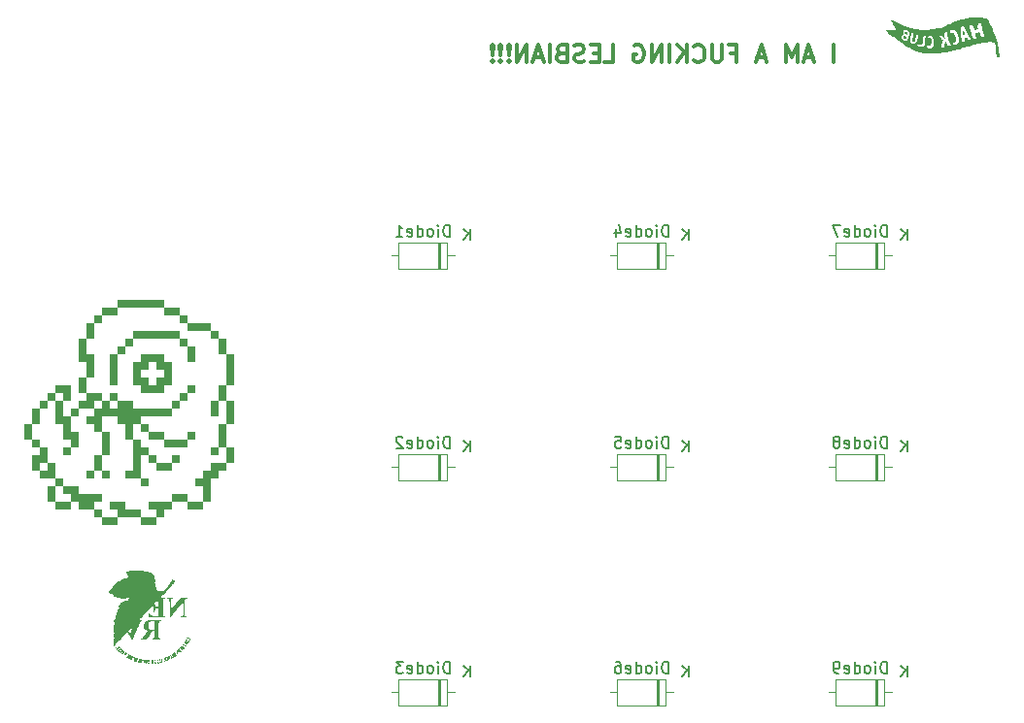
<source format=gbr>
%TF.GenerationSoftware,KiCad,Pcbnew,9.0.6*%
%TF.CreationDate,2025-12-07T14:47:38+00:00*%
%TF.ProjectId,RP-00,52502d30-302e-46b6-9963-61645f706362,rev?*%
%TF.SameCoordinates,Original*%
%TF.FileFunction,Legend,Bot*%
%TF.FilePolarity,Positive*%
%FSLAX46Y46*%
G04 Gerber Fmt 4.6, Leading zero omitted, Abs format (unit mm)*
G04 Created by KiCad (PCBNEW 9.0.6) date 2025-12-07 14:47:38*
%MOMM*%
%LPD*%
G01*
G04 APERTURE LIST*
%ADD10C,0.300000*%
%ADD11C,0.150000*%
%ADD12C,0.120000*%
%ADD13C,0.000000*%
G04 APERTURE END LIST*
D10*
X149107086Y-45203378D02*
X149107086Y-43703378D01*
X147321371Y-44774807D02*
X146607086Y-44774807D01*
X147464228Y-45203378D02*
X146964228Y-43703378D01*
X146964228Y-43703378D02*
X146464228Y-45203378D01*
X145964229Y-45203378D02*
X145964229Y-43703378D01*
X145964229Y-43703378D02*
X145464229Y-44774807D01*
X145464229Y-44774807D02*
X144964229Y-43703378D01*
X144964229Y-43703378D02*
X144964229Y-45203378D01*
X143178514Y-44774807D02*
X142464229Y-44774807D01*
X143321371Y-45203378D02*
X142821371Y-43703378D01*
X142821371Y-43703378D02*
X142321371Y-45203378D01*
X140178515Y-44417664D02*
X140678515Y-44417664D01*
X140678515Y-45203378D02*
X140678515Y-43703378D01*
X140678515Y-43703378D02*
X139964229Y-43703378D01*
X139392801Y-43703378D02*
X139392801Y-44917664D01*
X139392801Y-44917664D02*
X139321372Y-45060521D01*
X139321372Y-45060521D02*
X139249944Y-45131950D01*
X139249944Y-45131950D02*
X139107086Y-45203378D01*
X139107086Y-45203378D02*
X138821372Y-45203378D01*
X138821372Y-45203378D02*
X138678515Y-45131950D01*
X138678515Y-45131950D02*
X138607086Y-45060521D01*
X138607086Y-45060521D02*
X138535658Y-44917664D01*
X138535658Y-44917664D02*
X138535658Y-43703378D01*
X136964229Y-45060521D02*
X137035657Y-45131950D01*
X137035657Y-45131950D02*
X137249943Y-45203378D01*
X137249943Y-45203378D02*
X137392800Y-45203378D01*
X137392800Y-45203378D02*
X137607086Y-45131950D01*
X137607086Y-45131950D02*
X137749943Y-44989092D01*
X137749943Y-44989092D02*
X137821372Y-44846235D01*
X137821372Y-44846235D02*
X137892800Y-44560521D01*
X137892800Y-44560521D02*
X137892800Y-44346235D01*
X137892800Y-44346235D02*
X137821372Y-44060521D01*
X137821372Y-44060521D02*
X137749943Y-43917664D01*
X137749943Y-43917664D02*
X137607086Y-43774807D01*
X137607086Y-43774807D02*
X137392800Y-43703378D01*
X137392800Y-43703378D02*
X137249943Y-43703378D01*
X137249943Y-43703378D02*
X137035657Y-43774807D01*
X137035657Y-43774807D02*
X136964229Y-43846235D01*
X136321372Y-45203378D02*
X136321372Y-43703378D01*
X135464229Y-45203378D02*
X136107086Y-44346235D01*
X135464229Y-43703378D02*
X136321372Y-44560521D01*
X134821372Y-45203378D02*
X134821372Y-43703378D01*
X134107086Y-45203378D02*
X134107086Y-43703378D01*
X134107086Y-43703378D02*
X133249943Y-45203378D01*
X133249943Y-45203378D02*
X133249943Y-43703378D01*
X131749942Y-43774807D02*
X131892800Y-43703378D01*
X131892800Y-43703378D02*
X132107085Y-43703378D01*
X132107085Y-43703378D02*
X132321371Y-43774807D01*
X132321371Y-43774807D02*
X132464228Y-43917664D01*
X132464228Y-43917664D02*
X132535657Y-44060521D01*
X132535657Y-44060521D02*
X132607085Y-44346235D01*
X132607085Y-44346235D02*
X132607085Y-44560521D01*
X132607085Y-44560521D02*
X132535657Y-44846235D01*
X132535657Y-44846235D02*
X132464228Y-44989092D01*
X132464228Y-44989092D02*
X132321371Y-45131950D01*
X132321371Y-45131950D02*
X132107085Y-45203378D01*
X132107085Y-45203378D02*
X131964228Y-45203378D01*
X131964228Y-45203378D02*
X131749942Y-45131950D01*
X131749942Y-45131950D02*
X131678514Y-45060521D01*
X131678514Y-45060521D02*
X131678514Y-44560521D01*
X131678514Y-44560521D02*
X131964228Y-44560521D01*
X129178514Y-45203378D02*
X129892800Y-45203378D01*
X129892800Y-45203378D02*
X129892800Y-43703378D01*
X128678514Y-44417664D02*
X128178514Y-44417664D01*
X127964228Y-45203378D02*
X128678514Y-45203378D01*
X128678514Y-45203378D02*
X128678514Y-43703378D01*
X128678514Y-43703378D02*
X127964228Y-43703378D01*
X127392799Y-45131950D02*
X127178514Y-45203378D01*
X127178514Y-45203378D02*
X126821371Y-45203378D01*
X126821371Y-45203378D02*
X126678514Y-45131950D01*
X126678514Y-45131950D02*
X126607085Y-45060521D01*
X126607085Y-45060521D02*
X126535656Y-44917664D01*
X126535656Y-44917664D02*
X126535656Y-44774807D01*
X126535656Y-44774807D02*
X126607085Y-44631950D01*
X126607085Y-44631950D02*
X126678514Y-44560521D01*
X126678514Y-44560521D02*
X126821371Y-44489092D01*
X126821371Y-44489092D02*
X127107085Y-44417664D01*
X127107085Y-44417664D02*
X127249942Y-44346235D01*
X127249942Y-44346235D02*
X127321371Y-44274807D01*
X127321371Y-44274807D02*
X127392799Y-44131950D01*
X127392799Y-44131950D02*
X127392799Y-43989092D01*
X127392799Y-43989092D02*
X127321371Y-43846235D01*
X127321371Y-43846235D02*
X127249942Y-43774807D01*
X127249942Y-43774807D02*
X127107085Y-43703378D01*
X127107085Y-43703378D02*
X126749942Y-43703378D01*
X126749942Y-43703378D02*
X126535656Y-43774807D01*
X125392800Y-44417664D02*
X125178514Y-44489092D01*
X125178514Y-44489092D02*
X125107085Y-44560521D01*
X125107085Y-44560521D02*
X125035657Y-44703378D01*
X125035657Y-44703378D02*
X125035657Y-44917664D01*
X125035657Y-44917664D02*
X125107085Y-45060521D01*
X125107085Y-45060521D02*
X125178514Y-45131950D01*
X125178514Y-45131950D02*
X125321371Y-45203378D01*
X125321371Y-45203378D02*
X125892800Y-45203378D01*
X125892800Y-45203378D02*
X125892800Y-43703378D01*
X125892800Y-43703378D02*
X125392800Y-43703378D01*
X125392800Y-43703378D02*
X125249943Y-43774807D01*
X125249943Y-43774807D02*
X125178514Y-43846235D01*
X125178514Y-43846235D02*
X125107085Y-43989092D01*
X125107085Y-43989092D02*
X125107085Y-44131950D01*
X125107085Y-44131950D02*
X125178514Y-44274807D01*
X125178514Y-44274807D02*
X125249943Y-44346235D01*
X125249943Y-44346235D02*
X125392800Y-44417664D01*
X125392800Y-44417664D02*
X125892800Y-44417664D01*
X124392800Y-45203378D02*
X124392800Y-43703378D01*
X123749942Y-44774807D02*
X123035657Y-44774807D01*
X123892799Y-45203378D02*
X123392799Y-43703378D01*
X123392799Y-43703378D02*
X122892799Y-45203378D01*
X122392800Y-45203378D02*
X122392800Y-43703378D01*
X122392800Y-43703378D02*
X121535657Y-45203378D01*
X121535657Y-45203378D02*
X121535657Y-43703378D01*
X120821371Y-45060521D02*
X120749942Y-45131950D01*
X120749942Y-45131950D02*
X120821371Y-45203378D01*
X120821371Y-45203378D02*
X120892799Y-45131950D01*
X120892799Y-45131950D02*
X120821371Y-45060521D01*
X120821371Y-45060521D02*
X120821371Y-45203378D01*
X120821371Y-44631950D02*
X120892799Y-43774807D01*
X120892799Y-43774807D02*
X120821371Y-43703378D01*
X120821371Y-43703378D02*
X120749942Y-43774807D01*
X120749942Y-43774807D02*
X120821371Y-44631950D01*
X120821371Y-44631950D02*
X120821371Y-43703378D01*
X120107085Y-45060521D02*
X120035656Y-45131950D01*
X120035656Y-45131950D02*
X120107085Y-45203378D01*
X120107085Y-45203378D02*
X120178513Y-45131950D01*
X120178513Y-45131950D02*
X120107085Y-45060521D01*
X120107085Y-45060521D02*
X120107085Y-45203378D01*
X120107085Y-44631950D02*
X120178513Y-43774807D01*
X120178513Y-43774807D02*
X120107085Y-43703378D01*
X120107085Y-43703378D02*
X120035656Y-43774807D01*
X120035656Y-43774807D02*
X120107085Y-44631950D01*
X120107085Y-44631950D02*
X120107085Y-43703378D01*
X119392799Y-45060521D02*
X119321370Y-45131950D01*
X119321370Y-45131950D02*
X119392799Y-45203378D01*
X119392799Y-45203378D02*
X119464227Y-45131950D01*
X119464227Y-45131950D02*
X119392799Y-45060521D01*
X119392799Y-45060521D02*
X119392799Y-45203378D01*
X119392799Y-44631950D02*
X119464227Y-43774807D01*
X119464227Y-43774807D02*
X119392799Y-43703378D01*
X119392799Y-43703378D02*
X119321370Y-43774807D01*
X119321370Y-43774807D02*
X119392799Y-44631950D01*
X119392799Y-44631950D02*
X119392799Y-43703378D01*
D11*
X115657507Y-98506117D02*
X115657507Y-97506117D01*
X115657507Y-97506117D02*
X115419412Y-97506117D01*
X115419412Y-97506117D02*
X115276555Y-97553736D01*
X115276555Y-97553736D02*
X115181317Y-97648974D01*
X115181317Y-97648974D02*
X115133698Y-97744212D01*
X115133698Y-97744212D02*
X115086079Y-97934688D01*
X115086079Y-97934688D02*
X115086079Y-98077545D01*
X115086079Y-98077545D02*
X115133698Y-98268021D01*
X115133698Y-98268021D02*
X115181317Y-98363259D01*
X115181317Y-98363259D02*
X115276555Y-98458498D01*
X115276555Y-98458498D02*
X115419412Y-98506117D01*
X115419412Y-98506117D02*
X115657507Y-98506117D01*
X114657507Y-98506117D02*
X114657507Y-97839450D01*
X114657507Y-97506117D02*
X114705126Y-97553736D01*
X114705126Y-97553736D02*
X114657507Y-97601355D01*
X114657507Y-97601355D02*
X114609888Y-97553736D01*
X114609888Y-97553736D02*
X114657507Y-97506117D01*
X114657507Y-97506117D02*
X114657507Y-97601355D01*
X114038460Y-98506117D02*
X114133698Y-98458498D01*
X114133698Y-98458498D02*
X114181317Y-98410878D01*
X114181317Y-98410878D02*
X114228936Y-98315640D01*
X114228936Y-98315640D02*
X114228936Y-98029926D01*
X114228936Y-98029926D02*
X114181317Y-97934688D01*
X114181317Y-97934688D02*
X114133698Y-97887069D01*
X114133698Y-97887069D02*
X114038460Y-97839450D01*
X114038460Y-97839450D02*
X113895603Y-97839450D01*
X113895603Y-97839450D02*
X113800365Y-97887069D01*
X113800365Y-97887069D02*
X113752746Y-97934688D01*
X113752746Y-97934688D02*
X113705127Y-98029926D01*
X113705127Y-98029926D02*
X113705127Y-98315640D01*
X113705127Y-98315640D02*
X113752746Y-98410878D01*
X113752746Y-98410878D02*
X113800365Y-98458498D01*
X113800365Y-98458498D02*
X113895603Y-98506117D01*
X113895603Y-98506117D02*
X114038460Y-98506117D01*
X112847984Y-98506117D02*
X112847984Y-97506117D01*
X112847984Y-98458498D02*
X112943222Y-98506117D01*
X112943222Y-98506117D02*
X113133698Y-98506117D01*
X113133698Y-98506117D02*
X113228936Y-98458498D01*
X113228936Y-98458498D02*
X113276555Y-98410878D01*
X113276555Y-98410878D02*
X113324174Y-98315640D01*
X113324174Y-98315640D02*
X113324174Y-98029926D01*
X113324174Y-98029926D02*
X113276555Y-97934688D01*
X113276555Y-97934688D02*
X113228936Y-97887069D01*
X113228936Y-97887069D02*
X113133698Y-97839450D01*
X113133698Y-97839450D02*
X112943222Y-97839450D01*
X112943222Y-97839450D02*
X112847984Y-97887069D01*
X111990841Y-98458498D02*
X112086079Y-98506117D01*
X112086079Y-98506117D02*
X112276555Y-98506117D01*
X112276555Y-98506117D02*
X112371793Y-98458498D01*
X112371793Y-98458498D02*
X112419412Y-98363259D01*
X112419412Y-98363259D02*
X112419412Y-97982307D01*
X112419412Y-97982307D02*
X112371793Y-97887069D01*
X112371793Y-97887069D02*
X112276555Y-97839450D01*
X112276555Y-97839450D02*
X112086079Y-97839450D01*
X112086079Y-97839450D02*
X111990841Y-97887069D01*
X111990841Y-97887069D02*
X111943222Y-97982307D01*
X111943222Y-97982307D02*
X111943222Y-98077545D01*
X111943222Y-98077545D02*
X112419412Y-98172783D01*
X111609888Y-97506117D02*
X110990841Y-97506117D01*
X110990841Y-97506117D02*
X111324174Y-97887069D01*
X111324174Y-97887069D02*
X111181317Y-97887069D01*
X111181317Y-97887069D02*
X111086079Y-97934688D01*
X111086079Y-97934688D02*
X111038460Y-97982307D01*
X111038460Y-97982307D02*
X110990841Y-98077545D01*
X110990841Y-98077545D02*
X110990841Y-98315640D01*
X110990841Y-98315640D02*
X111038460Y-98410878D01*
X111038460Y-98410878D02*
X111086079Y-98458498D01*
X111086079Y-98458498D02*
X111181317Y-98506117D01*
X111181317Y-98506117D02*
X111467031Y-98506117D01*
X111467031Y-98506117D02*
X111562269Y-98458498D01*
X111562269Y-98458498D02*
X111609888Y-98410878D01*
X117419888Y-98826117D02*
X117419888Y-97826117D01*
X116848460Y-98826117D02*
X117277031Y-98254688D01*
X116848460Y-97826117D02*
X117419888Y-98397545D01*
X153757539Y-98506117D02*
X153757539Y-97506117D01*
X153757539Y-97506117D02*
X153519444Y-97506117D01*
X153519444Y-97506117D02*
X153376587Y-97553736D01*
X153376587Y-97553736D02*
X153281349Y-97648974D01*
X153281349Y-97648974D02*
X153233730Y-97744212D01*
X153233730Y-97744212D02*
X153186111Y-97934688D01*
X153186111Y-97934688D02*
X153186111Y-98077545D01*
X153186111Y-98077545D02*
X153233730Y-98268021D01*
X153233730Y-98268021D02*
X153281349Y-98363259D01*
X153281349Y-98363259D02*
X153376587Y-98458498D01*
X153376587Y-98458498D02*
X153519444Y-98506117D01*
X153519444Y-98506117D02*
X153757539Y-98506117D01*
X152757539Y-98506117D02*
X152757539Y-97839450D01*
X152757539Y-97506117D02*
X152805158Y-97553736D01*
X152805158Y-97553736D02*
X152757539Y-97601355D01*
X152757539Y-97601355D02*
X152709920Y-97553736D01*
X152709920Y-97553736D02*
X152757539Y-97506117D01*
X152757539Y-97506117D02*
X152757539Y-97601355D01*
X152138492Y-98506117D02*
X152233730Y-98458498D01*
X152233730Y-98458498D02*
X152281349Y-98410878D01*
X152281349Y-98410878D02*
X152328968Y-98315640D01*
X152328968Y-98315640D02*
X152328968Y-98029926D01*
X152328968Y-98029926D02*
X152281349Y-97934688D01*
X152281349Y-97934688D02*
X152233730Y-97887069D01*
X152233730Y-97887069D02*
X152138492Y-97839450D01*
X152138492Y-97839450D02*
X151995635Y-97839450D01*
X151995635Y-97839450D02*
X151900397Y-97887069D01*
X151900397Y-97887069D02*
X151852778Y-97934688D01*
X151852778Y-97934688D02*
X151805159Y-98029926D01*
X151805159Y-98029926D02*
X151805159Y-98315640D01*
X151805159Y-98315640D02*
X151852778Y-98410878D01*
X151852778Y-98410878D02*
X151900397Y-98458498D01*
X151900397Y-98458498D02*
X151995635Y-98506117D01*
X151995635Y-98506117D02*
X152138492Y-98506117D01*
X150948016Y-98506117D02*
X150948016Y-97506117D01*
X150948016Y-98458498D02*
X151043254Y-98506117D01*
X151043254Y-98506117D02*
X151233730Y-98506117D01*
X151233730Y-98506117D02*
X151328968Y-98458498D01*
X151328968Y-98458498D02*
X151376587Y-98410878D01*
X151376587Y-98410878D02*
X151424206Y-98315640D01*
X151424206Y-98315640D02*
X151424206Y-98029926D01*
X151424206Y-98029926D02*
X151376587Y-97934688D01*
X151376587Y-97934688D02*
X151328968Y-97887069D01*
X151328968Y-97887069D02*
X151233730Y-97839450D01*
X151233730Y-97839450D02*
X151043254Y-97839450D01*
X151043254Y-97839450D02*
X150948016Y-97887069D01*
X150090873Y-98458498D02*
X150186111Y-98506117D01*
X150186111Y-98506117D02*
X150376587Y-98506117D01*
X150376587Y-98506117D02*
X150471825Y-98458498D01*
X150471825Y-98458498D02*
X150519444Y-98363259D01*
X150519444Y-98363259D02*
X150519444Y-97982307D01*
X150519444Y-97982307D02*
X150471825Y-97887069D01*
X150471825Y-97887069D02*
X150376587Y-97839450D01*
X150376587Y-97839450D02*
X150186111Y-97839450D01*
X150186111Y-97839450D02*
X150090873Y-97887069D01*
X150090873Y-97887069D02*
X150043254Y-97982307D01*
X150043254Y-97982307D02*
X150043254Y-98077545D01*
X150043254Y-98077545D02*
X150519444Y-98172783D01*
X149567063Y-98506117D02*
X149376587Y-98506117D01*
X149376587Y-98506117D02*
X149281349Y-98458498D01*
X149281349Y-98458498D02*
X149233730Y-98410878D01*
X149233730Y-98410878D02*
X149138492Y-98268021D01*
X149138492Y-98268021D02*
X149090873Y-98077545D01*
X149090873Y-98077545D02*
X149090873Y-97696593D01*
X149090873Y-97696593D02*
X149138492Y-97601355D01*
X149138492Y-97601355D02*
X149186111Y-97553736D01*
X149186111Y-97553736D02*
X149281349Y-97506117D01*
X149281349Y-97506117D02*
X149471825Y-97506117D01*
X149471825Y-97506117D02*
X149567063Y-97553736D01*
X149567063Y-97553736D02*
X149614682Y-97601355D01*
X149614682Y-97601355D02*
X149662301Y-97696593D01*
X149662301Y-97696593D02*
X149662301Y-97934688D01*
X149662301Y-97934688D02*
X149614682Y-98029926D01*
X149614682Y-98029926D02*
X149567063Y-98077545D01*
X149567063Y-98077545D02*
X149471825Y-98125164D01*
X149471825Y-98125164D02*
X149281349Y-98125164D01*
X149281349Y-98125164D02*
X149186111Y-98077545D01*
X149186111Y-98077545D02*
X149138492Y-98029926D01*
X149138492Y-98029926D02*
X149090873Y-97934688D01*
X155519920Y-98826117D02*
X155519920Y-97826117D01*
X154948492Y-98826117D02*
X155377063Y-98254688D01*
X154948492Y-97826117D02*
X155519920Y-98397545D01*
X153757539Y-78860788D02*
X153757539Y-77860788D01*
X153757539Y-77860788D02*
X153519444Y-77860788D01*
X153519444Y-77860788D02*
X153376587Y-77908407D01*
X153376587Y-77908407D02*
X153281349Y-78003645D01*
X153281349Y-78003645D02*
X153233730Y-78098883D01*
X153233730Y-78098883D02*
X153186111Y-78289359D01*
X153186111Y-78289359D02*
X153186111Y-78432216D01*
X153186111Y-78432216D02*
X153233730Y-78622692D01*
X153233730Y-78622692D02*
X153281349Y-78717930D01*
X153281349Y-78717930D02*
X153376587Y-78813169D01*
X153376587Y-78813169D02*
X153519444Y-78860788D01*
X153519444Y-78860788D02*
X153757539Y-78860788D01*
X152757539Y-78860788D02*
X152757539Y-78194121D01*
X152757539Y-77860788D02*
X152805158Y-77908407D01*
X152805158Y-77908407D02*
X152757539Y-77956026D01*
X152757539Y-77956026D02*
X152709920Y-77908407D01*
X152709920Y-77908407D02*
X152757539Y-77860788D01*
X152757539Y-77860788D02*
X152757539Y-77956026D01*
X152138492Y-78860788D02*
X152233730Y-78813169D01*
X152233730Y-78813169D02*
X152281349Y-78765549D01*
X152281349Y-78765549D02*
X152328968Y-78670311D01*
X152328968Y-78670311D02*
X152328968Y-78384597D01*
X152328968Y-78384597D02*
X152281349Y-78289359D01*
X152281349Y-78289359D02*
X152233730Y-78241740D01*
X152233730Y-78241740D02*
X152138492Y-78194121D01*
X152138492Y-78194121D02*
X151995635Y-78194121D01*
X151995635Y-78194121D02*
X151900397Y-78241740D01*
X151900397Y-78241740D02*
X151852778Y-78289359D01*
X151852778Y-78289359D02*
X151805159Y-78384597D01*
X151805159Y-78384597D02*
X151805159Y-78670311D01*
X151805159Y-78670311D02*
X151852778Y-78765549D01*
X151852778Y-78765549D02*
X151900397Y-78813169D01*
X151900397Y-78813169D02*
X151995635Y-78860788D01*
X151995635Y-78860788D02*
X152138492Y-78860788D01*
X150948016Y-78860788D02*
X150948016Y-77860788D01*
X150948016Y-78813169D02*
X151043254Y-78860788D01*
X151043254Y-78860788D02*
X151233730Y-78860788D01*
X151233730Y-78860788D02*
X151328968Y-78813169D01*
X151328968Y-78813169D02*
X151376587Y-78765549D01*
X151376587Y-78765549D02*
X151424206Y-78670311D01*
X151424206Y-78670311D02*
X151424206Y-78384597D01*
X151424206Y-78384597D02*
X151376587Y-78289359D01*
X151376587Y-78289359D02*
X151328968Y-78241740D01*
X151328968Y-78241740D02*
X151233730Y-78194121D01*
X151233730Y-78194121D02*
X151043254Y-78194121D01*
X151043254Y-78194121D02*
X150948016Y-78241740D01*
X150090873Y-78813169D02*
X150186111Y-78860788D01*
X150186111Y-78860788D02*
X150376587Y-78860788D01*
X150376587Y-78860788D02*
X150471825Y-78813169D01*
X150471825Y-78813169D02*
X150519444Y-78717930D01*
X150519444Y-78717930D02*
X150519444Y-78336978D01*
X150519444Y-78336978D02*
X150471825Y-78241740D01*
X150471825Y-78241740D02*
X150376587Y-78194121D01*
X150376587Y-78194121D02*
X150186111Y-78194121D01*
X150186111Y-78194121D02*
X150090873Y-78241740D01*
X150090873Y-78241740D02*
X150043254Y-78336978D01*
X150043254Y-78336978D02*
X150043254Y-78432216D01*
X150043254Y-78432216D02*
X150519444Y-78527454D01*
X149471825Y-78289359D02*
X149567063Y-78241740D01*
X149567063Y-78241740D02*
X149614682Y-78194121D01*
X149614682Y-78194121D02*
X149662301Y-78098883D01*
X149662301Y-78098883D02*
X149662301Y-78051264D01*
X149662301Y-78051264D02*
X149614682Y-77956026D01*
X149614682Y-77956026D02*
X149567063Y-77908407D01*
X149567063Y-77908407D02*
X149471825Y-77860788D01*
X149471825Y-77860788D02*
X149281349Y-77860788D01*
X149281349Y-77860788D02*
X149186111Y-77908407D01*
X149186111Y-77908407D02*
X149138492Y-77956026D01*
X149138492Y-77956026D02*
X149090873Y-78051264D01*
X149090873Y-78051264D02*
X149090873Y-78098883D01*
X149090873Y-78098883D02*
X149138492Y-78194121D01*
X149138492Y-78194121D02*
X149186111Y-78241740D01*
X149186111Y-78241740D02*
X149281349Y-78289359D01*
X149281349Y-78289359D02*
X149471825Y-78289359D01*
X149471825Y-78289359D02*
X149567063Y-78336978D01*
X149567063Y-78336978D02*
X149614682Y-78384597D01*
X149614682Y-78384597D02*
X149662301Y-78479835D01*
X149662301Y-78479835D02*
X149662301Y-78670311D01*
X149662301Y-78670311D02*
X149614682Y-78765549D01*
X149614682Y-78765549D02*
X149567063Y-78813169D01*
X149567063Y-78813169D02*
X149471825Y-78860788D01*
X149471825Y-78860788D02*
X149281349Y-78860788D01*
X149281349Y-78860788D02*
X149186111Y-78813169D01*
X149186111Y-78813169D02*
X149138492Y-78765549D01*
X149138492Y-78765549D02*
X149090873Y-78670311D01*
X149090873Y-78670311D02*
X149090873Y-78479835D01*
X149090873Y-78479835D02*
X149138492Y-78384597D01*
X149138492Y-78384597D02*
X149186111Y-78336978D01*
X149186111Y-78336978D02*
X149281349Y-78289359D01*
X155519920Y-79180788D02*
X155519920Y-78180788D01*
X154948492Y-79180788D02*
X155377063Y-78609359D01*
X154948492Y-78180788D02*
X155519920Y-78752216D01*
X115657027Y-60406085D02*
X115657027Y-59406085D01*
X115657027Y-59406085D02*
X115418932Y-59406085D01*
X115418932Y-59406085D02*
X115276075Y-59453704D01*
X115276075Y-59453704D02*
X115180837Y-59548942D01*
X115180837Y-59548942D02*
X115133218Y-59644180D01*
X115133218Y-59644180D02*
X115085599Y-59834656D01*
X115085599Y-59834656D02*
X115085599Y-59977513D01*
X115085599Y-59977513D02*
X115133218Y-60167989D01*
X115133218Y-60167989D02*
X115180837Y-60263227D01*
X115180837Y-60263227D02*
X115276075Y-60358466D01*
X115276075Y-60358466D02*
X115418932Y-60406085D01*
X115418932Y-60406085D02*
X115657027Y-60406085D01*
X114657027Y-60406085D02*
X114657027Y-59739418D01*
X114657027Y-59406085D02*
X114704646Y-59453704D01*
X114704646Y-59453704D02*
X114657027Y-59501323D01*
X114657027Y-59501323D02*
X114609408Y-59453704D01*
X114609408Y-59453704D02*
X114657027Y-59406085D01*
X114657027Y-59406085D02*
X114657027Y-59501323D01*
X114037980Y-60406085D02*
X114133218Y-60358466D01*
X114133218Y-60358466D02*
X114180837Y-60310846D01*
X114180837Y-60310846D02*
X114228456Y-60215608D01*
X114228456Y-60215608D02*
X114228456Y-59929894D01*
X114228456Y-59929894D02*
X114180837Y-59834656D01*
X114180837Y-59834656D02*
X114133218Y-59787037D01*
X114133218Y-59787037D02*
X114037980Y-59739418D01*
X114037980Y-59739418D02*
X113895123Y-59739418D01*
X113895123Y-59739418D02*
X113799885Y-59787037D01*
X113799885Y-59787037D02*
X113752266Y-59834656D01*
X113752266Y-59834656D02*
X113704647Y-59929894D01*
X113704647Y-59929894D02*
X113704647Y-60215608D01*
X113704647Y-60215608D02*
X113752266Y-60310846D01*
X113752266Y-60310846D02*
X113799885Y-60358466D01*
X113799885Y-60358466D02*
X113895123Y-60406085D01*
X113895123Y-60406085D02*
X114037980Y-60406085D01*
X112847504Y-60406085D02*
X112847504Y-59406085D01*
X112847504Y-60358466D02*
X112942742Y-60406085D01*
X112942742Y-60406085D02*
X113133218Y-60406085D01*
X113133218Y-60406085D02*
X113228456Y-60358466D01*
X113228456Y-60358466D02*
X113276075Y-60310846D01*
X113276075Y-60310846D02*
X113323694Y-60215608D01*
X113323694Y-60215608D02*
X113323694Y-59929894D01*
X113323694Y-59929894D02*
X113276075Y-59834656D01*
X113276075Y-59834656D02*
X113228456Y-59787037D01*
X113228456Y-59787037D02*
X113133218Y-59739418D01*
X113133218Y-59739418D02*
X112942742Y-59739418D01*
X112942742Y-59739418D02*
X112847504Y-59787037D01*
X111990361Y-60358466D02*
X112085599Y-60406085D01*
X112085599Y-60406085D02*
X112276075Y-60406085D01*
X112276075Y-60406085D02*
X112371313Y-60358466D01*
X112371313Y-60358466D02*
X112418932Y-60263227D01*
X112418932Y-60263227D02*
X112418932Y-59882275D01*
X112418932Y-59882275D02*
X112371313Y-59787037D01*
X112371313Y-59787037D02*
X112276075Y-59739418D01*
X112276075Y-59739418D02*
X112085599Y-59739418D01*
X112085599Y-59739418D02*
X111990361Y-59787037D01*
X111990361Y-59787037D02*
X111942742Y-59882275D01*
X111942742Y-59882275D02*
X111942742Y-59977513D01*
X111942742Y-59977513D02*
X112418932Y-60072751D01*
X110990361Y-60406085D02*
X111561789Y-60406085D01*
X111276075Y-60406085D02*
X111276075Y-59406085D01*
X111276075Y-59406085D02*
X111371313Y-59548942D01*
X111371313Y-59548942D02*
X111466551Y-59644180D01*
X111466551Y-59644180D02*
X111561789Y-59691799D01*
X117419408Y-60726085D02*
X117419408Y-59726085D01*
X116847980Y-60726085D02*
X117276551Y-60154656D01*
X116847980Y-59726085D02*
X117419408Y-60297513D01*
X134707523Y-60406085D02*
X134707523Y-59406085D01*
X134707523Y-59406085D02*
X134469428Y-59406085D01*
X134469428Y-59406085D02*
X134326571Y-59453704D01*
X134326571Y-59453704D02*
X134231333Y-59548942D01*
X134231333Y-59548942D02*
X134183714Y-59644180D01*
X134183714Y-59644180D02*
X134136095Y-59834656D01*
X134136095Y-59834656D02*
X134136095Y-59977513D01*
X134136095Y-59977513D02*
X134183714Y-60167989D01*
X134183714Y-60167989D02*
X134231333Y-60263227D01*
X134231333Y-60263227D02*
X134326571Y-60358466D01*
X134326571Y-60358466D02*
X134469428Y-60406085D01*
X134469428Y-60406085D02*
X134707523Y-60406085D01*
X133707523Y-60406085D02*
X133707523Y-59739418D01*
X133707523Y-59406085D02*
X133755142Y-59453704D01*
X133755142Y-59453704D02*
X133707523Y-59501323D01*
X133707523Y-59501323D02*
X133659904Y-59453704D01*
X133659904Y-59453704D02*
X133707523Y-59406085D01*
X133707523Y-59406085D02*
X133707523Y-59501323D01*
X133088476Y-60406085D02*
X133183714Y-60358466D01*
X133183714Y-60358466D02*
X133231333Y-60310846D01*
X133231333Y-60310846D02*
X133278952Y-60215608D01*
X133278952Y-60215608D02*
X133278952Y-59929894D01*
X133278952Y-59929894D02*
X133231333Y-59834656D01*
X133231333Y-59834656D02*
X133183714Y-59787037D01*
X133183714Y-59787037D02*
X133088476Y-59739418D01*
X133088476Y-59739418D02*
X132945619Y-59739418D01*
X132945619Y-59739418D02*
X132850381Y-59787037D01*
X132850381Y-59787037D02*
X132802762Y-59834656D01*
X132802762Y-59834656D02*
X132755143Y-59929894D01*
X132755143Y-59929894D02*
X132755143Y-60215608D01*
X132755143Y-60215608D02*
X132802762Y-60310846D01*
X132802762Y-60310846D02*
X132850381Y-60358466D01*
X132850381Y-60358466D02*
X132945619Y-60406085D01*
X132945619Y-60406085D02*
X133088476Y-60406085D01*
X131898000Y-60406085D02*
X131898000Y-59406085D01*
X131898000Y-60358466D02*
X131993238Y-60406085D01*
X131993238Y-60406085D02*
X132183714Y-60406085D01*
X132183714Y-60406085D02*
X132278952Y-60358466D01*
X132278952Y-60358466D02*
X132326571Y-60310846D01*
X132326571Y-60310846D02*
X132374190Y-60215608D01*
X132374190Y-60215608D02*
X132374190Y-59929894D01*
X132374190Y-59929894D02*
X132326571Y-59834656D01*
X132326571Y-59834656D02*
X132278952Y-59787037D01*
X132278952Y-59787037D02*
X132183714Y-59739418D01*
X132183714Y-59739418D02*
X131993238Y-59739418D01*
X131993238Y-59739418D02*
X131898000Y-59787037D01*
X131040857Y-60358466D02*
X131136095Y-60406085D01*
X131136095Y-60406085D02*
X131326571Y-60406085D01*
X131326571Y-60406085D02*
X131421809Y-60358466D01*
X131421809Y-60358466D02*
X131469428Y-60263227D01*
X131469428Y-60263227D02*
X131469428Y-59882275D01*
X131469428Y-59882275D02*
X131421809Y-59787037D01*
X131421809Y-59787037D02*
X131326571Y-59739418D01*
X131326571Y-59739418D02*
X131136095Y-59739418D01*
X131136095Y-59739418D02*
X131040857Y-59787037D01*
X131040857Y-59787037D02*
X130993238Y-59882275D01*
X130993238Y-59882275D02*
X130993238Y-59977513D01*
X130993238Y-59977513D02*
X131469428Y-60072751D01*
X130136095Y-59739418D02*
X130136095Y-60406085D01*
X130374190Y-59358466D02*
X130612285Y-60072751D01*
X130612285Y-60072751D02*
X129993238Y-60072751D01*
X136469904Y-60726085D02*
X136469904Y-59726085D01*
X135898476Y-60726085D02*
X136327047Y-60154656D01*
X135898476Y-59726085D02*
X136469904Y-60297513D01*
X115657507Y-78860788D02*
X115657507Y-77860788D01*
X115657507Y-77860788D02*
X115419412Y-77860788D01*
X115419412Y-77860788D02*
X115276555Y-77908407D01*
X115276555Y-77908407D02*
X115181317Y-78003645D01*
X115181317Y-78003645D02*
X115133698Y-78098883D01*
X115133698Y-78098883D02*
X115086079Y-78289359D01*
X115086079Y-78289359D02*
X115086079Y-78432216D01*
X115086079Y-78432216D02*
X115133698Y-78622692D01*
X115133698Y-78622692D02*
X115181317Y-78717930D01*
X115181317Y-78717930D02*
X115276555Y-78813169D01*
X115276555Y-78813169D02*
X115419412Y-78860788D01*
X115419412Y-78860788D02*
X115657507Y-78860788D01*
X114657507Y-78860788D02*
X114657507Y-78194121D01*
X114657507Y-77860788D02*
X114705126Y-77908407D01*
X114705126Y-77908407D02*
X114657507Y-77956026D01*
X114657507Y-77956026D02*
X114609888Y-77908407D01*
X114609888Y-77908407D02*
X114657507Y-77860788D01*
X114657507Y-77860788D02*
X114657507Y-77956026D01*
X114038460Y-78860788D02*
X114133698Y-78813169D01*
X114133698Y-78813169D02*
X114181317Y-78765549D01*
X114181317Y-78765549D02*
X114228936Y-78670311D01*
X114228936Y-78670311D02*
X114228936Y-78384597D01*
X114228936Y-78384597D02*
X114181317Y-78289359D01*
X114181317Y-78289359D02*
X114133698Y-78241740D01*
X114133698Y-78241740D02*
X114038460Y-78194121D01*
X114038460Y-78194121D02*
X113895603Y-78194121D01*
X113895603Y-78194121D02*
X113800365Y-78241740D01*
X113800365Y-78241740D02*
X113752746Y-78289359D01*
X113752746Y-78289359D02*
X113705127Y-78384597D01*
X113705127Y-78384597D02*
X113705127Y-78670311D01*
X113705127Y-78670311D02*
X113752746Y-78765549D01*
X113752746Y-78765549D02*
X113800365Y-78813169D01*
X113800365Y-78813169D02*
X113895603Y-78860788D01*
X113895603Y-78860788D02*
X114038460Y-78860788D01*
X112847984Y-78860788D02*
X112847984Y-77860788D01*
X112847984Y-78813169D02*
X112943222Y-78860788D01*
X112943222Y-78860788D02*
X113133698Y-78860788D01*
X113133698Y-78860788D02*
X113228936Y-78813169D01*
X113228936Y-78813169D02*
X113276555Y-78765549D01*
X113276555Y-78765549D02*
X113324174Y-78670311D01*
X113324174Y-78670311D02*
X113324174Y-78384597D01*
X113324174Y-78384597D02*
X113276555Y-78289359D01*
X113276555Y-78289359D02*
X113228936Y-78241740D01*
X113228936Y-78241740D02*
X113133698Y-78194121D01*
X113133698Y-78194121D02*
X112943222Y-78194121D01*
X112943222Y-78194121D02*
X112847984Y-78241740D01*
X111990841Y-78813169D02*
X112086079Y-78860788D01*
X112086079Y-78860788D02*
X112276555Y-78860788D01*
X112276555Y-78860788D02*
X112371793Y-78813169D01*
X112371793Y-78813169D02*
X112419412Y-78717930D01*
X112419412Y-78717930D02*
X112419412Y-78336978D01*
X112419412Y-78336978D02*
X112371793Y-78241740D01*
X112371793Y-78241740D02*
X112276555Y-78194121D01*
X112276555Y-78194121D02*
X112086079Y-78194121D01*
X112086079Y-78194121D02*
X111990841Y-78241740D01*
X111990841Y-78241740D02*
X111943222Y-78336978D01*
X111943222Y-78336978D02*
X111943222Y-78432216D01*
X111943222Y-78432216D02*
X112419412Y-78527454D01*
X111562269Y-77956026D02*
X111514650Y-77908407D01*
X111514650Y-77908407D02*
X111419412Y-77860788D01*
X111419412Y-77860788D02*
X111181317Y-77860788D01*
X111181317Y-77860788D02*
X111086079Y-77908407D01*
X111086079Y-77908407D02*
X111038460Y-77956026D01*
X111038460Y-77956026D02*
X110990841Y-78051264D01*
X110990841Y-78051264D02*
X110990841Y-78146502D01*
X110990841Y-78146502D02*
X111038460Y-78289359D01*
X111038460Y-78289359D02*
X111609888Y-78860788D01*
X111609888Y-78860788D02*
X110990841Y-78860788D01*
X117419888Y-79180788D02*
X117419888Y-78180788D01*
X116848460Y-79180788D02*
X117277031Y-78609359D01*
X116848460Y-78180788D02*
X117419888Y-78752216D01*
X134707523Y-78860788D02*
X134707523Y-77860788D01*
X134707523Y-77860788D02*
X134469428Y-77860788D01*
X134469428Y-77860788D02*
X134326571Y-77908407D01*
X134326571Y-77908407D02*
X134231333Y-78003645D01*
X134231333Y-78003645D02*
X134183714Y-78098883D01*
X134183714Y-78098883D02*
X134136095Y-78289359D01*
X134136095Y-78289359D02*
X134136095Y-78432216D01*
X134136095Y-78432216D02*
X134183714Y-78622692D01*
X134183714Y-78622692D02*
X134231333Y-78717930D01*
X134231333Y-78717930D02*
X134326571Y-78813169D01*
X134326571Y-78813169D02*
X134469428Y-78860788D01*
X134469428Y-78860788D02*
X134707523Y-78860788D01*
X133707523Y-78860788D02*
X133707523Y-78194121D01*
X133707523Y-77860788D02*
X133755142Y-77908407D01*
X133755142Y-77908407D02*
X133707523Y-77956026D01*
X133707523Y-77956026D02*
X133659904Y-77908407D01*
X133659904Y-77908407D02*
X133707523Y-77860788D01*
X133707523Y-77860788D02*
X133707523Y-77956026D01*
X133088476Y-78860788D02*
X133183714Y-78813169D01*
X133183714Y-78813169D02*
X133231333Y-78765549D01*
X133231333Y-78765549D02*
X133278952Y-78670311D01*
X133278952Y-78670311D02*
X133278952Y-78384597D01*
X133278952Y-78384597D02*
X133231333Y-78289359D01*
X133231333Y-78289359D02*
X133183714Y-78241740D01*
X133183714Y-78241740D02*
X133088476Y-78194121D01*
X133088476Y-78194121D02*
X132945619Y-78194121D01*
X132945619Y-78194121D02*
X132850381Y-78241740D01*
X132850381Y-78241740D02*
X132802762Y-78289359D01*
X132802762Y-78289359D02*
X132755143Y-78384597D01*
X132755143Y-78384597D02*
X132755143Y-78670311D01*
X132755143Y-78670311D02*
X132802762Y-78765549D01*
X132802762Y-78765549D02*
X132850381Y-78813169D01*
X132850381Y-78813169D02*
X132945619Y-78860788D01*
X132945619Y-78860788D02*
X133088476Y-78860788D01*
X131898000Y-78860788D02*
X131898000Y-77860788D01*
X131898000Y-78813169D02*
X131993238Y-78860788D01*
X131993238Y-78860788D02*
X132183714Y-78860788D01*
X132183714Y-78860788D02*
X132278952Y-78813169D01*
X132278952Y-78813169D02*
X132326571Y-78765549D01*
X132326571Y-78765549D02*
X132374190Y-78670311D01*
X132374190Y-78670311D02*
X132374190Y-78384597D01*
X132374190Y-78384597D02*
X132326571Y-78289359D01*
X132326571Y-78289359D02*
X132278952Y-78241740D01*
X132278952Y-78241740D02*
X132183714Y-78194121D01*
X132183714Y-78194121D02*
X131993238Y-78194121D01*
X131993238Y-78194121D02*
X131898000Y-78241740D01*
X131040857Y-78813169D02*
X131136095Y-78860788D01*
X131136095Y-78860788D02*
X131326571Y-78860788D01*
X131326571Y-78860788D02*
X131421809Y-78813169D01*
X131421809Y-78813169D02*
X131469428Y-78717930D01*
X131469428Y-78717930D02*
X131469428Y-78336978D01*
X131469428Y-78336978D02*
X131421809Y-78241740D01*
X131421809Y-78241740D02*
X131326571Y-78194121D01*
X131326571Y-78194121D02*
X131136095Y-78194121D01*
X131136095Y-78194121D02*
X131040857Y-78241740D01*
X131040857Y-78241740D02*
X130993238Y-78336978D01*
X130993238Y-78336978D02*
X130993238Y-78432216D01*
X130993238Y-78432216D02*
X131469428Y-78527454D01*
X130088476Y-77860788D02*
X130564666Y-77860788D01*
X130564666Y-77860788D02*
X130612285Y-78336978D01*
X130612285Y-78336978D02*
X130564666Y-78289359D01*
X130564666Y-78289359D02*
X130469428Y-78241740D01*
X130469428Y-78241740D02*
X130231333Y-78241740D01*
X130231333Y-78241740D02*
X130136095Y-78289359D01*
X130136095Y-78289359D02*
X130088476Y-78336978D01*
X130088476Y-78336978D02*
X130040857Y-78432216D01*
X130040857Y-78432216D02*
X130040857Y-78670311D01*
X130040857Y-78670311D02*
X130088476Y-78765549D01*
X130088476Y-78765549D02*
X130136095Y-78813169D01*
X130136095Y-78813169D02*
X130231333Y-78860788D01*
X130231333Y-78860788D02*
X130469428Y-78860788D01*
X130469428Y-78860788D02*
X130564666Y-78813169D01*
X130564666Y-78813169D02*
X130612285Y-78765549D01*
X136469904Y-79180788D02*
X136469904Y-78180788D01*
X135898476Y-79180788D02*
X136327047Y-78609359D01*
X135898476Y-78180788D02*
X136469904Y-78752216D01*
X134707523Y-98506117D02*
X134707523Y-97506117D01*
X134707523Y-97506117D02*
X134469428Y-97506117D01*
X134469428Y-97506117D02*
X134326571Y-97553736D01*
X134326571Y-97553736D02*
X134231333Y-97648974D01*
X134231333Y-97648974D02*
X134183714Y-97744212D01*
X134183714Y-97744212D02*
X134136095Y-97934688D01*
X134136095Y-97934688D02*
X134136095Y-98077545D01*
X134136095Y-98077545D02*
X134183714Y-98268021D01*
X134183714Y-98268021D02*
X134231333Y-98363259D01*
X134231333Y-98363259D02*
X134326571Y-98458498D01*
X134326571Y-98458498D02*
X134469428Y-98506117D01*
X134469428Y-98506117D02*
X134707523Y-98506117D01*
X133707523Y-98506117D02*
X133707523Y-97839450D01*
X133707523Y-97506117D02*
X133755142Y-97553736D01*
X133755142Y-97553736D02*
X133707523Y-97601355D01*
X133707523Y-97601355D02*
X133659904Y-97553736D01*
X133659904Y-97553736D02*
X133707523Y-97506117D01*
X133707523Y-97506117D02*
X133707523Y-97601355D01*
X133088476Y-98506117D02*
X133183714Y-98458498D01*
X133183714Y-98458498D02*
X133231333Y-98410878D01*
X133231333Y-98410878D02*
X133278952Y-98315640D01*
X133278952Y-98315640D02*
X133278952Y-98029926D01*
X133278952Y-98029926D02*
X133231333Y-97934688D01*
X133231333Y-97934688D02*
X133183714Y-97887069D01*
X133183714Y-97887069D02*
X133088476Y-97839450D01*
X133088476Y-97839450D02*
X132945619Y-97839450D01*
X132945619Y-97839450D02*
X132850381Y-97887069D01*
X132850381Y-97887069D02*
X132802762Y-97934688D01*
X132802762Y-97934688D02*
X132755143Y-98029926D01*
X132755143Y-98029926D02*
X132755143Y-98315640D01*
X132755143Y-98315640D02*
X132802762Y-98410878D01*
X132802762Y-98410878D02*
X132850381Y-98458498D01*
X132850381Y-98458498D02*
X132945619Y-98506117D01*
X132945619Y-98506117D02*
X133088476Y-98506117D01*
X131898000Y-98506117D02*
X131898000Y-97506117D01*
X131898000Y-98458498D02*
X131993238Y-98506117D01*
X131993238Y-98506117D02*
X132183714Y-98506117D01*
X132183714Y-98506117D02*
X132278952Y-98458498D01*
X132278952Y-98458498D02*
X132326571Y-98410878D01*
X132326571Y-98410878D02*
X132374190Y-98315640D01*
X132374190Y-98315640D02*
X132374190Y-98029926D01*
X132374190Y-98029926D02*
X132326571Y-97934688D01*
X132326571Y-97934688D02*
X132278952Y-97887069D01*
X132278952Y-97887069D02*
X132183714Y-97839450D01*
X132183714Y-97839450D02*
X131993238Y-97839450D01*
X131993238Y-97839450D02*
X131898000Y-97887069D01*
X131040857Y-98458498D02*
X131136095Y-98506117D01*
X131136095Y-98506117D02*
X131326571Y-98506117D01*
X131326571Y-98506117D02*
X131421809Y-98458498D01*
X131421809Y-98458498D02*
X131469428Y-98363259D01*
X131469428Y-98363259D02*
X131469428Y-97982307D01*
X131469428Y-97982307D02*
X131421809Y-97887069D01*
X131421809Y-97887069D02*
X131326571Y-97839450D01*
X131326571Y-97839450D02*
X131136095Y-97839450D01*
X131136095Y-97839450D02*
X131040857Y-97887069D01*
X131040857Y-97887069D02*
X130993238Y-97982307D01*
X130993238Y-97982307D02*
X130993238Y-98077545D01*
X130993238Y-98077545D02*
X131469428Y-98172783D01*
X130136095Y-97506117D02*
X130326571Y-97506117D01*
X130326571Y-97506117D02*
X130421809Y-97553736D01*
X130421809Y-97553736D02*
X130469428Y-97601355D01*
X130469428Y-97601355D02*
X130564666Y-97744212D01*
X130564666Y-97744212D02*
X130612285Y-97934688D01*
X130612285Y-97934688D02*
X130612285Y-98315640D01*
X130612285Y-98315640D02*
X130564666Y-98410878D01*
X130564666Y-98410878D02*
X130517047Y-98458498D01*
X130517047Y-98458498D02*
X130421809Y-98506117D01*
X130421809Y-98506117D02*
X130231333Y-98506117D01*
X130231333Y-98506117D02*
X130136095Y-98458498D01*
X130136095Y-98458498D02*
X130088476Y-98410878D01*
X130088476Y-98410878D02*
X130040857Y-98315640D01*
X130040857Y-98315640D02*
X130040857Y-98077545D01*
X130040857Y-98077545D02*
X130088476Y-97982307D01*
X130088476Y-97982307D02*
X130136095Y-97934688D01*
X130136095Y-97934688D02*
X130231333Y-97887069D01*
X130231333Y-97887069D02*
X130421809Y-97887069D01*
X130421809Y-97887069D02*
X130517047Y-97934688D01*
X130517047Y-97934688D02*
X130564666Y-97982307D01*
X130564666Y-97982307D02*
X130612285Y-98077545D01*
X136469904Y-98826117D02*
X136469904Y-97826117D01*
X135898476Y-98826117D02*
X136327047Y-98254688D01*
X135898476Y-97826117D02*
X136469904Y-98397545D01*
X153757539Y-60406085D02*
X153757539Y-59406085D01*
X153757539Y-59406085D02*
X153519444Y-59406085D01*
X153519444Y-59406085D02*
X153376587Y-59453704D01*
X153376587Y-59453704D02*
X153281349Y-59548942D01*
X153281349Y-59548942D02*
X153233730Y-59644180D01*
X153233730Y-59644180D02*
X153186111Y-59834656D01*
X153186111Y-59834656D02*
X153186111Y-59977513D01*
X153186111Y-59977513D02*
X153233730Y-60167989D01*
X153233730Y-60167989D02*
X153281349Y-60263227D01*
X153281349Y-60263227D02*
X153376587Y-60358466D01*
X153376587Y-60358466D02*
X153519444Y-60406085D01*
X153519444Y-60406085D02*
X153757539Y-60406085D01*
X152757539Y-60406085D02*
X152757539Y-59739418D01*
X152757539Y-59406085D02*
X152805158Y-59453704D01*
X152805158Y-59453704D02*
X152757539Y-59501323D01*
X152757539Y-59501323D02*
X152709920Y-59453704D01*
X152709920Y-59453704D02*
X152757539Y-59406085D01*
X152757539Y-59406085D02*
X152757539Y-59501323D01*
X152138492Y-60406085D02*
X152233730Y-60358466D01*
X152233730Y-60358466D02*
X152281349Y-60310846D01*
X152281349Y-60310846D02*
X152328968Y-60215608D01*
X152328968Y-60215608D02*
X152328968Y-59929894D01*
X152328968Y-59929894D02*
X152281349Y-59834656D01*
X152281349Y-59834656D02*
X152233730Y-59787037D01*
X152233730Y-59787037D02*
X152138492Y-59739418D01*
X152138492Y-59739418D02*
X151995635Y-59739418D01*
X151995635Y-59739418D02*
X151900397Y-59787037D01*
X151900397Y-59787037D02*
X151852778Y-59834656D01*
X151852778Y-59834656D02*
X151805159Y-59929894D01*
X151805159Y-59929894D02*
X151805159Y-60215608D01*
X151805159Y-60215608D02*
X151852778Y-60310846D01*
X151852778Y-60310846D02*
X151900397Y-60358466D01*
X151900397Y-60358466D02*
X151995635Y-60406085D01*
X151995635Y-60406085D02*
X152138492Y-60406085D01*
X150948016Y-60406085D02*
X150948016Y-59406085D01*
X150948016Y-60358466D02*
X151043254Y-60406085D01*
X151043254Y-60406085D02*
X151233730Y-60406085D01*
X151233730Y-60406085D02*
X151328968Y-60358466D01*
X151328968Y-60358466D02*
X151376587Y-60310846D01*
X151376587Y-60310846D02*
X151424206Y-60215608D01*
X151424206Y-60215608D02*
X151424206Y-59929894D01*
X151424206Y-59929894D02*
X151376587Y-59834656D01*
X151376587Y-59834656D02*
X151328968Y-59787037D01*
X151328968Y-59787037D02*
X151233730Y-59739418D01*
X151233730Y-59739418D02*
X151043254Y-59739418D01*
X151043254Y-59739418D02*
X150948016Y-59787037D01*
X150090873Y-60358466D02*
X150186111Y-60406085D01*
X150186111Y-60406085D02*
X150376587Y-60406085D01*
X150376587Y-60406085D02*
X150471825Y-60358466D01*
X150471825Y-60358466D02*
X150519444Y-60263227D01*
X150519444Y-60263227D02*
X150519444Y-59882275D01*
X150519444Y-59882275D02*
X150471825Y-59787037D01*
X150471825Y-59787037D02*
X150376587Y-59739418D01*
X150376587Y-59739418D02*
X150186111Y-59739418D01*
X150186111Y-59739418D02*
X150090873Y-59787037D01*
X150090873Y-59787037D02*
X150043254Y-59882275D01*
X150043254Y-59882275D02*
X150043254Y-59977513D01*
X150043254Y-59977513D02*
X150519444Y-60072751D01*
X149709920Y-59406085D02*
X149043254Y-59406085D01*
X149043254Y-59406085D02*
X149471825Y-60406085D01*
X155519920Y-60726085D02*
X155519920Y-59726085D01*
X154948492Y-60726085D02*
X155377063Y-60154656D01*
X154948492Y-59726085D02*
X155519920Y-60297513D01*
D12*
%TO.C,Diode3*%
X110577984Y-100171298D02*
X111227984Y-100171298D01*
X114627984Y-99051298D02*
X114627984Y-101291298D01*
X114747984Y-99051298D02*
X114747984Y-101291298D01*
X114867984Y-99051298D02*
X114867984Y-101291298D01*
X116117984Y-100171298D02*
X115467984Y-100171298D01*
X115467984Y-99051298D02*
X111227984Y-99051298D01*
X111227984Y-101291298D01*
X115467984Y-101291298D01*
X115467984Y-99051298D01*
%TO.C,Diode9*%
X148678016Y-100171298D02*
X149328016Y-100171298D01*
X152728016Y-99051298D02*
X152728016Y-101291298D01*
X152848016Y-99051298D02*
X152848016Y-101291298D01*
X152968016Y-99051298D02*
X152968016Y-101291298D01*
X154218016Y-100171298D02*
X153568016Y-100171298D01*
X153568016Y-99051298D02*
X149328016Y-99051298D01*
X149328016Y-101291298D01*
X153568016Y-101291298D01*
X153568016Y-99051298D01*
D13*
%TO.C,G\u002A\u002A\u002A*%
G36*
X155299131Y-42904791D02*
G01*
X155334132Y-42909544D01*
X155376009Y-42921378D01*
X155418106Y-42938048D01*
X155453768Y-42957307D01*
X155473342Y-42970132D01*
X155447962Y-43079024D01*
X155437765Y-43120332D01*
X155427224Y-43156936D01*
X155418533Y-43179935D01*
X155412157Y-43187916D01*
X155402720Y-43186207D01*
X155379213Y-43178090D01*
X155348358Y-43165056D01*
X155314465Y-43149072D01*
X155281843Y-43132103D01*
X155254800Y-43116116D01*
X155249198Y-43112385D01*
X155212282Y-43080961D01*
X155190877Y-43047055D01*
X155183967Y-43009133D01*
X155184434Y-42997374D01*
X155194726Y-42958023D01*
X155217762Y-42928875D01*
X155252559Y-42910829D01*
X155298137Y-42904781D01*
X155299131Y-42904791D01*
G37*
G36*
X155449459Y-42575404D02*
G01*
X155508665Y-42591982D01*
X155519844Y-42595780D01*
X155549033Y-42606475D01*
X155570292Y-42615420D01*
X155579638Y-42620986D01*
X155579663Y-42621030D01*
X155578116Y-42631106D01*
X155571005Y-42653163D01*
X155559465Y-42683979D01*
X155544632Y-42720331D01*
X155544192Y-42721370D01*
X155528738Y-42756957D01*
X155515387Y-42786061D01*
X155505552Y-42805706D01*
X155500648Y-42812916D01*
X155499429Y-42812574D01*
X155487285Y-42806368D01*
X155465768Y-42793974D01*
X155438571Y-42777500D01*
X155389866Y-42743503D01*
X155355795Y-42710135D01*
X155336124Y-42676586D01*
X155329800Y-42641541D01*
X155332204Y-42616757D01*
X155344576Y-42589994D01*
X155367911Y-42574273D01*
X155402706Y-42569455D01*
X155449459Y-42575404D01*
G37*
G36*
X160401429Y-42408961D02*
G01*
X160410210Y-42417623D01*
X160426312Y-42437356D01*
X160448166Y-42465938D01*
X160474204Y-42501145D01*
X160502856Y-42540756D01*
X160532554Y-42582546D01*
X160561729Y-42624293D01*
X160588811Y-42663775D01*
X160612233Y-42698767D01*
X160630424Y-42727048D01*
X160641817Y-42746394D01*
X160644841Y-42754583D01*
X160644704Y-42754701D01*
X160634538Y-42757826D01*
X160611443Y-42762994D01*
X160578706Y-42769513D01*
X160539612Y-42776694D01*
X160539027Y-42776798D01*
X160498487Y-42783626D01*
X160462823Y-42789024D01*
X160435871Y-42792449D01*
X160421467Y-42793361D01*
X160417187Y-42792654D01*
X160410139Y-42787754D01*
X160404812Y-42775643D01*
X160400117Y-42753194D01*
X160394964Y-42717277D01*
X160387192Y-42651132D01*
X160381426Y-42583130D01*
X160378907Y-42524230D01*
X160379608Y-42475888D01*
X160383502Y-42439558D01*
X160390560Y-42416694D01*
X160400757Y-42408750D01*
X160401429Y-42408961D01*
G37*
G36*
X163222134Y-42924007D02*
G01*
X163271067Y-43065355D01*
X163313140Y-43197016D01*
X163345639Y-43308140D01*
X163396699Y-43501128D01*
X163443432Y-43701161D01*
X163485173Y-43904659D01*
X163521256Y-44108040D01*
X163551015Y-44307722D01*
X163573787Y-44500125D01*
X163588906Y-44681666D01*
X163594574Y-44771250D01*
X163453055Y-44771250D01*
X163311534Y-44771250D01*
X163306412Y-44548333D01*
X163304561Y-44480096D01*
X163298382Y-44334762D01*
X163288980Y-44195233D01*
X163275813Y-44054259D01*
X163258341Y-43904588D01*
X163253636Y-43868998D01*
X163246459Y-43818408D01*
X163238318Y-43764051D01*
X163229632Y-43708460D01*
X163220823Y-43654167D01*
X163212311Y-43603705D01*
X163204516Y-43559606D01*
X163197859Y-43524402D01*
X163192760Y-43500626D01*
X163189640Y-43490811D01*
X163187473Y-43489569D01*
X163170980Y-43485516D01*
X163141351Y-43480990D01*
X163101197Y-43476235D01*
X163053131Y-43471494D01*
X162999764Y-43467012D01*
X162943706Y-43463032D01*
X162887570Y-43459800D01*
X162833967Y-43457560D01*
X162796692Y-43456605D01*
X162703359Y-43456416D01*
X162607260Y-43459445D01*
X162507539Y-43465867D01*
X162403342Y-43475858D01*
X162293811Y-43489593D01*
X162178091Y-43507249D01*
X162055325Y-43529001D01*
X161924659Y-43555024D01*
X161785234Y-43585494D01*
X161636197Y-43620587D01*
X161476690Y-43660478D01*
X161305858Y-43705343D01*
X161154350Y-43746748D01*
X161122844Y-43755358D01*
X160926793Y-43810698D01*
X160716849Y-43871540D01*
X160492155Y-43938057D01*
X160419558Y-43959702D01*
X160252266Y-44009181D01*
X160098771Y-44053929D01*
X159957635Y-44094309D01*
X159827420Y-44130685D01*
X159706690Y-44163419D01*
X159594007Y-44192875D01*
X159487933Y-44219415D01*
X159387031Y-44243403D01*
X159289863Y-44265201D01*
X159194993Y-44285174D01*
X159100983Y-44303683D01*
X159006395Y-44321093D01*
X158909792Y-44337766D01*
X158752081Y-44362977D01*
X158577750Y-44387648D01*
X158407399Y-44408004D01*
X158236933Y-44424433D01*
X158062255Y-44437325D01*
X157879270Y-44447068D01*
X157683884Y-44454050D01*
X157682871Y-44454078D01*
X157566082Y-44456732D01*
X157463136Y-44457576D01*
X157371315Y-44456465D01*
X157287902Y-44453252D01*
X157210179Y-44447793D01*
X157135428Y-44439941D01*
X157060930Y-44429550D01*
X156983967Y-44416474D01*
X156944488Y-44408938D01*
X156760009Y-44365846D01*
X156568071Y-44308557D01*
X156369208Y-44237365D01*
X156163956Y-44152567D01*
X155952847Y-44054461D01*
X155736417Y-43943342D01*
X155515201Y-43819508D01*
X155289731Y-43683253D01*
X155287734Y-43681960D01*
X156389063Y-43681960D01*
X156398804Y-43711330D01*
X156401278Y-43715778D01*
X156419075Y-43739261D01*
X156438947Y-43756151D01*
X156443507Y-43758616D01*
X156472125Y-43770540D01*
X156514491Y-43784576D01*
X156568454Y-43800096D01*
X156631863Y-43816473D01*
X156702565Y-43833078D01*
X156773263Y-43847479D01*
X156842906Y-43858344D01*
X156902984Y-43864017D01*
X156951956Y-43864417D01*
X156988281Y-43859465D01*
X157010419Y-43849081D01*
X157012795Y-43846593D01*
X157018982Y-43836055D01*
X157019944Y-43833215D01*
X157223553Y-43833215D01*
X157223690Y-43837929D01*
X157233464Y-43885178D01*
X157258096Y-43925509D01*
X157297134Y-43958528D01*
X157350124Y-43983844D01*
X157416617Y-44001063D01*
X157422461Y-44002097D01*
X157452946Y-44007180D01*
X157476395Y-44010595D01*
X157488134Y-44011651D01*
X157498220Y-44010723D01*
X157571491Y-43996796D01*
X157635155Y-43970588D01*
X157689975Y-43931432D01*
X157736710Y-43878658D01*
X157776121Y-43811598D01*
X157808968Y-43729583D01*
X157820952Y-43690114D01*
X157836135Y-43622350D01*
X157845509Y-43549474D01*
X157849475Y-43467851D01*
X157848438Y-43373844D01*
X157844984Y-43311707D01*
X157832420Y-43212747D01*
X157811394Y-43127483D01*
X157781645Y-43055344D01*
X157742911Y-42995758D01*
X157694931Y-42948152D01*
X157637443Y-42911954D01*
X157635568Y-42911081D01*
X158385448Y-42911081D01*
X158388146Y-42935037D01*
X158394684Y-42959527D01*
X158407048Y-42985080D01*
X158427583Y-43017627D01*
X158441205Y-43037525D01*
X158463980Y-43068654D01*
X158490505Y-43102233D01*
X158522743Y-43140640D01*
X158562656Y-43186256D01*
X158612206Y-43241460D01*
X158613997Y-43243439D01*
X158639109Y-43271690D01*
X158654405Y-43290699D01*
X158661438Y-43303170D01*
X158661761Y-43311808D01*
X158656927Y-43319316D01*
X158642047Y-43340431D01*
X158621714Y-43379253D01*
X158599716Y-43430470D01*
X158585838Y-43467851D01*
X158576904Y-43491914D01*
X158554133Y-43561412D01*
X158532253Y-43636794D01*
X158518790Y-43691735D01*
X158506745Y-43766805D01*
X158505506Y-43829923D01*
X158515128Y-43881582D01*
X158535666Y-43922276D01*
X158567174Y-43952500D01*
X158569112Y-43953792D01*
X158603526Y-43968551D01*
X158640518Y-43968403D01*
X158682565Y-43953368D01*
X158701384Y-43942625D01*
X158726800Y-43920302D01*
X158745789Y-43890128D01*
X158759974Y-43849189D01*
X158770977Y-43794571D01*
X158775883Y-43765757D01*
X158784185Y-43720479D01*
X158794415Y-43667105D01*
X158805721Y-43610068D01*
X158817250Y-43553799D01*
X158818744Y-43546638D01*
X158828848Y-43498157D01*
X158837605Y-43456020D01*
X158844499Y-43422719D01*
X158849014Y-43400746D01*
X158850634Y-43392595D01*
X158852696Y-43392426D01*
X158866610Y-43393441D01*
X158889319Y-43395866D01*
X158928004Y-43400416D01*
X158967304Y-43498628D01*
X158983604Y-43537173D01*
X159003154Y-43579186D01*
X159021898Y-43615643D01*
X159037363Y-43641502D01*
X159064536Y-43677355D01*
X159103874Y-43720191D01*
X159145556Y-43757277D01*
X159186846Y-43786484D01*
X159225006Y-43805680D01*
X159257298Y-43812733D01*
X159268253Y-43811723D01*
X159293564Y-43803535D01*
X159316027Y-43790105D01*
X159328791Y-43775043D01*
X159331533Y-43767028D01*
X159335130Y-43746748D01*
X159333674Y-43723819D01*
X159326457Y-43695913D01*
X159312773Y-43660705D01*
X159291915Y-43615866D01*
X159263176Y-43559071D01*
X159249605Y-43532693D01*
X159204432Y-43441279D01*
X159167597Y-43359229D01*
X159138136Y-43283161D01*
X159115081Y-43209691D01*
X159097466Y-43135435D01*
X159084327Y-43057009D01*
X159074695Y-42971030D01*
X159067607Y-42874114D01*
X159065135Y-42835162D01*
X159059864Y-42769091D01*
X159053839Y-42716421D01*
X159046725Y-42674977D01*
X159038186Y-42642589D01*
X159027887Y-42617083D01*
X159020183Y-42603655D01*
X159008565Y-42591636D01*
X159259090Y-42591636D01*
X159259617Y-42610995D01*
X159265399Y-42648498D01*
X159278943Y-42676270D01*
X159301968Y-42698597D01*
X159319623Y-42708086D01*
X159351273Y-42710342D01*
X159386662Y-42696358D01*
X159425788Y-42666132D01*
X159455485Y-42642413D01*
X159492804Y-42625675D01*
X159529084Y-42625363D01*
X159565299Y-42641523D01*
X159602422Y-42674199D01*
X159623080Y-42699946D01*
X159653451Y-42748752D01*
X159683896Y-42809413D01*
X159713190Y-42879184D01*
X159740109Y-42955323D01*
X159763431Y-43035087D01*
X159773771Y-43081633D01*
X159783484Y-43152502D01*
X159786621Y-43222382D01*
X159783040Y-43286561D01*
X159772600Y-43340328D01*
X159759647Y-43374169D01*
X159730567Y-43416872D01*
X159690538Y-43447184D01*
X159639331Y-43465259D01*
X159576715Y-43471250D01*
X159544669Y-43475166D01*
X159519512Y-43489741D01*
X159505180Y-43516195D01*
X159500634Y-43555683D01*
X159500676Y-43561246D01*
X159503246Y-43586452D01*
X159512125Y-43606489D01*
X159530539Y-43629303D01*
X159543437Y-43641874D01*
X159573680Y-43665148D01*
X159605023Y-43683494D01*
X159621608Y-43690949D01*
X159648368Y-43699925D01*
X159674602Y-43702899D01*
X159705786Y-43700206D01*
X159747394Y-43692180D01*
X159804504Y-43675390D01*
X159859280Y-43647273D01*
X159911014Y-43606028D01*
X159938412Y-43577034D01*
X159973754Y-43524944D01*
X160001052Y-43462606D01*
X160021025Y-43388240D01*
X160034390Y-43300063D01*
X160039104Y-43220015D01*
X160035525Y-43122272D01*
X160022786Y-43022998D01*
X160001677Y-42924200D01*
X159972989Y-42827888D01*
X159937512Y-42736069D01*
X159896035Y-42650750D01*
X159849350Y-42573940D01*
X159798246Y-42507647D01*
X159773921Y-42483750D01*
X160190249Y-42483750D01*
X160190313Y-42502639D01*
X160193677Y-42621383D01*
X160202559Y-42738037D01*
X160217512Y-42858311D01*
X160239088Y-42987916D01*
X160245538Y-43021846D01*
X160258948Y-43087034D01*
X160273323Y-43151085D01*
X160287905Y-43210941D01*
X160290325Y-43220015D01*
X160301933Y-43263546D01*
X160314648Y-43305841D01*
X160325289Y-43334770D01*
X160340275Y-43362174D01*
X160368404Y-43399332D01*
X160401121Y-43431848D01*
X160433399Y-43454169D01*
X160470642Y-43469548D01*
X160507464Y-43474850D01*
X160540529Y-43467128D01*
X160546162Y-43464262D01*
X160569706Y-43442629D01*
X160586123Y-43411815D01*
X160591989Y-43377767D01*
X160590305Y-43367670D01*
X160584201Y-43343170D01*
X160574442Y-43308250D01*
X160561875Y-43265913D01*
X160547344Y-43219166D01*
X160534814Y-43179557D01*
X160522297Y-43139620D01*
X160512504Y-43107955D01*
X160506218Y-43087098D01*
X160504223Y-43079583D01*
X160504244Y-43079582D01*
X160512896Y-43078561D01*
X160534752Y-43075882D01*
X160566573Y-43071945D01*
X160605117Y-43067149D01*
X160639660Y-43062824D01*
X160682892Y-43057755D01*
X160714045Y-43055458D01*
X160735877Y-43056541D01*
X160751149Y-43061611D01*
X160762619Y-43071276D01*
X160773047Y-43086145D01*
X160785193Y-43106826D01*
X160793508Y-43120667D01*
X160832306Y-43176856D01*
X160872836Y-43223184D01*
X160913408Y-43258141D01*
X160952336Y-43280221D01*
X160987932Y-43287916D01*
X161017330Y-43282527D01*
X161043787Y-43264405D01*
X161060643Y-43236142D01*
X161066365Y-43200474D01*
X161059425Y-43160137D01*
X161058896Y-43158666D01*
X161051174Y-43141690D01*
X161036610Y-43112692D01*
X161016341Y-43073831D01*
X160991505Y-43027265D01*
X160963239Y-42975152D01*
X160932681Y-42919652D01*
X160909283Y-42877305D01*
X160868135Y-42802272D01*
X160823744Y-42720764D01*
X160778851Y-42637835D01*
X160736195Y-42558536D01*
X160698516Y-42487916D01*
X160661772Y-42418915D01*
X160623568Y-42347952D01*
X160591459Y-42289434D01*
X160564654Y-42242039D01*
X160542365Y-42204441D01*
X160523802Y-42175315D01*
X160508177Y-42153337D01*
X160494699Y-42137183D01*
X160482580Y-42125528D01*
X160451413Y-42102487D01*
X160401483Y-42078971D01*
X160350143Y-42071250D01*
X160342777Y-42071304D01*
X160317764Y-42073598D01*
X160300214Y-42081398D01*
X160282701Y-42097605D01*
X160274928Y-42106172D01*
X160249247Y-42139475D01*
X160228982Y-42175949D01*
X160213599Y-42217820D01*
X160202568Y-42267311D01*
X160195354Y-42326646D01*
X160191425Y-42398051D01*
X160190249Y-42483750D01*
X159773921Y-42483750D01*
X159743514Y-42453878D01*
X159685943Y-42414642D01*
X159676529Y-42409891D01*
X159621043Y-42389444D01*
X159557202Y-42376127D01*
X159491174Y-42371312D01*
X159479642Y-42371554D01*
X159420247Y-42381464D01*
X159367310Y-42404548D01*
X159322777Y-42438957D01*
X159288597Y-42482841D01*
X159266719Y-42534350D01*
X159259090Y-42591636D01*
X159008565Y-42591636D01*
X158994890Y-42577489D01*
X158964496Y-42564950D01*
X158931199Y-42565362D01*
X158897198Y-42578051D01*
X158864693Y-42602341D01*
X158864570Y-42602491D01*
X158835883Y-42637558D01*
X158812966Y-42683028D01*
X158809489Y-42692814D01*
X158804860Y-42710677D01*
X158802102Y-42731844D01*
X158801017Y-42759647D01*
X158801405Y-42797417D01*
X158801948Y-42814117D01*
X158803067Y-42848488D01*
X158803576Y-42860726D01*
X158806627Y-42913093D01*
X158810860Y-42965091D01*
X158815785Y-43011286D01*
X158820913Y-43046250D01*
X158823203Y-43058843D01*
X158828695Y-43090405D01*
X158832518Y-43114423D01*
X158833956Y-43126480D01*
X158833628Y-43127020D01*
X158825647Y-43122522D01*
X158808599Y-43108483D01*
X158784637Y-43086760D01*
X158755914Y-43059208D01*
X158729074Y-43033242D01*
X158664987Y-42974609D01*
X158605224Y-42924701D01*
X158550995Y-42884381D01*
X158503510Y-42854513D01*
X158463983Y-42835959D01*
X158433623Y-42829583D01*
X158416595Y-42831789D01*
X158396766Y-42845205D01*
X158386521Y-42871402D01*
X158385448Y-42911081D01*
X157635568Y-42911081D01*
X157610925Y-42899610D01*
X157585785Y-42891250D01*
X157560306Y-42888354D01*
X157526477Y-42889284D01*
X157503952Y-42890948D01*
X157475926Y-42895723D01*
X157452674Y-42905110D01*
X157426816Y-42921495D01*
X157425441Y-42922459D01*
X157387281Y-42954920D01*
X157376787Y-42963847D01*
X157343558Y-43009095D01*
X157324713Y-43059608D01*
X157320607Y-43079223D01*
X157318565Y-43099061D01*
X157321937Y-43113190D01*
X157331324Y-43127810D01*
X157339165Y-43137269D01*
X157355675Y-43149075D01*
X157375853Y-43151158D01*
X157402949Y-43143459D01*
X157440209Y-43125924D01*
X157458703Y-43116611D01*
X157491026Y-43102867D01*
X157516309Y-43097564D01*
X157539197Y-43100101D01*
X157564333Y-43109877D01*
X157571567Y-43113630D01*
X157606337Y-43142497D01*
X157634052Y-43185214D01*
X157654220Y-43240509D01*
X157666353Y-43307111D01*
X157669959Y-43383750D01*
X157669845Y-43391274D01*
X157663861Y-43470894D01*
X157649812Y-43545113D01*
X157628581Y-43612338D01*
X157601054Y-43670973D01*
X157568116Y-43719425D01*
X157530652Y-43756098D01*
X157489548Y-43779399D01*
X157445688Y-43787733D01*
X157430764Y-43786323D01*
X157402236Y-43780347D01*
X157371467Y-43771250D01*
X157349938Y-43764810D01*
X157315475Y-43757449D01*
X157287021Y-43754583D01*
X157266681Y-43756676D01*
X157241911Y-43769600D01*
X157227713Y-43794893D01*
X157223553Y-43833215D01*
X157019944Y-43833215D01*
X157024804Y-43818864D01*
X157030554Y-43793360D01*
X157036523Y-43757886D01*
X157043005Y-43710781D01*
X157050291Y-43650385D01*
X157058673Y-43575040D01*
X157061409Y-43550411D01*
X157069238Y-43484320D01*
X157078148Y-43413810D01*
X157087241Y-43345882D01*
X157095617Y-43287540D01*
X157098346Y-43269218D01*
X157109792Y-43186839D01*
X157118742Y-43112571D01*
X157125052Y-43048063D01*
X157128581Y-42994963D01*
X157129183Y-42954920D01*
X157126717Y-42929583D01*
X157123779Y-42918301D01*
X157110469Y-42883109D01*
X157093680Y-42854780D01*
X157076095Y-42838163D01*
X157068112Y-42834341D01*
X157040066Y-42829104D01*
X157014525Y-42838422D01*
X156991172Y-42862712D01*
X156969693Y-42902390D01*
X156949771Y-42957875D01*
X156931089Y-43029583D01*
X156930181Y-43033587D01*
X156919968Y-43079824D01*
X156911655Y-43120898D01*
X156904840Y-43159924D01*
X156899125Y-43200017D01*
X156894109Y-43244291D01*
X156889392Y-43295863D01*
X156884576Y-43357848D01*
X156879258Y-43433359D01*
X156876679Y-43469554D01*
X156872394Y-43524020D01*
X156868118Y-43572219D01*
X156864105Y-43611559D01*
X156860606Y-43639448D01*
X156857873Y-43653293D01*
X156855875Y-43658339D01*
X156851307Y-43665649D01*
X156843209Y-43669795D01*
X156828306Y-43671321D01*
X156803320Y-43670770D01*
X156764973Y-43668685D01*
X156757410Y-43668190D01*
X156704328Y-43662504D01*
X156647286Y-43653413D01*
X156596487Y-43642500D01*
X156548575Y-43631052D01*
X156509492Y-43624049D01*
X156479138Y-43622183D01*
X156453910Y-43625250D01*
X156430204Y-43633044D01*
X156415313Y-43640278D01*
X156394377Y-43658748D01*
X156389063Y-43681960D01*
X155287734Y-43681960D01*
X155060544Y-43534876D01*
X154828173Y-43374672D01*
X154593152Y-43202938D01*
X154356017Y-43019970D01*
X154321853Y-42992219D01*
X155043562Y-42992219D01*
X155044581Y-43049563D01*
X155059047Y-43102922D01*
X155075945Y-43133204D01*
X155112085Y-43176248D01*
X155160579Y-43218403D01*
X155218993Y-43257877D01*
X155284895Y-43292877D01*
X155355851Y-43321611D01*
X155384634Y-43329980D01*
X155425638Y-43338073D01*
X155465789Y-43342461D01*
X155500092Y-43342651D01*
X155523550Y-43338150D01*
X155535417Y-43329861D01*
X155542300Y-43316005D01*
X155542797Y-43311875D01*
X155546530Y-43295053D01*
X155802235Y-43295053D01*
X155811490Y-43377521D01*
X155830376Y-43448782D01*
X155858703Y-43508112D01*
X155896280Y-43554782D01*
X155942915Y-43588066D01*
X155974064Y-43599253D01*
X156018741Y-43606804D01*
X156067980Y-43608577D01*
X156115751Y-43604016D01*
X156141445Y-43598386D01*
X156208400Y-43572573D01*
X156268429Y-43532950D01*
X156319187Y-43481302D01*
X156358330Y-43419413D01*
X156360022Y-43415867D01*
X156373238Y-43383789D01*
X156389323Y-43338911D01*
X156407412Y-43284197D01*
X156426638Y-43222611D01*
X156446136Y-43157118D01*
X156465041Y-43090682D01*
X156482485Y-43026267D01*
X156497604Y-42966837D01*
X156509532Y-42915358D01*
X156517402Y-42874793D01*
X156518960Y-42864033D01*
X156519940Y-42814117D01*
X156509157Y-42774728D01*
X156486809Y-42746696D01*
X156463874Y-42734245D01*
X156433032Y-42731841D01*
X156402978Y-42743623D01*
X156376290Y-42768442D01*
X156355546Y-42805151D01*
X156351962Y-42815566D01*
X156343915Y-42842623D01*
X156333175Y-42881345D01*
X156320466Y-42929042D01*
X156306514Y-42983023D01*
X156292046Y-43040598D01*
X156274358Y-43111297D01*
X156254395Y-43188461D01*
X156236923Y-43251929D01*
X156221364Y-43303161D01*
X156207143Y-43343614D01*
X156193682Y-43374745D01*
X156180404Y-43398014D01*
X156166732Y-43414877D01*
X156152090Y-43426793D01*
X156135901Y-43435220D01*
X156128729Y-43437989D01*
X156091290Y-43444222D01*
X156059206Y-43435265D01*
X156033413Y-43411905D01*
X156014852Y-43374928D01*
X156004461Y-43325121D01*
X156002571Y-43286992D01*
X156004178Y-43230421D01*
X156009502Y-43164117D01*
X156018130Y-43091483D01*
X156029650Y-43015926D01*
X156043648Y-42940848D01*
X156059711Y-42869654D01*
X156069224Y-42830191D01*
X156078058Y-42787521D01*
X156082191Y-42754837D01*
X156081774Y-42728717D01*
X156076956Y-42705736D01*
X156067885Y-42682471D01*
X156065866Y-42678181D01*
X156047449Y-42651786D01*
X156023851Y-42640255D01*
X155992269Y-42642090D01*
X155978083Y-42647789D01*
X155952254Y-42667330D01*
X155925884Y-42696240D01*
X155902294Y-42730668D01*
X155884801Y-42766766D01*
X155883615Y-42770015D01*
X155872830Y-42805065D01*
X155860680Y-42852649D01*
X155847927Y-42909217D01*
X155835336Y-42971218D01*
X155823671Y-43035102D01*
X155813694Y-43097319D01*
X155813388Y-43099406D01*
X155802804Y-43202106D01*
X155802235Y-43295053D01*
X155546530Y-43295053D01*
X155547200Y-43292036D01*
X155555735Y-43258889D01*
X155567886Y-43214241D01*
X155583138Y-43159898D01*
X155600974Y-43097668D01*
X155620880Y-43029357D01*
X155642339Y-42956771D01*
X155664836Y-42881717D01*
X155687855Y-42806003D01*
X155694509Y-42784088D01*
X155709785Y-42732215D01*
X155722925Y-42685415D01*
X155733207Y-42646391D01*
X155739907Y-42617848D01*
X155742300Y-42602491D01*
X155740128Y-42588691D01*
X155723427Y-42560008D01*
X155690267Y-42528966D01*
X155640671Y-42495583D01*
X155574664Y-42459880D01*
X155533077Y-42440331D01*
X155458150Y-42411525D01*
X155391661Y-42394977D01*
X155334238Y-42390764D01*
X155286508Y-42398964D01*
X155249096Y-42419655D01*
X155248401Y-42420244D01*
X155215339Y-42458973D01*
X155194139Y-42507436D01*
X155185174Y-42563326D01*
X155188821Y-42624335D01*
X155205454Y-42688155D01*
X155207600Y-42694154D01*
X155216963Y-42721713D01*
X155222899Y-42741583D01*
X155224204Y-42749804D01*
X155220345Y-42751925D01*
X155204891Y-42759601D01*
X155182250Y-42770467D01*
X155148777Y-42790936D01*
X155108598Y-42830246D01*
X155076830Y-42879162D01*
X155054732Y-42934285D01*
X155043562Y-42992219D01*
X154321853Y-42992219D01*
X154117300Y-42826065D01*
X154073960Y-42789877D01*
X153982525Y-42712793D01*
X153900275Y-42642387D01*
X153827703Y-42579107D01*
X153765300Y-42523404D01*
X153713559Y-42475727D01*
X153672972Y-42436527D01*
X153644031Y-42406253D01*
X153627228Y-42385355D01*
X153623055Y-42374283D01*
X153623769Y-42373278D01*
X153629050Y-42370912D01*
X153640215Y-42368919D01*
X153658463Y-42367272D01*
X153684989Y-42365939D01*
X153720994Y-42364893D01*
X153767675Y-42364103D01*
X153826230Y-42363539D01*
X153897857Y-42363173D01*
X153983755Y-42362976D01*
X154085120Y-42362916D01*
X154179990Y-42362857D01*
X154268185Y-42362643D01*
X154341885Y-42362247D01*
X154402221Y-42361643D01*
X154450325Y-42360804D01*
X154487328Y-42359705D01*
X154514360Y-42358318D01*
X154532553Y-42356618D01*
X154543038Y-42354578D01*
X154546947Y-42352172D01*
X154546418Y-42349360D01*
X154539947Y-42333316D01*
X154526820Y-42304571D01*
X154507722Y-42264527D01*
X154483339Y-42214582D01*
X154454358Y-42156135D01*
X154421464Y-42090585D01*
X154385345Y-42019333D01*
X154346685Y-41943777D01*
X154327561Y-41906512D01*
X154289875Y-41832744D01*
X154254936Y-41763908D01*
X154223445Y-41701415D01*
X154196105Y-41646674D01*
X154173619Y-41601095D01*
X154156688Y-41566087D01*
X154146014Y-41543061D01*
X154142300Y-41533426D01*
X154142567Y-41529096D01*
X154146505Y-41521166D01*
X154156419Y-41519334D01*
X154173930Y-41524165D01*
X154200657Y-41536223D01*
X154238221Y-41556073D01*
X154288243Y-41584279D01*
X154426304Y-41660272D01*
X154597910Y-41747359D01*
X154778775Y-41832032D01*
X154964941Y-41912519D01*
X155152451Y-41987048D01*
X155337347Y-42053849D01*
X155617108Y-42142781D01*
X155910165Y-42221207D01*
X156200308Y-42283610D01*
X156487382Y-42329987D01*
X156771231Y-42360333D01*
X157051700Y-42374647D01*
X157328632Y-42372924D01*
X157601872Y-42355162D01*
X157871265Y-42321357D01*
X158136654Y-42271505D01*
X158397885Y-42205605D01*
X158654800Y-42123651D01*
X158656316Y-42123115D01*
X158758460Y-42085229D01*
X158793554Y-42071062D01*
X160986040Y-42071062D01*
X160989984Y-42108358D01*
X160998692Y-42156131D01*
X161012314Y-42217083D01*
X161017980Y-42240504D01*
X161032347Y-42296496D01*
X161049840Y-42361282D01*
X161069832Y-42432790D01*
X161091693Y-42508947D01*
X161114794Y-42587683D01*
X161138505Y-42666925D01*
X161162199Y-42744601D01*
X161185245Y-42818640D01*
X161207015Y-42886968D01*
X161226879Y-42947515D01*
X161244210Y-42998208D01*
X161258376Y-43036975D01*
X161268751Y-43061745D01*
X161287660Y-43092910D01*
X161317353Y-43129181D01*
X161350830Y-43161113D01*
X161382926Y-43183211D01*
X161387106Y-43185221D01*
X161414606Y-43194797D01*
X161441683Y-43200474D01*
X161444240Y-43201010D01*
X161455658Y-43201952D01*
X161492500Y-43196492D01*
X161520713Y-43177822D01*
X161539798Y-43147054D01*
X161549257Y-43105301D01*
X161548592Y-43053674D01*
X161537305Y-42993286D01*
X161536093Y-42988519D01*
X161529001Y-42958144D01*
X161520111Y-42917198D01*
X161510437Y-42870451D01*
X161500995Y-42822674D01*
X161478014Y-42703265D01*
X161495574Y-42696471D01*
X161518389Y-42687676D01*
X161553278Y-42674270D01*
X161595279Y-42658156D01*
X161640079Y-42640987D01*
X161683366Y-42624416D01*
X161720827Y-42610096D01*
X161748150Y-42599678D01*
X161799832Y-42580028D01*
X161866259Y-42711055D01*
X161895111Y-42767204D01*
X161919978Y-42813253D01*
X161941196Y-42848960D01*
X161960467Y-42876767D01*
X161979492Y-42899122D01*
X161999973Y-42918469D01*
X162023609Y-42937254D01*
X162060286Y-42960758D01*
X162106248Y-42979294D01*
X162149040Y-42984506D01*
X162186151Y-42975799D01*
X162203628Y-42965210D01*
X162226408Y-42939155D01*
X162239428Y-42902871D01*
X162242707Y-42855689D01*
X162236259Y-42796943D01*
X162220102Y-42725964D01*
X162194251Y-42642083D01*
X162172573Y-42577005D01*
X162138226Y-42467863D01*
X162107619Y-42361428D01*
X162079459Y-42252872D01*
X162052457Y-42137367D01*
X162025322Y-42010083D01*
X162015535Y-41963262D01*
X162005009Y-41916305D01*
X161996006Y-41881367D01*
X161987805Y-41855977D01*
X161979684Y-41837664D01*
X161970919Y-41823957D01*
X161963586Y-41814811D01*
X161927450Y-41781844D01*
X161889123Y-41765263D01*
X161849536Y-41765114D01*
X161809623Y-41781441D01*
X161770317Y-41814289D01*
X161759402Y-41826744D01*
X161733083Y-41866597D01*
X161712212Y-41915776D01*
X161695920Y-41976647D01*
X161683341Y-42051574D01*
X161682557Y-42057569D01*
X161678816Y-42094268D01*
X161678467Y-42125782D01*
X161681778Y-42159216D01*
X161689017Y-42201674D01*
X161691187Y-42213227D01*
X161697074Y-42246094D01*
X161699752Y-42267032D01*
X161699189Y-42279518D01*
X161695356Y-42287030D01*
X161688223Y-42293048D01*
X161679196Y-42298541D01*
X161661936Y-42306909D01*
X161635624Y-42318203D01*
X161598605Y-42333105D01*
X161549223Y-42352298D01*
X161485819Y-42376464D01*
X161433504Y-42396281D01*
X161411178Y-42344182D01*
X161401216Y-42321422D01*
X161379112Y-42273279D01*
X161354214Y-42221439D01*
X161327919Y-42168594D01*
X161301619Y-42117435D01*
X161276710Y-42070651D01*
X161254586Y-42030935D01*
X161236641Y-42000977D01*
X161224269Y-41983468D01*
X161221379Y-41980242D01*
X161183012Y-41947899D01*
X161141905Y-41929841D01*
X161100557Y-41925911D01*
X161061469Y-41935956D01*
X161027141Y-41959821D01*
X161000072Y-41997351D01*
X160991839Y-42017096D01*
X160986708Y-42041541D01*
X160986040Y-42071062D01*
X158793554Y-42071062D01*
X158866061Y-42041792D01*
X158981952Y-41991618D01*
X159108967Y-41933521D01*
X159261833Y-41863275D01*
X159504152Y-41757528D01*
X159737216Y-41663182D01*
X159962407Y-41579816D01*
X160181107Y-41507006D01*
X160394699Y-41444331D01*
X160604566Y-41391368D01*
X160812089Y-41347694D01*
X161018651Y-41312887D01*
X161225634Y-41286524D01*
X161240716Y-41285043D01*
X161299154Y-41281009D01*
X161369015Y-41278186D01*
X161446792Y-41276552D01*
X161528976Y-41276085D01*
X161612062Y-41276765D01*
X161692542Y-41278570D01*
X161766908Y-41281478D01*
X161831655Y-41285468D01*
X161883275Y-41290520D01*
X161926666Y-41296484D01*
X162029844Y-41314086D01*
X162131277Y-41335905D01*
X162227236Y-41361005D01*
X162313993Y-41388448D01*
X162387819Y-41417297D01*
X162409532Y-41426733D01*
X162429018Y-41434810D01*
X162437818Y-41437916D01*
X162440858Y-41431630D01*
X162443830Y-41415000D01*
X162445941Y-41404064D01*
X162454585Y-41393609D01*
X162474330Y-41389413D01*
X162490805Y-41389333D01*
X162507857Y-41394859D01*
X162524359Y-41408655D01*
X162542880Y-41432982D01*
X162565988Y-41470101D01*
X162575505Y-41486255D01*
X162638037Y-41597346D01*
X162703710Y-41721863D01*
X162771523Y-41857497D01*
X162840476Y-42001934D01*
X162909569Y-42152864D01*
X162977802Y-42307975D01*
X163044175Y-42464957D01*
X163107688Y-42621497D01*
X163167341Y-42775284D01*
X163196964Y-42855689D01*
X163222134Y-42924007D01*
G37*
D12*
%TO.C,Diode8*%
X148678016Y-80525969D02*
X149328016Y-80525969D01*
X152728016Y-79405969D02*
X152728016Y-81645969D01*
X152848016Y-79405969D02*
X152848016Y-81645969D01*
X152968016Y-79405969D02*
X152968016Y-81645969D01*
X154218016Y-80525969D02*
X153568016Y-80525969D01*
X153568016Y-79405969D02*
X149328016Y-79405969D01*
X149328016Y-81645969D01*
X153568016Y-81645969D01*
X153568016Y-79405969D01*
%TO.C,Diode1*%
X110577504Y-62071266D02*
X111227504Y-62071266D01*
X114627504Y-60951266D02*
X114627504Y-63191266D01*
X114747504Y-60951266D02*
X114747504Y-63191266D01*
X114867504Y-60951266D02*
X114867504Y-63191266D01*
X116117504Y-62071266D02*
X115467504Y-62071266D01*
X115467504Y-60951266D02*
X111227504Y-60951266D01*
X111227504Y-63191266D01*
X115467504Y-63191266D01*
X115467504Y-60951266D01*
D13*
%TO.C,G\u002A\u002A\u002A*%
G36*
X90828856Y-97441547D02*
G01*
X90841335Y-97453892D01*
X90848155Y-97480611D01*
X90845462Y-97498318D01*
X90832730Y-97511633D01*
X90816136Y-97505657D01*
X90803120Y-97480421D01*
X90799400Y-97456523D01*
X90806570Y-97439406D01*
X90828856Y-97441547D01*
G37*
G36*
X86630103Y-96268038D02*
G01*
X86631985Y-96286804D01*
X86618573Y-96309176D01*
X86611992Y-96314267D01*
X86589692Y-96322643D01*
X86568179Y-96323558D01*
X86558544Y-96315789D01*
X86559909Y-96309977D01*
X86574538Y-96289558D01*
X86596945Y-96270236D01*
X86616760Y-96261653D01*
X86630103Y-96268038D01*
G37*
G36*
X92544301Y-95877035D02*
G01*
X92562727Y-95896752D01*
X92566328Y-95916933D01*
X92565999Y-95918000D01*
X92574144Y-95932452D01*
X92601563Y-95945747D01*
X92642788Y-95958952D01*
X92604926Y-95960229D01*
X92576284Y-95956406D01*
X92543500Y-95942410D01*
X92515534Y-95922161D01*
X92496847Y-95899870D01*
X92491898Y-95879748D01*
X92505147Y-95866007D01*
X92520193Y-95865396D01*
X92544301Y-95877035D01*
G37*
G36*
X90108360Y-97359930D02*
G01*
X90119092Y-97379713D01*
X90120005Y-97407096D01*
X90109526Y-97431901D01*
X90108132Y-97433628D01*
X90101621Y-97451821D01*
X90114819Y-97472843D01*
X90127805Y-97489107D01*
X90135304Y-97503874D01*
X90134272Y-97510056D01*
X90124306Y-97512554D01*
X90108119Y-97499299D01*
X90091121Y-97473954D01*
X90087322Y-97465880D01*
X90077040Y-97429130D01*
X90075641Y-97393513D01*
X90082699Y-97366595D01*
X90097786Y-97355941D01*
X90108360Y-97359930D01*
G37*
G36*
X89604595Y-97387401D02*
G01*
X89632896Y-97388930D01*
X89641487Y-97394540D01*
X89634727Y-97406364D01*
X89629324Y-97416531D01*
X89624459Y-97443586D01*
X89623457Y-97487932D01*
X89626098Y-97553312D01*
X89628477Y-97590034D01*
X89632880Y-97641851D01*
X89637550Y-97681667D01*
X89641804Y-97702987D01*
X89644280Y-97715151D01*
X89634479Y-97722971D01*
X89605131Y-97724873D01*
X89575129Y-97722234D01*
X89560297Y-97712187D01*
X89569148Y-97694903D01*
X89573357Y-97679718D01*
X89575599Y-97645489D01*
X89575778Y-97598784D01*
X89574178Y-97545850D01*
X89571081Y-97492934D01*
X89566770Y-97446286D01*
X89561529Y-97412151D01*
X89555641Y-97396778D01*
X89553908Y-97393871D01*
X89566489Y-97389290D01*
X89595944Y-97387398D01*
X89604595Y-97387401D01*
G37*
G36*
X90470479Y-97277858D02*
G01*
X90465302Y-97288323D01*
X90462383Y-97297350D01*
X90462577Y-97328170D01*
X90468221Y-97372836D01*
X90477932Y-97425030D01*
X90490327Y-97478435D01*
X90504020Y-97526732D01*
X90517630Y-97563603D01*
X90529773Y-97582731D01*
X90534533Y-97587057D01*
X90534075Y-97595549D01*
X90515872Y-97604427D01*
X90476507Y-97615814D01*
X90443708Y-97623835D01*
X90410256Y-97630609D01*
X90392870Y-97632249D01*
X90388665Y-97628878D01*
X90377136Y-97607748D01*
X90365148Y-97574223D01*
X90348742Y-97518661D01*
X90380497Y-97559236D01*
X90386932Y-97567094D01*
X90416047Y-97593052D01*
X90439827Y-97598596D01*
X90455278Y-97582781D01*
X90456195Y-97577194D01*
X90453789Y-97549416D01*
X90445884Y-97507461D01*
X90434183Y-97457784D01*
X90420392Y-97406842D01*
X90406216Y-97361092D01*
X90393358Y-97326991D01*
X90383524Y-97310994D01*
X90376659Y-97306117D01*
X90373575Y-97296813D01*
X90390226Y-97288711D01*
X90429199Y-97280058D01*
X90459782Y-97275435D01*
X90470479Y-97277858D01*
G37*
G36*
X87345776Y-96642112D02*
G01*
X87336362Y-96690448D01*
X87311186Y-96741598D01*
X87272232Y-96790929D01*
X87221486Y-96833810D01*
X87205683Y-96843597D01*
X87158809Y-96860479D01*
X87118860Y-96856322D01*
X87089238Y-96831191D01*
X87082934Y-96819389D01*
X87113802Y-96819389D01*
X87120935Y-96831427D01*
X87136063Y-96834841D01*
X87160421Y-96821643D01*
X87197516Y-96790630D01*
X87209223Y-96779623D01*
X87247074Y-96737576D01*
X87277601Y-96694096D01*
X87298970Y-96653231D01*
X87309349Y-96619031D01*
X87306904Y-96595542D01*
X87289803Y-96586813D01*
X87284224Y-96587583D01*
X87257722Y-96602512D01*
X87225196Y-96632413D01*
X87190692Y-96671940D01*
X87158254Y-96715747D01*
X87131930Y-96758489D01*
X87115764Y-96794818D01*
X87113802Y-96819389D01*
X87082934Y-96819389D01*
X87081661Y-96817006D01*
X87075841Y-96777178D01*
X87089403Y-96729003D01*
X87122954Y-96669560D01*
X87161456Y-96621551D01*
X87206883Y-96584656D01*
X87252174Y-96565510D01*
X87293597Y-96565631D01*
X87327418Y-96586532D01*
X87337444Y-96601223D01*
X87341073Y-96619031D01*
X87345776Y-96642112D01*
G37*
G36*
X89458521Y-97380986D02*
G01*
X89481566Y-97389560D01*
X89503031Y-97413162D01*
X89527262Y-97464658D01*
X89537978Y-97526259D01*
X89535045Y-97591094D01*
X89518327Y-97652294D01*
X89487692Y-97702987D01*
X89477286Y-97711665D01*
X89442350Y-97723173D01*
X89401673Y-97722105D01*
X89366627Y-97707991D01*
X89361047Y-97703471D01*
X89349430Y-97682878D01*
X89351776Y-97649923D01*
X89353969Y-97617242D01*
X89345930Y-97591768D01*
X89340750Y-97583170D01*
X89347836Y-97576516D01*
X89375821Y-97574799D01*
X89419794Y-97574799D01*
X89406898Y-97625605D01*
X89401710Y-97654808D01*
X89404667Y-97686236D01*
X89419397Y-97699569D01*
X89444399Y-97692143D01*
X89460638Y-97676638D01*
X89473404Y-97647311D01*
X89480748Y-97601696D01*
X89483737Y-97535540D01*
X89481283Y-97485588D01*
X89470443Y-97439358D01*
X89452945Y-97411343D01*
X89430887Y-97403229D01*
X89406366Y-97416698D01*
X89381480Y-97453435D01*
X89361522Y-97493509D01*
X89360787Y-97437231D01*
X89360052Y-97380954D01*
X89412022Y-97377964D01*
X89422874Y-97377662D01*
X89458521Y-97380986D01*
G37*
G36*
X90290739Y-97316929D02*
G01*
X90289504Y-97335260D01*
X90289075Y-97337344D01*
X90288978Y-97364085D01*
X90293236Y-97406817D01*
X90300680Y-97458731D01*
X90310135Y-97513016D01*
X90320431Y-97562862D01*
X90330394Y-97601460D01*
X90338854Y-97621999D01*
X90340756Y-97624431D01*
X90347075Y-97635661D01*
X90341795Y-97643406D01*
X90320588Y-97650367D01*
X90279125Y-97659240D01*
X90256459Y-97663808D01*
X90224282Y-97670221D01*
X90207953Y-97673370D01*
X90206538Y-97673541D01*
X90195261Y-97667102D01*
X90186394Y-97643422D01*
X90178403Y-97598619D01*
X90170563Y-97543534D01*
X90193579Y-97587305D01*
X90200742Y-97599211D01*
X90223564Y-97623896D01*
X90247074Y-97636393D01*
X90265457Y-97634574D01*
X90272897Y-97616314D01*
X90272248Y-97601569D01*
X90267097Y-97559561D01*
X90258057Y-97508285D01*
X90246633Y-97454545D01*
X90234335Y-97405143D01*
X90222667Y-97366881D01*
X90213138Y-97346562D01*
X90205227Y-97337140D01*
X90201677Y-97326684D01*
X90217782Y-97324505D01*
X90235362Y-97323203D01*
X90268898Y-97317015D01*
X90276113Y-97315261D01*
X90290739Y-97316929D01*
G37*
G36*
X91858475Y-96566749D02*
G01*
X91886575Y-96580772D01*
X91891688Y-96583562D01*
X91932130Y-96620326D01*
X91954559Y-96671355D01*
X91956728Y-96731809D01*
X91954851Y-96748850D01*
X91957115Y-96785174D01*
X91972050Y-96812981D01*
X91974371Y-96815771D01*
X91996541Y-96833486D01*
X92012111Y-96830428D01*
X92019701Y-96809998D01*
X92017933Y-96775599D01*
X92005428Y-96730634D01*
X92005785Y-96724765D01*
X92017955Y-96732740D01*
X92040093Y-96755646D01*
X92055933Y-96775026D01*
X92070737Y-96799406D01*
X92069546Y-96810774D01*
X92057886Y-96818176D01*
X92038657Y-96838912D01*
X92032918Y-96845996D01*
X92004626Y-96860550D01*
X91969433Y-96851395D01*
X91927890Y-96818631D01*
X91904426Y-96793491D01*
X91891532Y-96771169D01*
X91887232Y-96743251D01*
X91888301Y-96700075D01*
X91888704Y-96653591D01*
X91883209Y-96623077D01*
X91870428Y-96603234D01*
X91847665Y-96588856D01*
X91832254Y-96595325D01*
X91826716Y-96619616D01*
X91833283Y-96658415D01*
X91847316Y-96705621D01*
X91811431Y-96663482D01*
X91775547Y-96621343D01*
X91807670Y-96591572D01*
X91824741Y-96575803D01*
X91841674Y-96564571D01*
X91858475Y-96566749D01*
G37*
G36*
X92977923Y-95757573D02*
G01*
X92953755Y-95785511D01*
X92943894Y-95793270D01*
X92925447Y-95805809D01*
X92908350Y-95809641D01*
X92884129Y-95805401D01*
X92844310Y-95793726D01*
X92832234Y-95789808D01*
X92774796Y-95763145D01*
X92725806Y-95727854D01*
X92689121Y-95687953D01*
X92668601Y-95647454D01*
X92668105Y-95610375D01*
X92669017Y-95607694D01*
X92671708Y-95604000D01*
X92700692Y-95604000D01*
X92701530Y-95628151D01*
X92722865Y-95657985D01*
X92762998Y-95691407D01*
X92820229Y-95726318D01*
X92837283Y-95735305D01*
X92888939Y-95759557D01*
X92922831Y-95769501D01*
X92940714Y-95765713D01*
X92949448Y-95742505D01*
X92937314Y-95712716D01*
X92905236Y-95680826D01*
X92890867Y-95670509D01*
X92850348Y-95645624D01*
X92805887Y-95622507D01*
X92763772Y-95604028D01*
X92730293Y-95593059D01*
X92711738Y-95592471D01*
X92700692Y-95604000D01*
X92671708Y-95604000D01*
X92692969Y-95574811D01*
X92731506Y-95555965D01*
X92776721Y-95555176D01*
X92796539Y-95560290D01*
X92851153Y-95583264D01*
X92902669Y-95616070D01*
X92945895Y-95654378D01*
X92975639Y-95693862D01*
X92986707Y-95730193D01*
X92982757Y-95742505D01*
X92977923Y-95757573D01*
G37*
G36*
X92859281Y-95937661D02*
G01*
X92838667Y-95958379D01*
X92813006Y-95970176D01*
X92769721Y-95970506D01*
X92720214Y-95956518D01*
X92669894Y-95931082D01*
X92624169Y-95897069D01*
X92588450Y-95857350D01*
X92568144Y-95814796D01*
X92567638Y-95794333D01*
X92570372Y-95784404D01*
X92600093Y-95784404D01*
X92615518Y-95812143D01*
X92646760Y-95844736D01*
X92690867Y-95878376D01*
X92733659Y-95904062D01*
X92775575Y-95923906D01*
X92809232Y-95934528D01*
X92830308Y-95934590D01*
X92834481Y-95922759D01*
X92825784Y-95911686D01*
X92800971Y-95890185D01*
X92765323Y-95863092D01*
X92723949Y-95833882D01*
X92681956Y-95806033D01*
X92644453Y-95783022D01*
X92616545Y-95768325D01*
X92603341Y-95765419D01*
X92600093Y-95784404D01*
X92570372Y-95784404D01*
X92576004Y-95763955D01*
X92590931Y-95733703D01*
X92608743Y-95709457D01*
X92625765Y-95697099D01*
X92638320Y-95702510D01*
X92650013Y-95715378D01*
X92677966Y-95738320D01*
X92716394Y-95766433D01*
X92760210Y-95796362D01*
X92804331Y-95824749D01*
X92843669Y-95848237D01*
X92873140Y-95863470D01*
X92887658Y-95867091D01*
X92894315Y-95864143D01*
X92898560Y-95870144D01*
X92892172Y-95888056D01*
X92878098Y-95912391D01*
X92870378Y-95922759D01*
X92859281Y-95937661D01*
G37*
G36*
X86937014Y-96221359D02*
G01*
X86961417Y-96245009D01*
X86971247Y-96262949D01*
X86968797Y-96268347D01*
X86951552Y-96274159D01*
X86941329Y-96278000D01*
X86915007Y-96295681D01*
X86879573Y-96323829D01*
X86839825Y-96358125D01*
X86800560Y-96394248D01*
X86766575Y-96427880D01*
X86742666Y-96454701D01*
X86733630Y-96470392D01*
X86732900Y-96478535D01*
X86723717Y-96485950D01*
X86704905Y-96471914D01*
X86677606Y-96437105D01*
X86663019Y-96413326D01*
X86655599Y-96388966D01*
X86683605Y-96388966D01*
X86685677Y-96401361D01*
X86696361Y-96411727D01*
X86710087Y-96404693D01*
X86735956Y-96384083D01*
X86769101Y-96354171D01*
X86805192Y-96319274D01*
X86839899Y-96283711D01*
X86868892Y-96251800D01*
X86887841Y-96227859D01*
X86892417Y-96216207D01*
X86885162Y-96212656D01*
X86860110Y-96217281D01*
X86825915Y-96235292D01*
X86787316Y-96262770D01*
X86749048Y-96295795D01*
X86715849Y-96330449D01*
X86692456Y-96362812D01*
X86683605Y-96388966D01*
X86655599Y-96388966D01*
X86650554Y-96372405D01*
X86658203Y-96331140D01*
X86686347Y-96282815D01*
X86701188Y-96265210D01*
X86737711Y-96232993D01*
X86780679Y-96203675D01*
X86822218Y-96182350D01*
X86854452Y-96174110D01*
X86875018Y-96180154D01*
X86905670Y-96197806D01*
X86930158Y-96216207D01*
X86937014Y-96221359D01*
G37*
G36*
X90004570Y-97359187D02*
G01*
X90028891Y-97381297D01*
X90046168Y-97418484D01*
X90051392Y-97442725D01*
X90050786Y-97480769D01*
X90036333Y-97520911D01*
X90006008Y-97570836D01*
X90002046Y-97576792D01*
X89980477Y-97618844D01*
X89978712Y-97649000D01*
X89986878Y-97665053D01*
X90005280Y-97674709D01*
X90025221Y-97666645D01*
X90041211Y-97643976D01*
X90047761Y-97609816D01*
X90051252Y-97585606D01*
X90060267Y-97574799D01*
X90064103Y-97577559D01*
X90070320Y-97597997D01*
X90072773Y-97631815D01*
X90072200Y-97649520D01*
X90068066Y-97675021D01*
X90061131Y-97681636D01*
X90056622Y-97679936D01*
X90041634Y-97687151D01*
X90030793Y-97697378D01*
X90004755Y-97700674D01*
X89976408Y-97688414D01*
X89954286Y-97662963D01*
X89936949Y-97608770D01*
X89942521Y-97551400D01*
X89973072Y-97494408D01*
X89998197Y-97454407D01*
X90009629Y-97419615D01*
X90005343Y-97395944D01*
X89984918Y-97387207D01*
X89984900Y-97387207D01*
X89963713Y-97395898D01*
X89952089Y-97424725D01*
X89943716Y-97452380D01*
X89933814Y-97460907D01*
X89925921Y-97446874D01*
X89922699Y-97411481D01*
X89922875Y-97401414D01*
X89926914Y-97373935D01*
X89935753Y-97368786D01*
X89945167Y-97370857D01*
X89966219Y-97362403D01*
X89978436Y-97355822D01*
X90004570Y-97359187D01*
G37*
G36*
X92520102Y-95955092D02*
G01*
X92552719Y-95983929D01*
X92578378Y-96024500D01*
X92592822Y-96074487D01*
X92593795Y-96080936D01*
X92606618Y-96126126D01*
X92625982Y-96155847D01*
X92648849Y-96166962D01*
X92672177Y-96156334D01*
X92673236Y-96155256D01*
X92681717Y-96141057D01*
X92678035Y-96122462D01*
X92660813Y-96091632D01*
X92655573Y-96083028D01*
X92644438Y-96061608D01*
X92647260Y-96055851D01*
X92665900Y-96065742D01*
X92702219Y-96091263D01*
X92706437Y-96094444D01*
X92724657Y-96112336D01*
X92726943Y-96123331D01*
X92726672Y-96123533D01*
X92713383Y-96138755D01*
X92695362Y-96164730D01*
X92683967Y-96181391D01*
X92666800Y-96195866D01*
X92644304Y-96195600D01*
X92607994Y-96182300D01*
X92580615Y-96168789D01*
X92552039Y-96144155D01*
X92532952Y-96107782D01*
X92518774Y-96053034D01*
X92507121Y-96010110D01*
X92488986Y-95975523D01*
X92468120Y-95962079D01*
X92446243Y-95971708D01*
X92440025Y-95979711D01*
X92438947Y-95997540D01*
X92452543Y-96026272D01*
X92464939Y-96049192D01*
X92470175Y-96065793D01*
X92459642Y-96063124D01*
X92432623Y-96041740D01*
X92431096Y-96040423D01*
X92409562Y-96019076D01*
X92404872Y-96001525D01*
X92413956Y-95977147D01*
X92423096Y-95962158D01*
X92451031Y-95941889D01*
X92484786Y-95940306D01*
X92520102Y-95955092D01*
G37*
G36*
X90682546Y-97445333D02*
G01*
X90709134Y-97486739D01*
X90728797Y-97514584D01*
X90738820Y-97524775D01*
X90743326Y-97525364D01*
X90744760Y-97532830D01*
X90731967Y-97544162D01*
X90710842Y-97553344D01*
X90705179Y-97554681D01*
X90691088Y-97552506D01*
X90692445Y-97532968D01*
X90694155Y-97522739D01*
X90688188Y-97492610D01*
X90668445Y-97474461D01*
X90640675Y-97474756D01*
X90633185Y-97478183D01*
X90619910Y-97493883D01*
X90620209Y-97523632D01*
X90620398Y-97524875D01*
X90628603Y-97551612D01*
X90640096Y-97563172D01*
X90643334Y-97566281D01*
X90629297Y-97574799D01*
X90614206Y-97581107D01*
X90592631Y-97587634D01*
X90577858Y-97584908D01*
X90568450Y-97569778D01*
X90562972Y-97539093D01*
X90559989Y-97489701D01*
X90558064Y-97418451D01*
X90557886Y-97409829D01*
X90610538Y-97409829D01*
X90614816Y-97439258D01*
X90629297Y-97449738D01*
X90644069Y-97443790D01*
X90645258Y-97423916D01*
X90628899Y-97394196D01*
X90616540Y-97379730D01*
X90611454Y-97383770D01*
X90610538Y-97409829D01*
X90557886Y-97409829D01*
X90557705Y-97401027D01*
X90557031Y-97341609D01*
X90557332Y-97293532D01*
X90558542Y-97261351D01*
X90560591Y-97249618D01*
X90561062Y-97249827D01*
X90570926Y-97262690D01*
X90590335Y-97292591D01*
X90616714Y-97335454D01*
X90647490Y-97387207D01*
X90651752Y-97394459D01*
X90669582Y-97423916D01*
X90682546Y-97445333D01*
G37*
G36*
X91508833Y-97124885D02*
G01*
X91531650Y-97152353D01*
X91542317Y-97169954D01*
X91542910Y-97180641D01*
X91535506Y-97187369D01*
X91514348Y-97197407D01*
X91504288Y-97195540D01*
X91506768Y-97176855D01*
X91507616Y-97172610D01*
X91501006Y-97146953D01*
X91478653Y-97130918D01*
X91448528Y-97130806D01*
X91429966Y-97142783D01*
X91430431Y-97166231D01*
X91438160Y-97184167D01*
X91456126Y-97207363D01*
X91462346Y-97213050D01*
X91463956Y-97225083D01*
X91445483Y-97241099D01*
X91431902Y-97249508D01*
X91407624Y-97259675D01*
X91391763Y-97260693D01*
X91391159Y-97251280D01*
X91391441Y-97250540D01*
X91389894Y-97232353D01*
X91382417Y-97195741D01*
X91370117Y-97145615D01*
X91354104Y-97086890D01*
X91351643Y-97078226D01*
X91344304Y-97051609D01*
X91399582Y-97051609D01*
X91406308Y-97083933D01*
X91412259Y-97099628D01*
X91426366Y-97111741D01*
X91441392Y-97100868D01*
X91441458Y-97100758D01*
X91439020Y-97084177D01*
X91423787Y-97060223D01*
X91417646Y-97053130D01*
X91403185Y-97041580D01*
X91399582Y-97051609D01*
X91344304Y-97051609D01*
X91335928Y-97021234D01*
X91323768Y-96974244D01*
X91316327Y-96941922D01*
X91314764Y-96928935D01*
X91316197Y-96929329D01*
X91330780Y-96941476D01*
X91358220Y-96967698D01*
X91395297Y-97004857D01*
X91438791Y-97049814D01*
X91471790Y-97084597D01*
X91486649Y-97100758D01*
X91508833Y-97124885D01*
G37*
G36*
X92907234Y-95381462D02*
G01*
X92971660Y-95406057D01*
X93022239Y-95437264D01*
X93063513Y-95478755D01*
X93084338Y-95522881D01*
X93083445Y-95566733D01*
X93059564Y-95607400D01*
X93050363Y-95617105D01*
X93031820Y-95632396D01*
X93014402Y-95632025D01*
X92986707Y-95617586D01*
X92959463Y-95605877D01*
X92926596Y-95599270D01*
X92921282Y-95599174D01*
X92906040Y-95596842D01*
X92905978Y-95586458D01*
X92919913Y-95561308D01*
X92922744Y-95556635D01*
X92942052Y-95531422D01*
X92956201Y-95523828D01*
X92961695Y-95535975D01*
X92962458Y-95539197D01*
X92977385Y-95554256D01*
X93003673Y-95569437D01*
X93031141Y-95579659D01*
X93049605Y-95579841D01*
X93051584Y-95578517D01*
X93061049Y-95559410D01*
X93050211Y-95533540D01*
X93021586Y-95503601D01*
X92977693Y-95472286D01*
X92921050Y-95442290D01*
X92878745Y-95424648D01*
X92839979Y-95414997D01*
X92813663Y-95419411D01*
X92795305Y-95437727D01*
X92792155Y-95443950D01*
X92792647Y-95466017D01*
X92810449Y-95497131D01*
X92824769Y-95518635D01*
X92829854Y-95533418D01*
X92817030Y-95531842D01*
X92785165Y-95514694D01*
X92783543Y-95513719D01*
X92760349Y-95493882D01*
X92755096Y-95476153D01*
X92757161Y-95469851D01*
X92761597Y-95441477D01*
X92768089Y-95423094D01*
X92786609Y-95398728D01*
X92805055Y-95385365D01*
X92850424Y-95374515D01*
X92907234Y-95381462D01*
G37*
G36*
X90931388Y-97121233D02*
G01*
X90933184Y-97140680D01*
X90933787Y-97152838D01*
X90941544Y-97187503D01*
X90955984Y-97232451D01*
X90974744Y-97281990D01*
X90995466Y-97330428D01*
X91015788Y-97372073D01*
X91033351Y-97401234D01*
X91045794Y-97412219D01*
X91053284Y-97413075D01*
X91056126Y-97420291D01*
X91041940Y-97431497D01*
X91014898Y-97442593D01*
X91007687Y-97444588D01*
X90993182Y-97443542D01*
X90994322Y-97425807D01*
X90994751Y-97423361D01*
X90992159Y-97397063D01*
X90981983Y-97356680D01*
X90966094Y-97309896D01*
X90961252Y-97297420D01*
X90945440Y-97259636D01*
X90933661Y-97235989D01*
X90928169Y-97231165D01*
X90927008Y-97238982D01*
X90924126Y-97268294D01*
X90920478Y-97312835D01*
X90916582Y-97366562D01*
X90913717Y-97402262D01*
X90908832Y-97444978D01*
X90903774Y-97472173D01*
X90899270Y-97479118D01*
X90893943Y-97469202D01*
X90880894Y-97439493D01*
X90863041Y-97395784D01*
X90842623Y-97343435D01*
X90826862Y-97303897D01*
X90805847Y-97256119D01*
X90787833Y-97220553D01*
X90775528Y-97202870D01*
X90775457Y-97202813D01*
X90762056Y-97188902D01*
X90767633Y-97179248D01*
X90794925Y-97169085D01*
X90800303Y-97167518D01*
X90816472Y-97166681D01*
X90815515Y-97179927D01*
X90814438Y-97192490D01*
X90819548Y-97224684D01*
X90831227Y-97264384D01*
X90854408Y-97329374D01*
X90866914Y-97231506D01*
X90867404Y-97227693D01*
X90874725Y-97178596D01*
X90882442Y-97148541D01*
X90892634Y-97131970D01*
X90907380Y-97123324D01*
X90916849Y-97120149D01*
X90931388Y-97121233D01*
G37*
G36*
X89825237Y-97526499D02*
G01*
X89828227Y-97581957D01*
X89833313Y-97632910D01*
X89840189Y-97672703D01*
X89848554Y-97694681D01*
X89849417Y-97695741D01*
X89853671Y-97706141D01*
X89841455Y-97710767D01*
X89808549Y-97711380D01*
X89791982Y-97710737D01*
X89770841Y-97707987D01*
X89769499Y-97704084D01*
X89773523Y-97700895D01*
X89782032Y-97677070D01*
X89785132Y-97635550D01*
X89784980Y-97623092D01*
X89781624Y-97590476D01*
X89774081Y-97582415D01*
X89762635Y-97598877D01*
X89747569Y-97639830D01*
X89742905Y-97653909D01*
X89729680Y-97688170D01*
X89718817Y-97709240D01*
X89708605Y-97717621D01*
X89682213Y-97724873D01*
X89664961Y-97720411D01*
X89666308Y-97702987D01*
X89684406Y-97657258D01*
X89699397Y-97613118D01*
X89705251Y-97581976D01*
X89702848Y-97558371D01*
X89693068Y-97536845D01*
X89691913Y-97534843D01*
X89676727Y-97493062D01*
X89675324Y-97474348D01*
X89725670Y-97474348D01*
X89733252Y-97506938D01*
X89747625Y-97530816D01*
X89760714Y-97534869D01*
X89769448Y-97515853D01*
X89772626Y-97474750D01*
X89771492Y-97442978D01*
X89765798Y-97419161D01*
X89754105Y-97412219D01*
X89740563Y-97418569D01*
X89728752Y-97441960D01*
X89725670Y-97474348D01*
X89675324Y-97474348D01*
X89673451Y-97449355D01*
X89683027Y-97415117D01*
X89695934Y-97403987D01*
X89729060Y-97389563D01*
X89771664Y-97378878D01*
X89814719Y-97374701D01*
X89831804Y-97375271D01*
X89842601Y-97380352D01*
X89834826Y-97393858D01*
X89831872Y-97399651D01*
X89826756Y-97428691D01*
X89824645Y-97473192D01*
X89824662Y-97474750D01*
X89825237Y-97526499D01*
G37*
G36*
X87421469Y-96662270D02*
G01*
X87425409Y-96664996D01*
X87433096Y-96675774D01*
X87418754Y-96687482D01*
X87413569Y-96691819D01*
X87397230Y-96713499D01*
X87378798Y-96744801D01*
X87362217Y-96778085D01*
X87351427Y-96805709D01*
X87350372Y-96820033D01*
X87358007Y-96818593D01*
X87378277Y-96804424D01*
X87404541Y-96781483D01*
X87430768Y-96755483D01*
X87450927Y-96732135D01*
X87458987Y-96717153D01*
X87459003Y-96715251D01*
X87462471Y-96701795D01*
X87475507Y-96703141D01*
X87503199Y-96719566D01*
X87504832Y-96720649D01*
X87528144Y-96740947D01*
X87532789Y-96756006D01*
X87517445Y-96761899D01*
X87508569Y-96763950D01*
X87483035Y-96782590D01*
X87454756Y-96816086D01*
X87428863Y-96858822D01*
X87419979Y-96878101D01*
X87416560Y-96895750D01*
X87428151Y-96893609D01*
X87454636Y-96871727D01*
X87495899Y-96830154D01*
X87498136Y-96827792D01*
X87531784Y-96793660D01*
X87553987Y-96775620D01*
X87569263Y-96770865D01*
X87582130Y-96776591D01*
X87594846Y-96786154D01*
X87607046Y-96794907D01*
X87603359Y-96800930D01*
X87585383Y-96819339D01*
X87557022Y-96845343D01*
X87522632Y-96876261D01*
X87477324Y-96917938D01*
X87433975Y-96958619D01*
X87412294Y-96978892D01*
X87375241Y-97010811D01*
X87353518Y-97024494D01*
X87346432Y-97020431D01*
X87350602Y-97008131D01*
X87361851Y-96978957D01*
X87377697Y-96939390D01*
X87393129Y-96900428D01*
X87404585Y-96869534D01*
X87408962Y-96854943D01*
X87408506Y-96854500D01*
X87396492Y-96861826D01*
X87371473Y-96881752D01*
X87337900Y-96910778D01*
X87330489Y-96917344D01*
X87297486Y-96945525D01*
X87273370Y-96964408D01*
X87262924Y-96970202D01*
X87262851Y-96970075D01*
X87266682Y-96956705D01*
X87278959Y-96925351D01*
X87297839Y-96880526D01*
X87321481Y-96826744D01*
X87321771Y-96826094D01*
X87345926Y-96770620D01*
X87365695Y-96722387D01*
X87379048Y-96686552D01*
X87383950Y-96668271D01*
X87385050Y-96658400D01*
X87396395Y-96650379D01*
X87421469Y-96662270D01*
G37*
G36*
X92530009Y-96367955D02*
G01*
X92529171Y-96368897D01*
X92501163Y-96397753D01*
X92481629Y-96412854D01*
X92474212Y-96411366D01*
X92472082Y-96405070D01*
X92456101Y-96381842D01*
X92427906Y-96348936D01*
X92391599Y-96311316D01*
X92309243Y-96230388D01*
X92330479Y-96280412D01*
X92362482Y-96356314D01*
X92385530Y-96412297D01*
X92400643Y-96450985D01*
X92408911Y-96475169D01*
X92411424Y-96487643D01*
X92411400Y-96487916D01*
X92402131Y-96484513D01*
X92378506Y-96466680D01*
X92343976Y-96437217D01*
X92301995Y-96398923D01*
X92259110Y-96359652D01*
X92218851Y-96324620D01*
X92187644Y-96299422D01*
X92169965Y-96287825D01*
X92157431Y-96282155D01*
X92156042Y-96273300D01*
X92173092Y-96256047D01*
X92189563Y-96241899D01*
X92197558Y-96241075D01*
X92198820Y-96258259D01*
X92199562Y-96262301D01*
X92211989Y-96284284D01*
X92234943Y-96313330D01*
X92262173Y-96342576D01*
X92287424Y-96365156D01*
X92304444Y-96374208D01*
X92304813Y-96373713D01*
X92300885Y-96359164D01*
X92289109Y-96328529D01*
X92271571Y-96287323D01*
X92233195Y-96200437D01*
X92259843Y-96166791D01*
X92287109Y-96166791D01*
X92303139Y-96194741D01*
X92337085Y-96234098D01*
X92388086Y-96283539D01*
X92421143Y-96313194D01*
X92457810Y-96344755D01*
X92484634Y-96366261D01*
X92497393Y-96374208D01*
X92515179Y-96365874D01*
X92523980Y-96342212D01*
X92517401Y-96331354D01*
X92495337Y-96307783D01*
X92462330Y-96276507D01*
X92423159Y-96241654D01*
X92382607Y-96207356D01*
X92345452Y-96177744D01*
X92316477Y-96156948D01*
X92300463Y-96149098D01*
X92289859Y-96151571D01*
X92287109Y-96166791D01*
X92259843Y-96166791D01*
X92271812Y-96151679D01*
X92300552Y-96116727D01*
X92327996Y-96088224D01*
X92343816Y-96079768D01*
X92348893Y-96090662D01*
X92354523Y-96101252D01*
X92375729Y-96125262D01*
X92408219Y-96157093D01*
X92447205Y-96192547D01*
X92487903Y-96227428D01*
X92525526Y-96257540D01*
X92555289Y-96278684D01*
X92572405Y-96286665D01*
X92573696Y-96286682D01*
X92584206Y-96290666D01*
X92581427Y-96303625D01*
X92563860Y-96328431D01*
X92552057Y-96342212D01*
X92530009Y-96367955D01*
G37*
G36*
X88606945Y-97252934D02*
G01*
X88648507Y-97264053D01*
X88674568Y-97273327D01*
X88690214Y-97286111D01*
X88690765Y-97304698D01*
X88689139Y-97312891D01*
X88684504Y-97346039D01*
X88680802Y-97385280D01*
X88678542Y-97422883D01*
X88678233Y-97451115D01*
X88680384Y-97462244D01*
X88689484Y-97452064D01*
X88703012Y-97425264D01*
X88717888Y-97389400D01*
X88731203Y-97352043D01*
X88740051Y-97320758D01*
X88741523Y-97303115D01*
X88739822Y-97295576D01*
X88748129Y-97289997D01*
X88775272Y-97293881D01*
X88798447Y-97299095D01*
X88817295Y-97307063D01*
X88816373Y-97320093D01*
X88798571Y-97344463D01*
X88793347Y-97351615D01*
X88777035Y-97389644D01*
X88772143Y-97442045D01*
X88772153Y-97506015D01*
X88810162Y-97425670D01*
X88811104Y-97423669D01*
X88828803Y-97381490D01*
X88839602Y-97346873D01*
X88841193Y-97327139D01*
X88839431Y-97319702D01*
X88847353Y-97313599D01*
X88874172Y-97316945D01*
X88908510Y-97325889D01*
X88922424Y-97335955D01*
X88913521Y-97347328D01*
X88913214Y-97347538D01*
X88902265Y-97362770D01*
X88883712Y-97395858D01*
X88860070Y-97442082D01*
X88833858Y-97496722D01*
X88831776Y-97501182D01*
X88806159Y-97554219D01*
X88783714Y-97597491D01*
X88766798Y-97626645D01*
X88757766Y-97637330D01*
X88757047Y-97637125D01*
X88751853Y-97622890D01*
X88747929Y-97590663D01*
X88746076Y-97546660D01*
X88745030Y-97455991D01*
X88703357Y-97543534D01*
X88661684Y-97631077D01*
X88657504Y-97459081D01*
X88657096Y-97444001D01*
X88654406Y-97381389D01*
X88650630Y-97331523D01*
X88646150Y-97298492D01*
X88641349Y-97286384D01*
X88636058Y-97291218D01*
X88624785Y-97315048D01*
X88611042Y-97353542D01*
X88596499Y-97400809D01*
X88582828Y-97450958D01*
X88571701Y-97498101D01*
X88564788Y-97536347D01*
X88563762Y-97559806D01*
X88565195Y-97577270D01*
X88556270Y-97584142D01*
X88529778Y-97580221D01*
X88513603Y-97576567D01*
X88485395Y-97567536D01*
X88478221Y-97557968D01*
X88489282Y-97545460D01*
X88498790Y-97530597D01*
X88512922Y-97496699D01*
X88528924Y-97450726D01*
X88544816Y-97399141D01*
X88558618Y-97348406D01*
X88568351Y-97304981D01*
X88572035Y-97275329D01*
X88573787Y-97260416D01*
X88583716Y-97251474D01*
X88606945Y-97252934D01*
G37*
G36*
X87209483Y-96489567D02*
G01*
X87229160Y-96510908D01*
X87231334Y-96521452D01*
X87217505Y-96524282D01*
X87208299Y-96528547D01*
X87184596Y-96548183D01*
X87152689Y-96579442D01*
X87116897Y-96617528D01*
X87081540Y-96657645D01*
X87050937Y-96694994D01*
X87029408Y-96724780D01*
X87021272Y-96742205D01*
X87021271Y-96742559D01*
X87016874Y-96759356D01*
X87002305Y-96756868D01*
X86975180Y-96734707D01*
X86967947Y-96727635D01*
X86949961Y-96705250D01*
X86948091Y-96692929D01*
X86963375Y-96694225D01*
X86971249Y-96693848D01*
X86993765Y-96678998D01*
X87021641Y-96648877D01*
X87062767Y-96596952D01*
X86986656Y-96635372D01*
X86910544Y-96673793D01*
X86825608Y-96594503D01*
X86740671Y-96515213D01*
X86777795Y-96470626D01*
X86789780Y-96456810D01*
X86812042Y-96434688D01*
X86825856Y-96425492D01*
X86828095Y-96430759D01*
X86815629Y-96452028D01*
X86812295Y-96457124D01*
X86798812Y-96491233D01*
X86797842Y-96523288D01*
X86809966Y-96543845D01*
X86810057Y-96543897D01*
X86823815Y-96538716D01*
X86849940Y-96519297D01*
X86884054Y-96489860D01*
X86921780Y-96454625D01*
X86958742Y-96417812D01*
X86990563Y-96383642D01*
X87012865Y-96356334D01*
X87021272Y-96340110D01*
X87026434Y-96325929D01*
X87042472Y-96333092D01*
X87069087Y-96362354D01*
X87075251Y-96370542D01*
X87085484Y-96388620D01*
X87081493Y-96392751D01*
X87068894Y-96397002D01*
X87041598Y-96416701D01*
X87003846Y-96449528D01*
X86959091Y-96492665D01*
X86931888Y-96520310D01*
X86895129Y-96559653D01*
X86873716Y-96586554D01*
X86865565Y-96603810D01*
X86868591Y-96614221D01*
X86870888Y-96616260D01*
X86886147Y-96620649D01*
X86911520Y-96614226D01*
X86952558Y-96595773D01*
X86961692Y-96591228D01*
X86997982Y-96570361D01*
X87011968Y-96556496D01*
X87058790Y-96556496D01*
X87059809Y-96567195D01*
X87070502Y-96578857D01*
X87091306Y-96569727D01*
X87120315Y-96540308D01*
X87143089Y-96511328D01*
X87156303Y-96488460D01*
X87153269Y-96477240D01*
X87134735Y-96474258D01*
X87116103Y-96480710D01*
X87089778Y-96502297D01*
X87067916Y-96530545D01*
X87058790Y-96556496D01*
X87011968Y-96556496D01*
X87016247Y-96552254D01*
X87021272Y-96532497D01*
X87025799Y-96509710D01*
X87047939Y-96474525D01*
X87081263Y-96447626D01*
X87117597Y-96437106D01*
X87119431Y-96437162D01*
X87155299Y-96448158D01*
X87193231Y-96474448D01*
X87208293Y-96488460D01*
X87209483Y-96489567D01*
G37*
G36*
X92319193Y-96586857D02*
G01*
X92292592Y-96611847D01*
X92268144Y-96631690D01*
X92254672Y-96635321D01*
X92255755Y-96620875D01*
X92254301Y-96610901D01*
X92239465Y-96586775D01*
X92213600Y-96557768D01*
X92198013Y-96542857D01*
X92175249Y-96524353D01*
X92160952Y-96520775D01*
X92149519Y-96529663D01*
X92147520Y-96532227D01*
X92142586Y-96547254D01*
X92150523Y-96567365D01*
X92173573Y-96599023D01*
X92188820Y-96616671D01*
X92214605Y-96640147D01*
X92233316Y-96649344D01*
X92241136Y-96650474D01*
X92241410Y-96659415D01*
X92223832Y-96680609D01*
X92215010Y-96689586D01*
X92192330Y-96707870D01*
X92179687Y-96710480D01*
X92180630Y-96696142D01*
X92180638Y-96696120D01*
X92174550Y-96681633D01*
X92153621Y-96653910D01*
X92121131Y-96616926D01*
X92080363Y-96574657D01*
X92061353Y-96555891D01*
X92018704Y-96515588D01*
X91989199Y-96491375D01*
X91970288Y-96481333D01*
X91959423Y-96483541D01*
X91957610Y-96485831D01*
X91956874Y-96500536D01*
X91968780Y-96524452D01*
X91994740Y-96559540D01*
X92036167Y-96607762D01*
X92094474Y-96671080D01*
X92156042Y-96736588D01*
X92130880Y-96761750D01*
X92128986Y-96763623D01*
X92105590Y-96782566D01*
X92092385Y-96785423D01*
X92093004Y-96771279D01*
X92093119Y-96768789D01*
X92083981Y-96749918D01*
X92062691Y-96719358D01*
X92033138Y-96681630D01*
X91999208Y-96641258D01*
X91964789Y-96602765D01*
X91933768Y-96570673D01*
X91910033Y-96549505D01*
X91897470Y-96543784D01*
X91893747Y-96545428D01*
X91886166Y-96539046D01*
X91886412Y-96537864D01*
X91897997Y-96522586D01*
X91923454Y-96497153D01*
X91958006Y-96466397D01*
X91958658Y-96465844D01*
X91991199Y-96437164D01*
X92027244Y-96437164D01*
X92036348Y-96453536D01*
X92061140Y-96480396D01*
X92086438Y-96505558D01*
X92106553Y-96520661D01*
X92120401Y-96520962D01*
X92133591Y-96508650D01*
X92137249Y-96499066D01*
X92129657Y-96477010D01*
X92104334Y-96442992D01*
X92084044Y-96419530D01*
X92066728Y-96404070D01*
X92054222Y-96403375D01*
X92040405Y-96414738D01*
X92031623Y-96424291D01*
X92027244Y-96437164D01*
X91991199Y-96437164D01*
X91998646Y-96430601D01*
X92034728Y-96396583D01*
X92059167Y-96371082D01*
X92059867Y-96370267D01*
X92081046Y-96349545D01*
X92099064Y-96337662D01*
X92108617Y-96337065D01*
X92104402Y-96350202D01*
X92104150Y-96350852D01*
X92110992Y-96365894D01*
X92132557Y-96394117D01*
X92165787Y-96431817D01*
X92207622Y-96475286D01*
X92231402Y-96499066D01*
X92319193Y-96586857D01*
G37*
G36*
X91266171Y-96970156D02*
G01*
X91270534Y-96993720D01*
X91272556Y-97007685D01*
X91279995Y-97044956D01*
X91291343Y-97095159D01*
X91305101Y-97151451D01*
X91314581Y-97190177D01*
X91325244Y-97238041D01*
X91331759Y-97273090D01*
X91332981Y-97289646D01*
X91332549Y-97290163D01*
X91321266Y-97283278D01*
X91297575Y-97260840D01*
X91264626Y-97226008D01*
X91225567Y-97181939D01*
X91193041Y-97145091D01*
X91146691Y-97096950D01*
X91113105Y-97068683D01*
X91092670Y-97060590D01*
X91085772Y-97072974D01*
X91086504Y-97077861D01*
X91095237Y-97103957D01*
X91111572Y-97143734D01*
X91132648Y-97191059D01*
X91155606Y-97239800D01*
X91177583Y-97283825D01*
X91195721Y-97317002D01*
X91207158Y-97333198D01*
X91211561Y-97337254D01*
X91213545Y-97347572D01*
X91199182Y-97360439D01*
X91165152Y-97379513D01*
X91140679Y-97391751D01*
X91109079Y-97405889D01*
X91091215Y-97411637D01*
X91086982Y-97409627D01*
X91072572Y-97392707D01*
X91055672Y-97365920D01*
X91041618Y-97338222D01*
X91035747Y-97318567D01*
X91036039Y-97318135D01*
X91046226Y-97325096D01*
X91066444Y-97344004D01*
X91093834Y-97365687D01*
X91122116Y-97374349D01*
X91141351Y-97363324D01*
X91142214Y-97359980D01*
X91138690Y-97338510D01*
X91128374Y-97306957D01*
X91114681Y-97273855D01*
X91101029Y-97247736D01*
X91090833Y-97237133D01*
X91089368Y-97237995D01*
X91086890Y-97254064D01*
X91089299Y-97284031D01*
X91090065Y-97289450D01*
X91091706Y-97308007D01*
X91088218Y-97308959D01*
X91077993Y-97290525D01*
X91059425Y-97250925D01*
X91058018Y-97247842D01*
X91041015Y-97208154D01*
X91030335Y-97178622D01*
X91028237Y-97165438D01*
X91035080Y-97168084D01*
X91047680Y-97186037D01*
X91062346Y-97207452D01*
X91073414Y-97211390D01*
X91075730Y-97196296D01*
X91066528Y-97165223D01*
X91062548Y-97155956D01*
X91047803Y-97125491D01*
X91036792Y-97108141D01*
X91022890Y-97104600D01*
X91007296Y-97117784D01*
X90996161Y-97142186D01*
X90994261Y-97170770D01*
X90999601Y-97205868D01*
X90980599Y-97174602D01*
X90967660Y-97150216D01*
X90963623Y-97126736D01*
X90975009Y-97106381D01*
X91004432Y-97085050D01*
X91054506Y-97058639D01*
X91096782Y-97037949D01*
X91126018Y-97025076D01*
X91141416Y-97021753D01*
X91147441Y-97027106D01*
X91148560Y-97040263D01*
X91155624Y-97061340D01*
X91176255Y-97094403D01*
X91205848Y-97130831D01*
X91208633Y-97133869D01*
X91235205Y-97161099D01*
X91252613Y-97175713D01*
X91257210Y-97174602D01*
X91253393Y-97160276D01*
X91245160Y-97126251D01*
X91235450Y-97083933D01*
X91228221Y-97056180D01*
X91215205Y-97023768D01*
X91202590Y-97012022D01*
X91199069Y-97011901D01*
X91186350Y-97005279D01*
X91193219Y-96991911D01*
X91217675Y-96976511D01*
X91228728Y-96971593D01*
X91254321Y-96963459D01*
X91266171Y-96970156D01*
G37*
G36*
X89079388Y-97350611D02*
G01*
X89088297Y-97351851D01*
X89150883Y-97360729D01*
X89192657Y-97367400D01*
X89217173Y-97372916D01*
X89227983Y-97378328D01*
X89228639Y-97384689D01*
X89222694Y-97393051D01*
X89214674Y-97410554D01*
X89210959Y-97443365D01*
X89213969Y-97479024D01*
X89222737Y-97508342D01*
X89236294Y-97522131D01*
X89247884Y-97520166D01*
X89257039Y-97503220D01*
X89263295Y-97465961D01*
X89264746Y-97447688D01*
X89263642Y-97411687D01*
X89257203Y-97390333D01*
X89253601Y-97382109D01*
X89264862Y-97376320D01*
X89297392Y-97374701D01*
X89300058Y-97374704D01*
X89330862Y-97376113D01*
X89341248Y-97381461D01*
X89335481Y-97392772D01*
X89332061Y-97399776D01*
X89324731Y-97429139D01*
X89317244Y-97473652D01*
X89310314Y-97526788D01*
X89304655Y-97582018D01*
X89300981Y-97632812D01*
X89300005Y-97672642D01*
X89302441Y-97694980D01*
X89303625Y-97699946D01*
X89295134Y-97709544D01*
X89265734Y-97712367D01*
X89253492Y-97711789D01*
X89229176Y-97705617D01*
X89220942Y-97695571D01*
X89233143Y-97685270D01*
X89237701Y-97678743D01*
X89244742Y-97653063D01*
X89250066Y-97615444D01*
X89252460Y-97585962D01*
X89251720Y-97561745D01*
X89244369Y-97551747D01*
X89228363Y-97549787D01*
X89219785Y-97550289D01*
X89206676Y-97557129D01*
X89199183Y-97576822D01*
X89194142Y-97615444D01*
X89192880Y-97631403D01*
X89193747Y-97671221D01*
X89201930Y-97690290D01*
X89203599Y-97693192D01*
X89190924Y-97697776D01*
X89161419Y-97699669D01*
X89130012Y-97698585D01*
X89116536Y-97693696D01*
X89120375Y-97683427D01*
X89123340Y-97677932D01*
X89131346Y-97650157D01*
X89139632Y-97607022D01*
X89146816Y-97555239D01*
X89154367Y-97484571D01*
X89158443Y-97431961D01*
X89158621Y-97398131D01*
X89154910Y-97380054D01*
X89147318Y-97374701D01*
X89146521Y-97374782D01*
X89138225Y-97387316D01*
X89134812Y-97414720D01*
X89133767Y-97429566D01*
X89126767Y-97443043D01*
X89116733Y-97435119D01*
X89107887Y-97407002D01*
X89103402Y-97393185D01*
X89090673Y-97378741D01*
X89088709Y-97379069D01*
X89080847Y-97394300D01*
X89072250Y-97427123D01*
X89063717Y-97471793D01*
X89056046Y-97522563D01*
X89050035Y-97573687D01*
X89046484Y-97619419D01*
X89046191Y-97654013D01*
X89049955Y-97671722D01*
X89054939Y-97678645D01*
X89054010Y-97686036D01*
X89036182Y-97686088D01*
X88997799Y-97679336D01*
X88993004Y-97678298D01*
X88972365Y-97670450D01*
X88971845Y-97662581D01*
X88976973Y-97652961D01*
X88985565Y-97623308D01*
X88995307Y-97580038D01*
X89005012Y-97529440D01*
X89013492Y-97477806D01*
X89019561Y-97431424D01*
X89022032Y-97396586D01*
X89021038Y-97387499D01*
X89009860Y-97375618D01*
X88992072Y-97381056D01*
X88974989Y-97402840D01*
X88961418Y-97430978D01*
X88960763Y-97399713D01*
X88961801Y-97372815D01*
X88969738Y-97353420D01*
X88989068Y-97344461D01*
X89024160Y-97344127D01*
X89079388Y-97350611D01*
G37*
G36*
X88466195Y-97208097D02*
G01*
X88512345Y-97225033D01*
X88543844Y-97236941D01*
X88556227Y-97242169D01*
X88556564Y-97243141D01*
X88553545Y-97259466D01*
X88544406Y-97288256D01*
X88529170Y-97330929D01*
X88522463Y-97294120D01*
X88522382Y-97293678D01*
X88513977Y-97268763D01*
X88503251Y-97259949D01*
X88497962Y-97264974D01*
X88485375Y-97289193D01*
X88469809Y-97327945D01*
X88453238Y-97375155D01*
X88437638Y-97424744D01*
X88424985Y-97470636D01*
X88417255Y-97506756D01*
X88416422Y-97527025D01*
X88418636Y-97540346D01*
X88409158Y-97542953D01*
X88382031Y-97535023D01*
X88363256Y-97528506D01*
X88339403Y-97518145D01*
X88334633Y-97509911D01*
X88345557Y-97500607D01*
X88353371Y-97490020D01*
X88367985Y-97459354D01*
X88385773Y-97414412D01*
X88404463Y-97360593D01*
X88415364Y-97327217D01*
X88431049Y-97279108D01*
X88440392Y-97248767D01*
X88444108Y-97232171D01*
X88442914Y-97225298D01*
X88437523Y-97224124D01*
X88428654Y-97224627D01*
X88414309Y-97230254D01*
X88396375Y-97250710D01*
X88388882Y-97263061D01*
X88378530Y-97271401D01*
X88376315Y-97259868D01*
X88384192Y-97231539D01*
X88387662Y-97221926D01*
X88390765Y-97204163D01*
X88381415Y-97202688D01*
X88377099Y-97205980D01*
X88362752Y-97228144D01*
X88344482Y-97265641D01*
X88324643Y-97312428D01*
X88312480Y-97344367D01*
X88305588Y-97362463D01*
X88289672Y-97409702D01*
X88279247Y-97448103D01*
X88276668Y-97471623D01*
X88278396Y-97489278D01*
X88276691Y-97499762D01*
X88276304Y-97499709D01*
X88261209Y-97494787D01*
X88229629Y-97483438D01*
X88187770Y-97467886D01*
X88173722Y-97462514D01*
X88125076Y-97442116D01*
X88095025Y-97426220D01*
X88093239Y-97424324D01*
X88171838Y-97424324D01*
X88175374Y-97439763D01*
X88194153Y-97449738D01*
X88195274Y-97449661D01*
X88211609Y-97437348D01*
X88229429Y-97409969D01*
X88244783Y-97376112D01*
X88253721Y-97344367D01*
X88252292Y-97323324D01*
X88248839Y-97318746D01*
X88231139Y-97313139D01*
X88210832Y-97325610D01*
X88191674Y-97351443D01*
X88177423Y-97385920D01*
X88171838Y-97424324D01*
X88093239Y-97424324D01*
X88085302Y-97415898D01*
X88097638Y-97412219D01*
X88106347Y-97405699D01*
X88122333Y-97380231D01*
X88141417Y-97340838D01*
X88161371Y-97293249D01*
X88170051Y-97269881D01*
X88225641Y-97269881D01*
X88228249Y-97280108D01*
X88247184Y-97290862D01*
X88259954Y-97292581D01*
X88276509Y-97283685D01*
X88291663Y-97255389D01*
X88296221Y-97243968D01*
X88308274Y-97199696D01*
X88305138Y-97171799D01*
X88286906Y-97162096D01*
X88266070Y-97173828D01*
X88247620Y-97208994D01*
X88244635Y-97217324D01*
X88232986Y-97249695D01*
X88225641Y-97269881D01*
X88170051Y-97269881D01*
X88179966Y-97243191D01*
X88194973Y-97196392D01*
X88204166Y-97158579D01*
X88205313Y-97135481D01*
X88204608Y-97132674D01*
X88204657Y-97116712D01*
X88219648Y-97118765D01*
X88221334Y-97119444D01*
X88243962Y-97127948D01*
X88284166Y-97142638D01*
X88336801Y-97161643D01*
X88396717Y-97183095D01*
X88409861Y-97187789D01*
X88442891Y-97199696D01*
X88466195Y-97208097D01*
G37*
G36*
X91805101Y-96839275D02*
G01*
X91835325Y-96880367D01*
X91861800Y-96913183D01*
X91881019Y-96932565D01*
X91890164Y-96942242D01*
X91886225Y-96954454D01*
X91863292Y-96972981D01*
X91826670Y-96999058D01*
X91819409Y-96964895D01*
X91818691Y-96961890D01*
X91804318Y-96927857D01*
X91781852Y-96893582D01*
X91762457Y-96872106D01*
X91747018Y-96864878D01*
X91731580Y-96873009D01*
X91721088Y-96885952D01*
X91721310Y-96905663D01*
X91737669Y-96933194D01*
X91771782Y-96972547D01*
X91808727Y-97012096D01*
X91775839Y-97037966D01*
X91742951Y-97063836D01*
X91734996Y-97034802D01*
X91733709Y-97031128D01*
X91720870Y-97006200D01*
X91698473Y-96968892D01*
X91670267Y-96924834D01*
X91640005Y-96879656D01*
X91611436Y-96838987D01*
X91588312Y-96808460D01*
X91574383Y-96793703D01*
X91567357Y-96792597D01*
X91550567Y-96803180D01*
X91548186Y-96816745D01*
X91556724Y-96841729D01*
X91577541Y-96880988D01*
X91611962Y-96937418D01*
X91638643Y-96978187D01*
X91668314Y-97020000D01*
X91692138Y-97049715D01*
X91706589Y-97062665D01*
X91706727Y-97062714D01*
X91712403Y-97070662D01*
X91699323Y-97085555D01*
X91665663Y-97109481D01*
X91638722Y-97126418D01*
X91609438Y-97142979D01*
X91593650Y-97149443D01*
X91581667Y-97143804D01*
X91559369Y-97119898D01*
X91534183Y-97081767D01*
X91527127Y-97067591D01*
X91532959Y-97068471D01*
X91554840Y-97084894D01*
X91582408Y-97102878D01*
X91612679Y-97110695D01*
X91629411Y-97099583D01*
X91629846Y-97072174D01*
X91611227Y-97031099D01*
X91594794Y-97006051D01*
X91579772Y-96989594D01*
X91574286Y-96995782D01*
X91577889Y-97024528D01*
X91578116Y-97025673D01*
X91581903Y-97051402D01*
X91580914Y-97062047D01*
X91580525Y-97061882D01*
X91571143Y-97049660D01*
X91553132Y-97021866D01*
X91529998Y-96983883D01*
X91524372Y-96974390D01*
X91504434Y-96939755D01*
X91496864Y-96923429D01*
X91500950Y-96922984D01*
X91515981Y-96935992D01*
X91521815Y-96941301D01*
X91545492Y-96958240D01*
X91554963Y-96956024D01*
X91549644Y-96936250D01*
X91528950Y-96900516D01*
X91526154Y-96896318D01*
X91505148Y-96868316D01*
X91490349Y-96858760D01*
X91476911Y-96864276D01*
X91466531Y-96879879D01*
X91466035Y-96917526D01*
X91473269Y-96955745D01*
X91448632Y-96924479D01*
X91448578Y-96924411D01*
X91431132Y-96897869D01*
X91423716Y-96877910D01*
X91425798Y-96873337D01*
X91443794Y-96855763D01*
X91476290Y-96831000D01*
X91518456Y-96802873D01*
X91532170Y-96794187D01*
X91581589Y-96761968D01*
X91589239Y-96756765D01*
X91628433Y-96756765D01*
X91636125Y-96780980D01*
X91653795Y-96812646D01*
X91668793Y-96834288D01*
X91689153Y-96856362D01*
X91705300Y-96859389D01*
X91721659Y-96845511D01*
X91726114Y-96837163D01*
X91723138Y-96816022D01*
X91703980Y-96782980D01*
X91701631Y-96779577D01*
X91672848Y-96747341D01*
X91648136Y-96737248D01*
X91629343Y-96750115D01*
X91628433Y-96756765D01*
X91589239Y-96756765D01*
X91626202Y-96731627D01*
X91657743Y-96708748D01*
X91668344Y-96700683D01*
X91700841Y-96679465D01*
X91717072Y-96676069D01*
X91716550Y-96690646D01*
X91716862Y-96695326D01*
X91727008Y-96717932D01*
X91747435Y-96752898D01*
X91774635Y-96795065D01*
X91803646Y-96837163D01*
X91805101Y-96839275D01*
G37*
G36*
X92541540Y-91922024D02*
G01*
X92628509Y-91922176D01*
X92694479Y-91922710D01*
X92742348Y-91923859D01*
X92775015Y-91925858D01*
X92795377Y-91928940D01*
X92806334Y-91933340D01*
X92810782Y-91939292D01*
X92811621Y-91947030D01*
X92804672Y-91966337D01*
X92779954Y-91972042D01*
X92725627Y-91982272D01*
X92667376Y-92015868D01*
X92607217Y-92073573D01*
X92548071Y-92140875D01*
X92551658Y-92784942D01*
X92552460Y-92936321D01*
X92553340Y-93069109D01*
X92554695Y-93180751D01*
X92556949Y-93273203D01*
X92560525Y-93348423D01*
X92565846Y-93408369D01*
X92573335Y-93454999D01*
X92583417Y-93490270D01*
X92596513Y-93516140D01*
X92613048Y-93534567D01*
X92633444Y-93547507D01*
X92658124Y-93556920D01*
X92687513Y-93564762D01*
X92722033Y-93572991D01*
X92756808Y-93582531D01*
X92793054Y-93597287D01*
X92805368Y-93611208D01*
X92805357Y-93611582D01*
X92801400Y-93617203D01*
X92788482Y-93621638D01*
X92763927Y-93625070D01*
X92725061Y-93627685D01*
X92669208Y-93629664D01*
X92593693Y-93631192D01*
X92495841Y-93632452D01*
X92472411Y-93632703D01*
X92381738Y-93633549D01*
X92312538Y-93633801D01*
X92261919Y-93633272D01*
X92226989Y-93631772D01*
X92204855Y-93629114D01*
X92192626Y-93625110D01*
X92187410Y-93619571D01*
X92186313Y-93612309D01*
X92186326Y-93611270D01*
X92191854Y-93596772D01*
X92211236Y-93587678D01*
X92250051Y-93581271D01*
X92297139Y-93572286D01*
X92365056Y-93542279D01*
X92416370Y-93493761D01*
X92420622Y-93487825D01*
X92426013Y-93478418D01*
X92430475Y-93466219D01*
X92434113Y-93449005D01*
X92437032Y-93424555D01*
X92439337Y-93390645D01*
X92441134Y-93345055D01*
X92442527Y-93285563D01*
X92443623Y-93209946D01*
X92444525Y-93115983D01*
X92445340Y-93001452D01*
X92446172Y-92864131D01*
X92449654Y-92269798D01*
X91877142Y-92970935D01*
X91870317Y-92979291D01*
X91758390Y-93115960D01*
X91656502Y-93239629D01*
X91565350Y-93349478D01*
X91485626Y-93444688D01*
X91418026Y-93524440D01*
X91363243Y-93587914D01*
X91321973Y-93634291D01*
X91294908Y-93662751D01*
X91282744Y-93672475D01*
X91280155Y-93672223D01*
X91275968Y-93669461D01*
X91272432Y-93662145D01*
X91269494Y-93648416D01*
X91267097Y-93626415D01*
X91265187Y-93594280D01*
X91263710Y-93550152D01*
X91262610Y-93492171D01*
X91261833Y-93418478D01*
X91261325Y-93327212D01*
X91261029Y-93216513D01*
X91260892Y-93084522D01*
X91260858Y-92929378D01*
X91260747Y-92806600D01*
X91260187Y-92642999D01*
X91259165Y-92500258D01*
X91257691Y-92379068D01*
X91255777Y-92280121D01*
X91253435Y-92204108D01*
X91250677Y-92151722D01*
X91247513Y-92123653D01*
X91237529Y-92087447D01*
X91210503Y-92038014D01*
X91168172Y-92004871D01*
X91106333Y-91983858D01*
X91104157Y-91983368D01*
X91062978Y-91972019D01*
X91041761Y-91960115D01*
X91035747Y-91945040D01*
X91036366Y-91939485D01*
X91040767Y-91933365D01*
X91052029Y-91928867D01*
X91073178Y-91925741D01*
X91107237Y-91923741D01*
X91157233Y-91922618D01*
X91226191Y-91922126D01*
X91317136Y-91922017D01*
X91405440Y-91922091D01*
X91474906Y-91922497D01*
X91525345Y-91923504D01*
X91559796Y-91925384D01*
X91581299Y-91928406D01*
X91592895Y-91932841D01*
X91597624Y-91938959D01*
X91598524Y-91947030D01*
X91597700Y-91956006D01*
X91586754Y-91968782D01*
X91557879Y-91972317D01*
X91523776Y-91976466D01*
X91470714Y-91994438D01*
X91422822Y-92022186D01*
X91390021Y-92054834D01*
X91388385Y-92057417D01*
X91382546Y-92069088D01*
X91377819Y-92084729D01*
X91374057Y-92106970D01*
X91371111Y-92138442D01*
X91368832Y-92181774D01*
X91367072Y-92239597D01*
X91365683Y-92314541D01*
X91364517Y-92409237D01*
X91363424Y-92526315D01*
X91359688Y-92962933D01*
X91775900Y-92442475D01*
X92192112Y-91922017D01*
X92501866Y-91922017D01*
X92541540Y-91922024D01*
G37*
G36*
X90318082Y-94376180D02*
G01*
X90317304Y-94490210D01*
X90316814Y-94613420D01*
X90316643Y-94743400D01*
X90316644Y-94798902D01*
X90316699Y-94944571D01*
X90316959Y-95067875D01*
X90317586Y-95170782D01*
X90318740Y-95255263D01*
X90320584Y-95323287D01*
X90323278Y-95376825D01*
X90326983Y-95417846D01*
X90331861Y-95448321D01*
X90338073Y-95470220D01*
X90345779Y-95485511D01*
X90355141Y-95496166D01*
X90366320Y-95504155D01*
X90379478Y-95511446D01*
X90396753Y-95518159D01*
X90435772Y-95527736D01*
X90481126Y-95534709D01*
X90524947Y-95541331D01*
X90549079Y-95550610D01*
X90558153Y-95564435D01*
X90558400Y-95568396D01*
X90555549Y-95573418D01*
X90546712Y-95577406D01*
X90529510Y-95580480D01*
X90501565Y-95582757D01*
X90460499Y-95584355D01*
X90403935Y-95585392D01*
X90329492Y-95585987D01*
X90234794Y-95586257D01*
X90117462Y-95586321D01*
X90100233Y-95586320D01*
X89986310Y-95586270D01*
X89894653Y-95586038D01*
X89822842Y-95585487D01*
X89768457Y-95584483D01*
X89729077Y-95582889D01*
X89702284Y-95580569D01*
X89685657Y-95577387D01*
X89676777Y-95573207D01*
X89673223Y-95567893D01*
X89672576Y-95561308D01*
X89674665Y-95548311D01*
X89688003Y-95538690D01*
X89719474Y-95536226D01*
X89731109Y-95536026D01*
X89796594Y-95527263D01*
X89848675Y-95506909D01*
X89882173Y-95476855D01*
X89885252Y-95471734D01*
X89891450Y-95456935D01*
X89896280Y-95435876D01*
X89899975Y-95405433D01*
X89902765Y-95362480D01*
X89904880Y-95303891D01*
X89906553Y-95226540D01*
X89908015Y-95127303D01*
X89912089Y-94810939D01*
X89857990Y-94811002D01*
X89803891Y-94811065D01*
X89529384Y-95198693D01*
X89254876Y-95586321D01*
X88982239Y-95586321D01*
X88938443Y-95586298D01*
X88859378Y-95586004D01*
X88800869Y-95585170D01*
X88759857Y-95583549D01*
X88733282Y-95580894D01*
X88718088Y-95576956D01*
X88711214Y-95571489D01*
X88709602Y-95564244D01*
X88711139Y-95556996D01*
X88730148Y-95538606D01*
X88772294Y-95519901D01*
X88797580Y-95509583D01*
X88841835Y-95481012D01*
X88883383Y-95436407D01*
X88893798Y-95422962D01*
X88922508Y-95384568D01*
X88959722Y-95333641D01*
X89003340Y-95273167D01*
X89051260Y-95206131D01*
X89101380Y-95135516D01*
X89151598Y-95064308D01*
X89199814Y-94995492D01*
X89243924Y-94932052D01*
X89281829Y-94876973D01*
X89311426Y-94833240D01*
X89330613Y-94803837D01*
X89337290Y-94791750D01*
X89328247Y-94784000D01*
X89301597Y-94769848D01*
X89263667Y-94753165D01*
X89245018Y-94745292D01*
X89150676Y-94693454D01*
X89077535Y-94629503D01*
X89024321Y-94552074D01*
X88989763Y-94459805D01*
X88976424Y-94374492D01*
X88978057Y-94344545D01*
X89399035Y-94344545D01*
X89405046Y-94450197D01*
X89428007Y-94537556D01*
X89468007Y-94606790D01*
X89525139Y-94658066D01*
X89599492Y-94691552D01*
X89614619Y-94695504D01*
X89664713Y-94705073D01*
X89725749Y-94713435D01*
X89787773Y-94719133D01*
X89910193Y-94727156D01*
X89910193Y-94355027D01*
X89910193Y-93982898D01*
X89763246Y-93987348D01*
X89732903Y-93988327D01*
X89677278Y-93990996D01*
X89637403Y-93995263D01*
X89606803Y-94002429D01*
X89578999Y-94013792D01*
X89547515Y-94030654D01*
X89527987Y-94042555D01*
X89473432Y-94089658D01*
X89434903Y-94149959D01*
X89410871Y-94226472D01*
X89399810Y-94322211D01*
X89399035Y-94344545D01*
X88978057Y-94344545D01*
X88981871Y-94274610D01*
X89009078Y-94180096D01*
X89056497Y-94094501D01*
X89122577Y-94021381D01*
X89205771Y-93964286D01*
X89225660Y-93954177D01*
X89262507Y-93937595D01*
X89301324Y-93923611D01*
X89344415Y-93912009D01*
X89394083Y-93902575D01*
X89452632Y-93895095D01*
X89522367Y-93889354D01*
X89605590Y-93885137D01*
X89704606Y-93882231D01*
X89821719Y-93880421D01*
X89959233Y-93879492D01*
X90119451Y-93879231D01*
X90121382Y-93879231D01*
X90236672Y-93879270D01*
X90329434Y-93879481D01*
X90402117Y-93880004D01*
X90457168Y-93880981D01*
X90497033Y-93882551D01*
X90524162Y-93884857D01*
X90541002Y-93888038D01*
X90549999Y-93892235D01*
X90553603Y-93897590D01*
X90554260Y-93904243D01*
X90553101Y-93913961D01*
X90543974Y-93924497D01*
X90521011Y-93930910D01*
X90478625Y-93935508D01*
X90462112Y-93937179D01*
X90395377Y-93952681D01*
X90349955Y-93980384D01*
X90326221Y-94020083D01*
X90325172Y-94027968D01*
X90323434Y-94059993D01*
X90321824Y-94113235D01*
X90320374Y-94185285D01*
X90319116Y-94273735D01*
X90318296Y-94355027D01*
X90318082Y-94376180D01*
G37*
G36*
X88031144Y-97033466D02*
G01*
X88066165Y-97050459D01*
X88107808Y-97071574D01*
X88136279Y-97087169D01*
X88146825Y-97094729D01*
X88146365Y-97097513D01*
X88138537Y-97116552D01*
X88125130Y-97142274D01*
X88111511Y-97164888D01*
X88103045Y-97174602D01*
X88101191Y-97164047D01*
X88104627Y-97138601D01*
X88105926Y-97111396D01*
X88098402Y-97094302D01*
X88090686Y-97098871D01*
X88074810Y-97121237D01*
X88054205Y-97157023D01*
X88031487Y-97200923D01*
X88009267Y-97247630D01*
X87990161Y-97291835D01*
X87976780Y-97328233D01*
X87971739Y-97351515D01*
X87971257Y-97363250D01*
X87965889Y-97372781D01*
X87949983Y-97369446D01*
X87917967Y-97353444D01*
X87905349Y-97346352D01*
X87890839Y-97334129D01*
X87898336Y-97327802D01*
X87909902Y-97316752D01*
X87929377Y-97287051D01*
X87953722Y-97243530D01*
X87980413Y-97190951D01*
X88006930Y-97134080D01*
X88030750Y-97077680D01*
X88032358Y-97070757D01*
X88024581Y-97062633D01*
X88004979Y-97067289D01*
X87979983Y-97083933D01*
X87977410Y-97086188D01*
X87963786Y-97097418D01*
X87959604Y-97096468D01*
X87964805Y-97079652D01*
X87979330Y-97043288D01*
X87981416Y-97033601D01*
X87974237Y-97024528D01*
X87973849Y-97024562D01*
X87962020Y-97036240D01*
X87943270Y-97065158D01*
X87920343Y-97105845D01*
X87895981Y-97152829D01*
X87872926Y-97200637D01*
X87853921Y-97243798D01*
X87841709Y-97276840D01*
X87839032Y-97294290D01*
X87841199Y-97300487D01*
X87840750Y-97310443D01*
X87826931Y-97307956D01*
X87795655Y-97292895D01*
X87778112Y-97282916D01*
X87767344Y-97270430D01*
X87774791Y-97257208D01*
X87779934Y-97251047D01*
X87797017Y-97223709D01*
X87815014Y-97187991D01*
X87815841Y-97186152D01*
X87828966Y-97153196D01*
X87830608Y-97134916D01*
X87821464Y-97124453D01*
X87812100Y-97120150D01*
X87793945Y-97119998D01*
X87784073Y-97130215D01*
X87767383Y-97157902D01*
X87751581Y-97192431D01*
X87740785Y-97224448D01*
X87739110Y-97244599D01*
X87741445Y-97252865D01*
X87738786Y-97262145D01*
X87736572Y-97261907D01*
X87716781Y-97253477D01*
X87690998Y-97237591D01*
X87668631Y-97220558D01*
X87659085Y-97208686D01*
X87659734Y-97205599D01*
X87670564Y-97205233D01*
X87670749Y-97205326D01*
X87681068Y-97196999D01*
X87700031Y-97170566D01*
X87724998Y-97130039D01*
X87753328Y-97079431D01*
X87753492Y-97079123D01*
X87821634Y-97079123D01*
X87825094Y-97097991D01*
X87834403Y-97106144D01*
X87849629Y-97109913D01*
X87864979Y-97095715D01*
X87884815Y-97060834D01*
X87890215Y-97049676D01*
X87903205Y-97009638D01*
X87900036Y-96983719D01*
X87880828Y-96974504D01*
X87878768Y-96974721D01*
X87861610Y-96987941D01*
X87843778Y-97015488D01*
X87829158Y-97048752D01*
X87821634Y-97079123D01*
X87753492Y-97079123D01*
X87767363Y-97053017D01*
X87793434Y-97001364D01*
X87808130Y-96966748D01*
X87812628Y-96946095D01*
X87808103Y-96936333D01*
X87799804Y-96932295D01*
X87783361Y-96931218D01*
X87772604Y-96943381D01*
X87753293Y-96972227D01*
X87729125Y-97012024D01*
X87703099Y-97057399D01*
X87678215Y-97102981D01*
X87657472Y-97143397D01*
X87643870Y-97173275D01*
X87640409Y-97187243D01*
X87642354Y-97191941D01*
X87635321Y-97199615D01*
X87630016Y-97198640D01*
X87606562Y-97188423D01*
X87575195Y-97170845D01*
X87543453Y-97150604D01*
X87518879Y-97132396D01*
X87509012Y-97120921D01*
X87509597Y-97117258D01*
X87517319Y-97096815D01*
X87530153Y-97070117D01*
X87543160Y-97046933D01*
X87551404Y-97037035D01*
X87552118Y-97037742D01*
X87554125Y-97053519D01*
X87554210Y-97083515D01*
X87554128Y-97087687D01*
X87559394Y-97122390D01*
X87574058Y-97134980D01*
X87595345Y-97125089D01*
X87620480Y-97092346D01*
X87635372Y-97063848D01*
X87640490Y-97042928D01*
X87630777Y-97040162D01*
X87606761Y-97056913D01*
X87594845Y-97066633D01*
X87589614Y-97067249D01*
X87596006Y-97052083D01*
X87614600Y-97018275D01*
X87625676Y-96998904D01*
X87649645Y-96959913D01*
X87663860Y-96942732D01*
X87668980Y-96946755D01*
X87665662Y-96971377D01*
X87664867Y-96975299D01*
X87661480Y-97001360D01*
X87663636Y-97012022D01*
X87665458Y-97011439D01*
X87678154Y-96997272D01*
X87695158Y-96970402D01*
X87711909Y-96939181D01*
X87723844Y-96911961D01*
X87726403Y-96897094D01*
X87708234Y-96887459D01*
X87681669Y-96890895D01*
X87658835Y-96906022D01*
X87648667Y-96916035D01*
X87637545Y-96919613D01*
X87636814Y-96918106D01*
X87641553Y-96902351D01*
X87655134Y-96879306D01*
X87671287Y-96858496D01*
X87683742Y-96849442D01*
X87691611Y-96852396D01*
X87717773Y-96865605D01*
X87756982Y-96886984D01*
X87804238Y-96913862D01*
X87821216Y-96923576D01*
X87890210Y-96961456D01*
X87964653Y-97000441D01*
X87983170Y-97009638D01*
X88031144Y-97033466D01*
G37*
G36*
X90696231Y-92732794D02*
G01*
X90696356Y-92851620D01*
X90696995Y-92968536D01*
X90698148Y-93080655D01*
X90699813Y-93185090D01*
X90701990Y-93278954D01*
X90704678Y-93359361D01*
X90707875Y-93423424D01*
X90711582Y-93468255D01*
X90715796Y-93490969D01*
X90722596Y-93505395D01*
X90753679Y-93544045D01*
X90800158Y-93568672D01*
X90865945Y-93581636D01*
X90878956Y-93583068D01*
X90914131Y-93589126D01*
X90931219Y-93598005D01*
X90935698Y-93612098D01*
X90935225Y-93616048D01*
X90932289Y-93620328D01*
X90924993Y-93623926D01*
X90911461Y-93626899D01*
X90889814Y-93629307D01*
X90858176Y-93631210D01*
X90814669Y-93632667D01*
X90757415Y-93633737D01*
X90684537Y-93634480D01*
X90594156Y-93634954D01*
X90484396Y-93635219D01*
X90353379Y-93635335D01*
X90199227Y-93635360D01*
X89462755Y-93635360D01*
X89455264Y-93594715D01*
X89451965Y-93575459D01*
X89445204Y-93532620D01*
X89436673Y-93476176D01*
X89427057Y-93410918D01*
X89417041Y-93341640D01*
X89407309Y-93273135D01*
X89398548Y-93210194D01*
X89391442Y-93157611D01*
X89386676Y-93120178D01*
X89384935Y-93102688D01*
X89388791Y-93092971D01*
X89407971Y-93085090D01*
X89409382Y-93085144D01*
X89425622Y-93094285D01*
X89443282Y-93121332D01*
X89464517Y-93169506D01*
X89516529Y-93273838D01*
X89584637Y-93363992D01*
X89665779Y-93434864D01*
X89758141Y-93484507D01*
X89774033Y-93490220D01*
X89838615Y-93507050D01*
X89916372Y-93520515D01*
X89998318Y-93529543D01*
X90075468Y-93533058D01*
X90138839Y-93529989D01*
X90197807Y-93517167D01*
X90245141Y-93491685D01*
X90279125Y-93462466D01*
X90283359Y-93134452D01*
X90287593Y-92806438D01*
X90220828Y-92815273D01*
X90199562Y-92818771D01*
X90146533Y-92831625D01*
X90101149Y-92847488D01*
X90081458Y-92857870D01*
X90030643Y-92902932D01*
X89987786Y-92969912D01*
X89953752Y-93057217D01*
X89929409Y-93163253D01*
X89926275Y-93178899D01*
X89915392Y-93203234D01*
X89897312Y-93210151D01*
X89891034Y-93209465D01*
X89885271Y-93205416D01*
X89880814Y-93195292D01*
X89877454Y-93176387D01*
X89874980Y-93145996D01*
X89873182Y-93101414D01*
X89871850Y-93039936D01*
X89870772Y-92958857D01*
X89869740Y-92855471D01*
X89866422Y-92500791D01*
X89216102Y-93182611D01*
X89208600Y-93190477D01*
X89104445Y-93299786D01*
X89005452Y-93403864D01*
X88912968Y-93501285D01*
X88828339Y-93590619D01*
X88752913Y-93670441D01*
X88688036Y-93739321D01*
X88635057Y-93795834D01*
X88595321Y-93838550D01*
X88570177Y-93866043D01*
X88560970Y-93876885D01*
X88564228Y-93880523D01*
X88589081Y-93883927D01*
X88637283Y-93884389D01*
X88707918Y-93881876D01*
X88859676Y-93874414D01*
X88859676Y-93903363D01*
X88857191Y-93919731D01*
X88843167Y-93932364D01*
X88810793Y-93940128D01*
X88802227Y-93941421D01*
X88787316Y-93943743D01*
X88773774Y-93947089D01*
X88760848Y-93952919D01*
X88747786Y-93962697D01*
X88733836Y-93977886D01*
X88718244Y-93999948D01*
X88700259Y-94030345D01*
X88679128Y-94070541D01*
X88654099Y-94121998D01*
X88624419Y-94186179D01*
X88589336Y-94264546D01*
X88551828Y-94350059D01*
X88548098Y-94358562D01*
X88499952Y-94469689D01*
X88444146Y-94599391D01*
X88379927Y-94749130D01*
X88306543Y-94920368D01*
X88250992Y-95049828D01*
X88196254Y-95176949D01*
X88149810Y-95284133D01*
X88110886Y-95373029D01*
X88078712Y-95445287D01*
X88052517Y-95502558D01*
X88031530Y-95546491D01*
X88014978Y-95578736D01*
X88002092Y-95600944D01*
X87992099Y-95614763D01*
X87984229Y-95621845D01*
X87977709Y-95623839D01*
X87974418Y-95623508D01*
X87965293Y-95618859D01*
X87954367Y-95606958D01*
X87940464Y-95585570D01*
X87922406Y-95552457D01*
X87899013Y-95505383D01*
X87869110Y-95442113D01*
X87831516Y-95360408D01*
X87785056Y-95258034D01*
X87761942Y-95207009D01*
X87723045Y-95121643D01*
X87687939Y-95045226D01*
X87657917Y-94980532D01*
X87634268Y-94930334D01*
X87618282Y-94897407D01*
X87611252Y-94884523D01*
X87610929Y-94884287D01*
X87607061Y-94884783D01*
X87599387Y-94889799D01*
X87586688Y-94900578D01*
X87567751Y-94918359D01*
X87541357Y-94944385D01*
X87506290Y-94979897D01*
X87461336Y-95026135D01*
X87405276Y-95084340D01*
X87336896Y-95155754D01*
X87254978Y-95241618D01*
X87158307Y-95343173D01*
X87045666Y-95461659D01*
X87023205Y-95485289D01*
X86943329Y-95569259D01*
X86854432Y-95662626D01*
X86762791Y-95758806D01*
X86674680Y-95851211D01*
X86596374Y-95933254D01*
X86535654Y-95996574D01*
X86480352Y-96053742D01*
X86433160Y-96102015D01*
X86396354Y-96139078D01*
X86372209Y-96162620D01*
X86363002Y-96170329D01*
X86362576Y-96166051D01*
X86364048Y-96142020D01*
X86368037Y-96101885D01*
X86374020Y-96051308D01*
X86375604Y-96038548D01*
X86381361Y-95981939D01*
X86382233Y-95939277D01*
X86377950Y-95901584D01*
X86368241Y-95859882D01*
X86360736Y-95830279D01*
X86354610Y-95793286D01*
X86356285Y-95762154D01*
X86365537Y-95725765D01*
X86369742Y-95710612D01*
X86379400Y-95662991D01*
X86383322Y-95622078D01*
X86384039Y-95609939D01*
X86392764Y-95565937D01*
X86408195Y-95522029D01*
X86427838Y-95458562D01*
X86430069Y-95374497D01*
X86408470Y-95282925D01*
X86398053Y-95250730D01*
X86385438Y-95187374D01*
X86388926Y-95135268D01*
X86408517Y-95088899D01*
X86425534Y-95055549D01*
X86431589Y-95020182D01*
X86421774Y-94981966D01*
X86395445Y-94933226D01*
X86365505Y-94878790D01*
X86350250Y-94832772D01*
X86351726Y-94794934D01*
X86352317Y-94793774D01*
X87683462Y-94793774D01*
X87741244Y-94924292D01*
X87762493Y-94971925D01*
X87782519Y-95016031D01*
X87796870Y-95046736D01*
X87803360Y-95059287D01*
X87804350Y-95059440D01*
X87812986Y-95047876D01*
X87825630Y-95021769D01*
X87834566Y-95000855D01*
X87852148Y-94959720D01*
X87876629Y-94902445D01*
X87906507Y-94832548D01*
X87940278Y-94753549D01*
X87976437Y-94668966D01*
X87977383Y-94666751D01*
X88012365Y-94584585D01*
X88043816Y-94510091D01*
X88070465Y-94446331D01*
X88091041Y-94396366D01*
X88104274Y-94363255D01*
X88108891Y-94350059D01*
X88108731Y-94349422D01*
X88100165Y-94354296D01*
X88082702Y-94373224D01*
X88075223Y-94381846D01*
X88049898Y-94409561D01*
X88012828Y-94449165D01*
X87967707Y-94496726D01*
X87918231Y-94548310D01*
X87894456Y-94572977D01*
X87843120Y-94626328D01*
X87795902Y-94675513D01*
X87757221Y-94715923D01*
X87731497Y-94742952D01*
X87683462Y-94793774D01*
X86352317Y-94793774D01*
X86369220Y-94760581D01*
X86371501Y-94757453D01*
X86391042Y-94721323D01*
X86394202Y-94684495D01*
X86382007Y-94637068D01*
X86375990Y-94614820D01*
X86376423Y-94583100D01*
X86388955Y-94542295D01*
X86394862Y-94524007D01*
X86405900Y-94463552D01*
X86409860Y-94391268D01*
X86411937Y-94334320D01*
X86421491Y-94275810D01*
X86441038Y-94217097D01*
X86472216Y-94139215D01*
X86440343Y-94079271D01*
X86429868Y-94057040D01*
X86414556Y-94011940D01*
X86408587Y-93974291D01*
X86409866Y-93959052D01*
X86424315Y-93910007D01*
X86450896Y-93856758D01*
X86484655Y-93808193D01*
X86520640Y-93773203D01*
X86530172Y-93766312D01*
X86546123Y-93751870D01*
X86553544Y-93734703D01*
X86554456Y-93707424D01*
X86550881Y-93662642D01*
X86548295Y-93606919D01*
X86556471Y-93536232D01*
X86581060Y-93474973D01*
X86624213Y-93415906D01*
X86677352Y-93355536D01*
X86678031Y-93242199D01*
X86680980Y-93173444D01*
X86691489Y-93112502D01*
X86711445Y-93063560D01*
X86742757Y-93020065D01*
X86747785Y-93012327D01*
X86758387Y-92980586D01*
X86763685Y-92940714D01*
X86764611Y-92925635D01*
X86772394Y-92888922D01*
X86788743Y-92869886D01*
X86830648Y-92837665D01*
X86854154Y-92795078D01*
X86857199Y-92741229D01*
X86840409Y-92673739D01*
X86829565Y-92636522D01*
X86830741Y-92606444D01*
X86850171Y-92585294D01*
X86891027Y-92566340D01*
X86895665Y-92564510D01*
X86945246Y-92533519D01*
X86974287Y-92488683D01*
X86982455Y-92436813D01*
X89947712Y-92436813D01*
X89949945Y-92451765D01*
X89959224Y-92485967D01*
X89973259Y-92527125D01*
X89987437Y-92558796D01*
X90029842Y-92620214D01*
X90083875Y-92668013D01*
X90143799Y-92696497D01*
X90146467Y-92697219D01*
X90193030Y-92706126D01*
X90238480Y-92709835D01*
X90285378Y-92709905D01*
X90284740Y-92387872D01*
X90284102Y-92065838D01*
X90115907Y-92240310D01*
X90111676Y-92244706D01*
X90059844Y-92299732D01*
X90014833Y-92349607D01*
X89979342Y-92391181D01*
X89956069Y-92421300D01*
X89947712Y-92436813D01*
X86982455Y-92436813D01*
X86983753Y-92428569D01*
X86988265Y-92395255D01*
X87012976Y-92354386D01*
X87045069Y-92333354D01*
X87096046Y-92314709D01*
X87156818Y-92301939D01*
X87219587Y-92297202D01*
X87222711Y-92297186D01*
X87253569Y-92293352D01*
X87277255Y-92278872D01*
X87303388Y-92248113D01*
X87341034Y-92205100D01*
X87383452Y-92175435D01*
X87435955Y-92158121D01*
X87505714Y-92149669D01*
X87598017Y-92143745D01*
X87623806Y-92088880D01*
X87623996Y-92088478D01*
X87659564Y-92031928D01*
X87701999Y-91996690D01*
X87749158Y-91984548D01*
X87767760Y-91983694D01*
X87780141Y-91976313D01*
X87777257Y-91956409D01*
X87772078Y-91941911D01*
X87745768Y-91903000D01*
X87710654Y-91886022D01*
X87670775Y-91891930D01*
X87630167Y-91921677D01*
X87628501Y-91923436D01*
X87603084Y-91946144D01*
X87578437Y-91954114D01*
X87542066Y-91951589D01*
X87528251Y-91950023D01*
X87485905Y-91952591D01*
X87445882Y-91970721D01*
X87435112Y-91977035D01*
X87417896Y-91984934D01*
X87397452Y-91990064D01*
X87369427Y-91992751D01*
X87329471Y-91993321D01*
X87273232Y-91992099D01*
X87196358Y-91989413D01*
X87152000Y-91987705D01*
X87086514Y-91984686D01*
X87039198Y-91981279D01*
X87005608Y-91976792D01*
X86981305Y-91970534D01*
X86961845Y-91961813D01*
X86942788Y-91949939D01*
X86895570Y-91918172D01*
X86827838Y-91941195D01*
X86798163Y-91950167D01*
X86755406Y-91955413D01*
X86720528Y-91944859D01*
X86687737Y-91916058D01*
X86651244Y-91866563D01*
X86622275Y-91826708D01*
X86591840Y-91797495D01*
X86563826Y-91788032D01*
X86534826Y-91796263D01*
X86502273Y-91806952D01*
X86453992Y-91806787D01*
X86412256Y-91790696D01*
X86401971Y-91780655D01*
X86381742Y-91749174D01*
X86364698Y-91709413D01*
X86362168Y-91701991D01*
X86340884Y-91655774D01*
X86312735Y-91627461D01*
X86271962Y-91613255D01*
X86212801Y-91609363D01*
X86182482Y-91608280D01*
X86135832Y-91599102D01*
X86096850Y-91577524D01*
X86059983Y-91539899D01*
X86019676Y-91482582D01*
X85978488Y-91418396D01*
X86001808Y-91379439D01*
X86018593Y-91350461D01*
X86042786Y-91307376D01*
X86068161Y-91261190D01*
X86072952Y-91252549D01*
X86121382Y-91183594D01*
X86185124Y-91124486D01*
X86218143Y-91096717D01*
X86251087Y-91061922D01*
X86266102Y-91034944D01*
X86269710Y-91018871D01*
X86283305Y-90968344D01*
X86298049Y-90935536D01*
X86317241Y-90914756D01*
X86344182Y-90900310D01*
X86351280Y-90897316D01*
X86398850Y-90871245D01*
X86428456Y-90839308D01*
X86446370Y-90795046D01*
X86452342Y-90776470D01*
X86479694Y-90725431D01*
X86516791Y-90686893D01*
X86558178Y-90667098D01*
X86560589Y-90666575D01*
X86596165Y-90647819D01*
X86630333Y-90607113D01*
X86646620Y-90584087D01*
X86681565Y-90539982D01*
X86717827Y-90498999D01*
X86770808Y-90443341D01*
X86852278Y-90452065D01*
X86873134Y-90454262D01*
X86908798Y-90456763D01*
X86929668Y-90453713D01*
X86942857Y-90443103D01*
X86955481Y-90422923D01*
X86969173Y-90403064D01*
X87011820Y-90370048D01*
X87066454Y-90358748D01*
X87070577Y-90358686D01*
X87110715Y-90350343D01*
X87151273Y-90325785D01*
X87197563Y-90281898D01*
X87242540Y-90233686D01*
X87374204Y-90233686D01*
X87404959Y-90233387D01*
X87489697Y-90228032D01*
X87555830Y-90215109D01*
X87607669Y-90193498D01*
X87649529Y-90162077D01*
X87658071Y-90153381D01*
X87679571Y-90119843D01*
X87681904Y-90083953D01*
X87664562Y-90041812D01*
X87627037Y-89989518D01*
X87620382Y-89981256D01*
X87588403Y-89936295D01*
X87569488Y-89895484D01*
X87558553Y-89848337D01*
X87555516Y-89830782D01*
X87544786Y-89791819D01*
X87526416Y-89762589D01*
X87494118Y-89731706D01*
X87480299Y-89719356D01*
X87456470Y-89691205D01*
X87454799Y-89669628D01*
X87476176Y-89651426D01*
X87521490Y-89633400D01*
X87533896Y-89629564D01*
X87575816Y-89623204D01*
X87617715Y-89630859D01*
X87619352Y-89631360D01*
X87645492Y-89637837D01*
X87665333Y-89635777D01*
X87686978Y-89622241D01*
X87718531Y-89594288D01*
X87729403Y-89584122D01*
X87747438Y-89567639D01*
X87763438Y-89556622D01*
X87781893Y-89550559D01*
X87807292Y-89548939D01*
X87844122Y-89551251D01*
X87896873Y-89556982D01*
X87970032Y-89565622D01*
X87977000Y-89566409D01*
X88018013Y-89568564D01*
X88046457Y-89562766D01*
X88072701Y-89547151D01*
X88087617Y-89537515D01*
X88141113Y-89521264D01*
X88199733Y-89528190D01*
X88260625Y-89558127D01*
X88293249Y-89577603D01*
X88343410Y-89593212D01*
X88392492Y-89586793D01*
X88446973Y-89558354D01*
X88498200Y-89531786D01*
X88562894Y-89518475D01*
X88624086Y-89527865D01*
X88678225Y-89559934D01*
X88709408Y-89581676D01*
X88759651Y-89597197D01*
X88820703Y-89595273D01*
X88896391Y-89576191D01*
X88933574Y-89566013D01*
X88981407Y-89563534D01*
X89024231Y-89579110D01*
X89070640Y-89614637D01*
X89088578Y-89630413D01*
X89112864Y-89647244D01*
X89133913Y-89651106D01*
X89160994Y-89645127D01*
X89183771Y-89640776D01*
X89229648Y-89638010D01*
X89278632Y-89640098D01*
X89377179Y-89654354D01*
X89516957Y-89691616D01*
X89640074Y-89746575D01*
X89745778Y-89818421D01*
X89833313Y-89906340D01*
X89901926Y-90009521D01*
X89950863Y-90127152D01*
X89979371Y-90258423D01*
X89986695Y-90402520D01*
X89986240Y-90421952D01*
X89984047Y-90519161D01*
X89982776Y-90595825D01*
X89982748Y-90655737D01*
X89984280Y-90702693D01*
X89987693Y-90740488D01*
X89993305Y-90772917D01*
X90001437Y-90803774D01*
X90012407Y-90836856D01*
X90026535Y-90875957D01*
X90029503Y-90884032D01*
X90085214Y-91015146D01*
X90148334Y-91129024D01*
X90217469Y-91223740D01*
X90291224Y-91297366D01*
X90368202Y-91347974D01*
X90389226Y-91357625D01*
X90427478Y-91370079D01*
X90471302Y-91376149D01*
X90530334Y-91377594D01*
X90585169Y-91376097D01*
X90627798Y-91370356D01*
X90667268Y-91357899D01*
X90714638Y-91336245D01*
X90782102Y-91296056D01*
X90853740Y-91230348D01*
X90871071Y-91210236D01*
X90907158Y-91168396D01*
X90952657Y-91115671D01*
X91003469Y-91056810D01*
X91055496Y-90996562D01*
X91142194Y-90892568D01*
X91247433Y-90753328D01*
X91331900Y-90623908D01*
X91395291Y-90504832D01*
X91437302Y-90396628D01*
X91457630Y-90299822D01*
X91460721Y-90273873D01*
X91465563Y-90244940D01*
X91469569Y-90233686D01*
X91474430Y-90237014D01*
X91495239Y-90254175D01*
X91529312Y-90283461D01*
X91573403Y-90322068D01*
X91624264Y-90367194D01*
X91773845Y-90500702D01*
X91670018Y-90607937D01*
X91655431Y-90623061D01*
X91618021Y-90662054D01*
X91566528Y-90715887D01*
X91502934Y-90782482D01*
X91429219Y-90859763D01*
X91347366Y-90945650D01*
X91259355Y-91038067D01*
X91167169Y-91134936D01*
X91072788Y-91234179D01*
X91013493Y-91296550D01*
X90921659Y-91393148D01*
X90833947Y-91485411D01*
X90752228Y-91571368D01*
X90678378Y-91649048D01*
X90614268Y-91716482D01*
X90561771Y-91771699D01*
X90522762Y-91812729D01*
X90499113Y-91837601D01*
X90418842Y-91922017D01*
X90677270Y-91922017D01*
X90733277Y-91922045D01*
X90806008Y-91922342D01*
X90858849Y-91923218D01*
X90894971Y-91924980D01*
X90917546Y-91927935D01*
X90929745Y-91932391D01*
X90934738Y-91938653D01*
X90935698Y-91947030D01*
X90935648Y-91949715D01*
X90930870Y-91963952D01*
X90913823Y-91970478D01*
X90878184Y-91972042D01*
X90856469Y-91972878D01*
X90793754Y-91986303D01*
X90745276Y-92014430D01*
X90715302Y-92055085D01*
X90713884Y-92059841D01*
X90709855Y-92090022D01*
X90706349Y-92141388D01*
X90703364Y-92211051D01*
X90700900Y-92296126D01*
X90698956Y-92393724D01*
X90697531Y-92500959D01*
X90696623Y-92614945D01*
X90696307Y-92709905D01*
X90696231Y-92732794D01*
G37*
D12*
%TO.C,Diode4*%
X129628000Y-62071266D02*
X130278000Y-62071266D01*
X133678000Y-60951266D02*
X133678000Y-63191266D01*
X133798000Y-60951266D02*
X133798000Y-63191266D01*
X133918000Y-60951266D02*
X133918000Y-63191266D01*
X135168000Y-62071266D02*
X134518000Y-62071266D01*
X134518000Y-60951266D02*
X130278000Y-60951266D01*
X130278000Y-63191266D01*
X134518000Y-63191266D01*
X134518000Y-60951266D01*
%TO.C,Diode2*%
X110577984Y-80525969D02*
X111227984Y-80525969D01*
X114627984Y-79405969D02*
X114627984Y-81645969D01*
X114747984Y-79405969D02*
X114747984Y-81645969D01*
X114867984Y-79405969D02*
X114867984Y-81645969D01*
X116117984Y-80525969D02*
X115467984Y-80525969D01*
X115467984Y-79405969D02*
X111227984Y-79405969D01*
X111227984Y-81645969D01*
X115467984Y-81645969D01*
X115467984Y-79405969D01*
%TO.C,Diode5*%
X129628000Y-80525969D02*
X130278000Y-80525969D01*
X133678000Y-79405969D02*
X133678000Y-81645969D01*
X133798000Y-79405969D02*
X133798000Y-81645969D01*
X133918000Y-79405969D02*
X133918000Y-81645969D01*
X135168000Y-80525969D02*
X134518000Y-80525969D01*
X134518000Y-79405969D02*
X130278000Y-79405969D01*
X130278000Y-81645969D01*
X134518000Y-81645969D01*
X134518000Y-79405969D01*
%TO.C,Diode6*%
X129628000Y-100171298D02*
X130278000Y-100171298D01*
X133678000Y-99051298D02*
X133678000Y-101291298D01*
X133798000Y-99051298D02*
X133798000Y-101291298D01*
X133918000Y-99051298D02*
X133918000Y-101291298D01*
X135168000Y-100171298D02*
X134518000Y-100171298D01*
X134518000Y-99051298D02*
X130278000Y-99051298D01*
X130278000Y-101291298D01*
X134518000Y-101291298D01*
X134518000Y-99051298D01*
D13*
%TO.C,G\u002A\u002A\u002A*%
G36*
X79959688Y-76102156D02*
G01*
X79959688Y-76779489D01*
X79621021Y-76779489D01*
X79282354Y-76779489D01*
X79282354Y-76102156D01*
X79282354Y-75424822D01*
X79621021Y-75424822D01*
X79959688Y-75424822D01*
X79959688Y-76102156D01*
G37*
G36*
X80637021Y-75086156D02*
G01*
X80637021Y-75424822D01*
X80298354Y-75424822D01*
X79959688Y-75424822D01*
X79959688Y-75086156D01*
X79959688Y-74747489D01*
X80298354Y-74747489D01*
X80637021Y-74747489D01*
X80637021Y-75086156D01*
G37*
G36*
X82669021Y-79150156D02*
G01*
X82669021Y-79488822D01*
X82330354Y-79488822D01*
X81991688Y-79488822D01*
X81991688Y-79150156D01*
X81991688Y-78811489D01*
X82330354Y-78811489D01*
X82669021Y-78811489D01*
X82669021Y-79150156D01*
G37*
G36*
X84701021Y-68651489D02*
G01*
X84701021Y-69328822D01*
X84362354Y-69328822D01*
X84023688Y-69328822D01*
X84023688Y-68651489D01*
X84023688Y-67974156D01*
X84362354Y-67974156D01*
X84701021Y-67974156D01*
X84701021Y-68651489D01*
G37*
G36*
X84701021Y-81182156D02*
G01*
X84701021Y-81520822D01*
X84362354Y-81520822D01*
X84023688Y-81520822D01*
X84023688Y-81182156D01*
X84023688Y-80843489D01*
X84362354Y-80843489D01*
X84701021Y-80843489D01*
X84701021Y-81182156D01*
G37*
G36*
X85378354Y-67635489D02*
G01*
X85378354Y-67974156D01*
X85039688Y-67974156D01*
X84701021Y-67974156D01*
X84701021Y-67635489D01*
X84701021Y-67296822D01*
X85039688Y-67296822D01*
X85378354Y-67296822D01*
X85378354Y-67635489D01*
G37*
G36*
X86733021Y-66958156D02*
G01*
X86733021Y-67296822D01*
X86055688Y-67296822D01*
X85378354Y-67296822D01*
X85378354Y-66958156D01*
X85378354Y-66619489D01*
X86055688Y-66619489D01*
X86733021Y-66619489D01*
X86733021Y-66958156D01*
G37*
G36*
X86733021Y-72038156D02*
G01*
X86733021Y-73392822D01*
X86394354Y-73392822D01*
X86055688Y-73392822D01*
X86055688Y-72038156D01*
X86055688Y-70683489D01*
X86394354Y-70683489D01*
X86733021Y-70683489D01*
X86733021Y-72038156D01*
G37*
G36*
X87410354Y-70344822D02*
G01*
X87410354Y-70683489D01*
X87071688Y-70683489D01*
X86733021Y-70683489D01*
X86733021Y-70344822D01*
X86733021Y-70006156D01*
X87071688Y-70006156D01*
X87410354Y-70006156D01*
X87410354Y-70344822D01*
G37*
G36*
X88087688Y-69667489D02*
G01*
X88087688Y-70006156D01*
X87749021Y-70006156D01*
X87410354Y-70006156D01*
X87410354Y-69667489D01*
X87410354Y-69328822D01*
X87749021Y-69328822D01*
X88087688Y-69328822D01*
X88087688Y-69667489D01*
G37*
G36*
X92829021Y-74408822D02*
G01*
X92829021Y-74747489D01*
X92490354Y-74747489D01*
X92151688Y-74747489D01*
X92151688Y-74408822D01*
X92151688Y-74070156D01*
X92490354Y-74070156D01*
X92829021Y-74070156D01*
X92829021Y-74408822D01*
G37*
G36*
X93506354Y-73731489D02*
G01*
X93506354Y-74070156D01*
X93167688Y-74070156D01*
X92829021Y-74070156D01*
X92829021Y-73731489D01*
X92829021Y-73392822D01*
X93167688Y-73392822D01*
X93506354Y-73392822D01*
X93506354Y-73731489D01*
G37*
G36*
X95538354Y-75424822D02*
G01*
X95538354Y-76102156D01*
X95199688Y-76102156D01*
X94861021Y-76102156D01*
X94861021Y-75424822D01*
X94861021Y-74747489D01*
X95199688Y-74747489D01*
X95538354Y-74747489D01*
X95538354Y-75424822D01*
G37*
G36*
X95538354Y-79150156D02*
G01*
X95538354Y-79488822D01*
X95199688Y-79488822D01*
X94861021Y-79488822D01*
X94861021Y-79150156D01*
X94861021Y-78811489D01*
X95199688Y-78811489D01*
X95538354Y-78811489D01*
X95538354Y-79150156D01*
G37*
G36*
X84023688Y-70006156D02*
G01*
X84023688Y-70683489D01*
X84362354Y-70683489D01*
X84701021Y-70683489D01*
X84701021Y-71699489D01*
X84701021Y-72715489D01*
X84362354Y-72715489D01*
X84023688Y-72715489D01*
X84023688Y-72038156D01*
X84023688Y-71360822D01*
X83685021Y-71360822D01*
X83346354Y-71360822D01*
X83346354Y-70344822D01*
X83346354Y-69328822D01*
X83685021Y-69328822D01*
X84023688Y-69328822D01*
X84023688Y-70006156D01*
G37*
G36*
X85717021Y-80843489D02*
G01*
X86055688Y-80843489D01*
X86055688Y-81182156D01*
X86055688Y-81520822D01*
X85717021Y-81520822D01*
X85378354Y-81520822D01*
X85378354Y-81182156D01*
X85378354Y-80843489D01*
X85717021Y-80843489D01*
G37*
G36*
X85378354Y-80166156D02*
G01*
X85378354Y-80843489D01*
X85039688Y-80843489D01*
X84701021Y-80843489D01*
X84701021Y-80166156D01*
X84701021Y-79488822D01*
X85039688Y-79488822D01*
X85378354Y-79488822D01*
X85378354Y-80166156D01*
G37*
G36*
X96554354Y-74747489D02*
G01*
X96893021Y-74747489D01*
X96893021Y-75763489D01*
X96893021Y-76779489D01*
X96554354Y-76779489D01*
X96215688Y-76779489D01*
X96215688Y-75763489D01*
X96215688Y-74747489D01*
X96554354Y-74747489D01*
G37*
G36*
X96215688Y-74070156D02*
G01*
X96215688Y-74747489D01*
X95877021Y-74747489D01*
X95538354Y-74747489D01*
X95538354Y-74070156D01*
X95538354Y-73392822D01*
X95877021Y-73392822D01*
X96215688Y-73392822D01*
X96215688Y-74070156D01*
G37*
G36*
X96554354Y-78811489D02*
G01*
X96893021Y-78811489D01*
X96893021Y-79488822D01*
X96893021Y-80166156D01*
X96554354Y-80166156D01*
X96215688Y-80166156D01*
X96215688Y-79488822D01*
X96215688Y-78811489D01*
X96554354Y-78811489D01*
G37*
G36*
X96215688Y-77795489D02*
G01*
X96215688Y-78811489D01*
X95877021Y-78811489D01*
X95538354Y-78811489D01*
X95538354Y-77795489D01*
X95538354Y-76779489D01*
X95877021Y-76779489D01*
X96215688Y-76779489D01*
X96215688Y-77795489D01*
G37*
G36*
X84701021Y-74070156D02*
G01*
X85378354Y-74070156D01*
X85378354Y-74408822D01*
X85378354Y-74747489D01*
X85039688Y-74747489D01*
X84701021Y-74747489D01*
X84701021Y-75086156D01*
X84701021Y-75424822D01*
X84023688Y-75424822D01*
X83346354Y-75424822D01*
X83346354Y-75086156D01*
X83346354Y-74747489D01*
X83685021Y-74747489D01*
X84023688Y-74747489D01*
X84023688Y-74408822D01*
X84023688Y-74070156D01*
X84701021Y-74070156D01*
G37*
G36*
X84023688Y-73392822D02*
G01*
X84023688Y-74070156D01*
X83685021Y-74070156D01*
X83346354Y-74070156D01*
X83346354Y-73392822D01*
X83346354Y-72715489D01*
X83685021Y-72715489D01*
X84023688Y-72715489D01*
X84023688Y-73392822D01*
G37*
G36*
X93167688Y-70006156D02*
G01*
X93506354Y-70006156D01*
X93506354Y-70683489D01*
X93506354Y-71360822D01*
X93167688Y-71360822D01*
X92829021Y-71360822D01*
X92829021Y-70683489D01*
X92829021Y-70006156D01*
X93167688Y-70006156D01*
G37*
G36*
X92490354Y-69328822D02*
G01*
X92829021Y-69328822D01*
X92829021Y-69667489D01*
X92829021Y-70006156D01*
X92490354Y-70006156D01*
X92151688Y-70006156D01*
X92151688Y-69667489D01*
X92151688Y-69328822D01*
X92490354Y-69328822D01*
G37*
G36*
X92151688Y-68990156D02*
G01*
X92151688Y-69328822D01*
X90119688Y-69328822D01*
X88087688Y-69328822D01*
X88087688Y-68990156D01*
X88087688Y-68651489D01*
X90119688Y-68651489D01*
X92151688Y-68651489D01*
X92151688Y-68990156D01*
G37*
G36*
X96215688Y-80504822D02*
G01*
X96215688Y-80843489D01*
X95877021Y-80843489D01*
X95538354Y-80843489D01*
X95538354Y-81182156D01*
X95538354Y-81520822D01*
X95199688Y-81520822D01*
X94861021Y-81520822D01*
X94861021Y-82536822D01*
X94861021Y-83552822D01*
X94522354Y-83552822D01*
X94183688Y-83552822D01*
X94183688Y-83891489D01*
X94183688Y-84230156D01*
X93506354Y-84230156D01*
X92829021Y-84230156D01*
X92829021Y-83891489D01*
X92829021Y-83552822D01*
X92151688Y-83552822D01*
X91474354Y-83552822D01*
X91474354Y-83214156D01*
X91474354Y-82875489D01*
X92151688Y-82875489D01*
X92829021Y-82875489D01*
X92829021Y-83214156D01*
X92829021Y-83552822D01*
X93506354Y-83552822D01*
X94183688Y-83552822D01*
X94183688Y-82875489D01*
X94183688Y-82198156D01*
X93845021Y-82198156D01*
X93506354Y-82198156D01*
X93506354Y-81859489D01*
X93506354Y-81520822D01*
X93845021Y-81520822D01*
X94183688Y-81520822D01*
X94183688Y-81182156D01*
X94183688Y-80843489D01*
X94522354Y-80843489D01*
X94861021Y-80843489D01*
X94861021Y-80504822D01*
X94861021Y-80166156D01*
X95538354Y-80166156D01*
X96215688Y-80166156D01*
X96215688Y-80504822D01*
G37*
G36*
X91474354Y-72376822D02*
G01*
X91474354Y-73392822D01*
X91135688Y-73392822D01*
X90797021Y-73392822D01*
X90797021Y-73731489D01*
X90797021Y-74070156D01*
X89781021Y-74070156D01*
X88765021Y-74070156D01*
X88765021Y-73731489D01*
X88765021Y-73392822D01*
X88426354Y-73392822D01*
X88087688Y-73392822D01*
X88087688Y-72376822D01*
X88087688Y-72038156D01*
X88765021Y-72038156D01*
X88765021Y-72376822D01*
X88765021Y-72715489D01*
X89103688Y-72715489D01*
X89442354Y-72715489D01*
X89442354Y-73054156D01*
X89442354Y-73392822D01*
X89781021Y-73392822D01*
X90119688Y-73392822D01*
X90119688Y-73054156D01*
X90119688Y-72715489D01*
X90458354Y-72715489D01*
X90797021Y-72715489D01*
X90797021Y-72376822D01*
X90797021Y-72038156D01*
X90458354Y-72038156D01*
X90119688Y-72038156D01*
X90119688Y-71699489D01*
X90119688Y-71360822D01*
X89781021Y-71360822D01*
X89442354Y-71360822D01*
X89442354Y-71699489D01*
X89442354Y-72038156D01*
X89103688Y-72038156D01*
X88765021Y-72038156D01*
X88087688Y-72038156D01*
X88087688Y-71360822D01*
X88426354Y-71360822D01*
X88765021Y-71360822D01*
X88765021Y-71022156D01*
X88765021Y-70683489D01*
X89781021Y-70683489D01*
X90797021Y-70683489D01*
X90797021Y-71022156D01*
X90797021Y-71360822D01*
X91135688Y-71360822D01*
X91474354Y-71360822D01*
X91474354Y-72038156D01*
X91474354Y-72376822D01*
G37*
G36*
X82669021Y-74070156D02*
G01*
X82669021Y-74747489D01*
X82330354Y-74747489D01*
X81991688Y-74747489D01*
X81991688Y-75424822D01*
X81991688Y-76102156D01*
X82330354Y-76102156D01*
X82669021Y-76102156D01*
X82669021Y-75763489D01*
X82669021Y-75424822D01*
X83007688Y-75424822D01*
X83346354Y-75424822D01*
X83346354Y-75763489D01*
X83346354Y-76102156D01*
X83007688Y-76102156D01*
X82669021Y-76102156D01*
X82669021Y-76779489D01*
X82669021Y-77456822D01*
X83007688Y-77456822D01*
X83346354Y-77456822D01*
X83346354Y-78134156D01*
X83346354Y-78811489D01*
X83007688Y-78811489D01*
X82669021Y-78811489D01*
X82669021Y-78472822D01*
X82669021Y-78134156D01*
X82330354Y-78134156D01*
X81991688Y-78134156D01*
X81991688Y-77456822D01*
X81991688Y-76779489D01*
X81653021Y-76779489D01*
X81314354Y-76779489D01*
X81314354Y-75763489D01*
X81314354Y-74747489D01*
X80975688Y-74747489D01*
X80637021Y-74747489D01*
X80637021Y-74408822D01*
X80637021Y-74070156D01*
X80975688Y-74070156D01*
X81314354Y-74070156D01*
X81314354Y-74408822D01*
X81314354Y-74747489D01*
X81653021Y-74747489D01*
X81991688Y-74747489D01*
X81991688Y-74408822D01*
X81991688Y-74070156D01*
X81653021Y-74070156D01*
X81314354Y-74070156D01*
X81314354Y-73731489D01*
X81314354Y-73392822D01*
X81991688Y-73392822D01*
X82669021Y-73392822D01*
X82669021Y-74070156D01*
G37*
G36*
X96554354Y-70683489D02*
G01*
X96893021Y-70683489D01*
X96893021Y-72038156D01*
X96893021Y-73392822D01*
X96554354Y-73392822D01*
X96215688Y-73392822D01*
X96215688Y-72038156D01*
X96215688Y-70683489D01*
X96554354Y-70683489D01*
G37*
G36*
X95877021Y-69328822D02*
G01*
X96215688Y-69328822D01*
X96215688Y-70006156D01*
X96215688Y-70683489D01*
X95877021Y-70683489D01*
X95538354Y-70683489D01*
X95538354Y-70006156D01*
X95538354Y-69328822D01*
X95877021Y-69328822D01*
G37*
G36*
X95199688Y-68651489D02*
G01*
X95538354Y-68651489D01*
X95538354Y-68990156D01*
X95538354Y-69328822D01*
X95199688Y-69328822D01*
X94861021Y-69328822D01*
X94861021Y-68990156D01*
X94861021Y-68651489D01*
X95199688Y-68651489D01*
G37*
G36*
X93845021Y-67974156D02*
G01*
X94861021Y-67974156D01*
X94861021Y-68312822D01*
X94861021Y-68651489D01*
X93845021Y-68651489D01*
X92829021Y-68651489D01*
X92829021Y-68312822D01*
X92829021Y-67974156D01*
X93845021Y-67974156D01*
G37*
G36*
X92490354Y-67296822D02*
G01*
X92829021Y-67296822D01*
X92829021Y-67635489D01*
X92829021Y-67974156D01*
X92490354Y-67974156D01*
X92151688Y-67974156D01*
X92151688Y-67635489D01*
X92151688Y-67296822D01*
X92490354Y-67296822D01*
G37*
G36*
X91474354Y-66619489D02*
G01*
X92151688Y-66619489D01*
X92151688Y-66958156D01*
X92151688Y-67296822D01*
X91474354Y-67296822D01*
X90797021Y-67296822D01*
X90797021Y-66958156D01*
X90797021Y-66619489D01*
X91474354Y-66619489D01*
G37*
G36*
X90797021Y-66280822D02*
G01*
X90797021Y-66619489D01*
X88765021Y-66619489D01*
X86733021Y-66619489D01*
X86733021Y-66280822D01*
X86733021Y-65942156D01*
X88765021Y-65942156D01*
X90797021Y-65942156D01*
X90797021Y-66280822D01*
G37*
G36*
X87410354Y-83891489D02*
G01*
X87410354Y-84230156D01*
X88087688Y-84230156D01*
X88765021Y-84230156D01*
X88765021Y-84568822D01*
X88765021Y-84907489D01*
X89442354Y-84907489D01*
X90119688Y-84907489D01*
X90119688Y-84568822D01*
X90119688Y-84230156D01*
X89781021Y-84230156D01*
X89442354Y-84230156D01*
X89442354Y-83891489D01*
X89442354Y-83552822D01*
X90458354Y-83552822D01*
X91474354Y-83552822D01*
X91474354Y-83891489D01*
X91474354Y-84230156D01*
X91135688Y-84230156D01*
X90797021Y-84230156D01*
X90797021Y-84568822D01*
X90797021Y-84907489D01*
X90458354Y-84907489D01*
X90119688Y-84907489D01*
X90119688Y-85246156D01*
X90119688Y-85584822D01*
X89442354Y-85584822D01*
X88765021Y-85584822D01*
X88765021Y-85246156D01*
X88765021Y-84907489D01*
X87749021Y-84907489D01*
X86733021Y-84907489D01*
X86733021Y-85246156D01*
X86733021Y-85584822D01*
X86055688Y-85584822D01*
X85378354Y-85584822D01*
X85378354Y-85246156D01*
X85378354Y-84907489D01*
X85039688Y-84907489D01*
X84701021Y-84907489D01*
X84701021Y-84568822D01*
X84701021Y-84230156D01*
X85039688Y-84230156D01*
X85378354Y-84230156D01*
X85378354Y-84568822D01*
X85378354Y-84907489D01*
X86055688Y-84907489D01*
X86733021Y-84907489D01*
X86733021Y-84568822D01*
X86733021Y-84230156D01*
X86394354Y-84230156D01*
X86055688Y-84230156D01*
X86055688Y-83891489D01*
X86055688Y-83552822D01*
X86733021Y-83552822D01*
X87410354Y-83552822D01*
X87410354Y-83891489D01*
G37*
G36*
X81314354Y-82875489D02*
G01*
X81314354Y-83552822D01*
X81991688Y-83552822D01*
X82669021Y-83552822D01*
X82669021Y-83214156D01*
X82669021Y-82875489D01*
X82330354Y-82875489D01*
X81991688Y-82875489D01*
X81991688Y-82536822D01*
X81991688Y-82198156D01*
X82669021Y-82198156D01*
X83346354Y-82198156D01*
X83346354Y-82536822D01*
X83346354Y-82875489D01*
X84362354Y-82875489D01*
X85378354Y-82875489D01*
X85378354Y-83214156D01*
X85378354Y-83552822D01*
X85039688Y-83552822D01*
X84701021Y-83552822D01*
X84701021Y-83891489D01*
X84701021Y-84230156D01*
X84023688Y-84230156D01*
X83346354Y-84230156D01*
X83346354Y-83891489D01*
X83346354Y-83552822D01*
X83007688Y-83552822D01*
X82669021Y-83552822D01*
X82669021Y-83891489D01*
X82669021Y-84230156D01*
X81991688Y-84230156D01*
X81314354Y-84230156D01*
X81314354Y-83891489D01*
X81314354Y-83552822D01*
X80975688Y-83552822D01*
X80637021Y-83552822D01*
X80637021Y-82875489D01*
X80637021Y-82198156D01*
X80975688Y-82198156D01*
X81314354Y-82198156D01*
X81314354Y-82875489D01*
G37*
G36*
X81653021Y-81520822D02*
G01*
X81991688Y-81520822D01*
X81991688Y-81859489D01*
X81991688Y-82198156D01*
X81653021Y-82198156D01*
X81314354Y-82198156D01*
X81314354Y-81859489D01*
X81314354Y-81520822D01*
X81653021Y-81520822D01*
G37*
G36*
X80298354Y-78811489D02*
G01*
X80637021Y-78811489D01*
X80637021Y-79488822D01*
X80637021Y-80166156D01*
X80298354Y-80166156D01*
X79959688Y-80166156D01*
X79959688Y-80504822D01*
X79959688Y-80843489D01*
X80298354Y-80843489D01*
X80637021Y-80843489D01*
X80637021Y-80504822D01*
X80637021Y-80166156D01*
X80975688Y-80166156D01*
X81314354Y-80166156D01*
X81314354Y-80504822D01*
X81314354Y-80843489D01*
X81314354Y-81520822D01*
X80637021Y-81520822D01*
X79959688Y-81520822D01*
X79959688Y-81182156D01*
X79959688Y-80843489D01*
X79621021Y-80843489D01*
X79282354Y-80843489D01*
X79282354Y-80166156D01*
X79282354Y-79488822D01*
X79621021Y-79488822D01*
X79959688Y-79488822D01*
X79959688Y-79150156D01*
X79959688Y-78811489D01*
X80298354Y-78811489D01*
G37*
G36*
X79621021Y-78134156D02*
G01*
X79959688Y-78134156D01*
X79959688Y-78472822D01*
X79959688Y-78811489D01*
X79621021Y-78811489D01*
X79282354Y-78811489D01*
X79282354Y-78472822D01*
X79282354Y-78134156D01*
X79621021Y-78134156D01*
G37*
G36*
X79282354Y-77456822D02*
G01*
X79282354Y-78134156D01*
X78943688Y-78134156D01*
X78605021Y-78134156D01*
X78605021Y-77456822D01*
X78605021Y-76779489D01*
X78943688Y-76779489D01*
X79282354Y-76779489D01*
X79282354Y-77456822D01*
G37*
G36*
X89103688Y-81520822D02*
G01*
X89442354Y-81520822D01*
X89442354Y-81859489D01*
X89442354Y-82198156D01*
X89103688Y-82198156D01*
X88765021Y-82198156D01*
X88765021Y-81859489D01*
X88765021Y-81520822D01*
X89103688Y-81520822D01*
G37*
G36*
X88426354Y-78134156D02*
G01*
X88765021Y-78134156D01*
X88765021Y-78472822D01*
X88765021Y-78811489D01*
X89103688Y-78811489D01*
X89442354Y-78811489D01*
X89442354Y-79150156D01*
X89442354Y-79488822D01*
X89103688Y-79488822D01*
X88765021Y-79488822D01*
X88765021Y-80504822D01*
X88765021Y-81520822D01*
X88087688Y-81520822D01*
X87410354Y-81520822D01*
X87410354Y-81182156D01*
X87410354Y-80843489D01*
X87749021Y-80843489D01*
X88087688Y-80843489D01*
X88087688Y-79488822D01*
X88087688Y-78134156D01*
X88426354Y-78134156D01*
G37*
G36*
X89781021Y-79488822D02*
G01*
X90119688Y-79488822D01*
X90119688Y-79827489D01*
X90119688Y-80166156D01*
X90797021Y-80166156D01*
X91474354Y-80166156D01*
X91474354Y-79827489D01*
X91474354Y-79488822D01*
X91813021Y-79488822D01*
X92151688Y-79488822D01*
X92151688Y-79827489D01*
X92151688Y-80166156D01*
X91813021Y-80166156D01*
X91474354Y-80166156D01*
X91474354Y-80504822D01*
X91474354Y-80843489D01*
X90797021Y-80843489D01*
X90119688Y-80843489D01*
X90119688Y-80504822D01*
X90119688Y-80166156D01*
X89781021Y-80166156D01*
X89442354Y-80166156D01*
X89442354Y-79827489D01*
X89442354Y-79488822D01*
X89781021Y-79488822D01*
G37*
G36*
X85717021Y-77456822D02*
G01*
X86055688Y-77456822D01*
X86055688Y-78472822D01*
X86055688Y-79488822D01*
X85717021Y-79488822D01*
X85378354Y-79488822D01*
X85378354Y-78472822D01*
X85378354Y-77456822D01*
X85717021Y-77456822D01*
G37*
G36*
X90119688Y-77456822D02*
G01*
X90797021Y-77456822D01*
X90797021Y-77795489D01*
X90797021Y-78134156D01*
X91813021Y-78134156D01*
X92829021Y-78134156D01*
X92829021Y-77795489D01*
X92829021Y-77456822D01*
X93167688Y-77456822D01*
X93506354Y-77456822D01*
X93506354Y-77795489D01*
X93506354Y-78134156D01*
X93167688Y-78134156D01*
X92829021Y-78134156D01*
X92829021Y-78472822D01*
X92829021Y-78811489D01*
X91813021Y-78811489D01*
X90797021Y-78811489D01*
X90797021Y-78472822D01*
X90797021Y-78134156D01*
X90119688Y-78134156D01*
X89442354Y-78134156D01*
X89442354Y-77795489D01*
X89442354Y-77456822D01*
X90119688Y-77456822D01*
G37*
G36*
X86055688Y-75086156D02*
G01*
X86055688Y-75424822D01*
X86394354Y-75424822D01*
X86733021Y-75424822D01*
X86733021Y-75086156D01*
X86733021Y-74747489D01*
X87410354Y-74747489D01*
X88087688Y-74747489D01*
X88087688Y-75086156D01*
X88087688Y-75424822D01*
X89781021Y-75424822D01*
X91474354Y-75424822D01*
X91474354Y-75086156D01*
X91474354Y-74747489D01*
X91813021Y-74747489D01*
X92151688Y-74747489D01*
X92151688Y-75086156D01*
X92151688Y-75424822D01*
X91813021Y-75424822D01*
X91474354Y-75424822D01*
X91474354Y-75763489D01*
X91474354Y-76102156D01*
X90119688Y-76102156D01*
X88765021Y-76102156D01*
X88765021Y-76440822D01*
X88765021Y-76779489D01*
X88426354Y-76779489D01*
X88087688Y-76779489D01*
X88087688Y-77456822D01*
X88087688Y-78134156D01*
X87749021Y-78134156D01*
X87410354Y-78134156D01*
X87410354Y-77456822D01*
X87410354Y-76779489D01*
X87071688Y-76779489D01*
X86733021Y-76779489D01*
X86733021Y-76440822D01*
X86733021Y-76102156D01*
X86055688Y-76102156D01*
X85378354Y-76102156D01*
X85378354Y-76779489D01*
X85378354Y-77456822D01*
X85039688Y-77456822D01*
X84701021Y-77456822D01*
X84701021Y-77118156D01*
X84701021Y-76779489D01*
X84362354Y-76779489D01*
X84023688Y-76779489D01*
X84023688Y-76440822D01*
X84023688Y-76102156D01*
X84362354Y-76102156D01*
X84701021Y-76102156D01*
X84701021Y-75763489D01*
X84701021Y-75424822D01*
X85039688Y-75424822D01*
X85378354Y-75424822D01*
X85378354Y-75086156D01*
X85378354Y-74747489D01*
X85717021Y-74747489D01*
X86055688Y-74747489D01*
X86055688Y-75086156D01*
G37*
G36*
X89103688Y-76779489D02*
G01*
X89442354Y-76779489D01*
X89442354Y-77118156D01*
X89442354Y-77456822D01*
X89103688Y-77456822D01*
X88765021Y-77456822D01*
X88765021Y-77118156D01*
X88765021Y-76779489D01*
X89103688Y-76779489D01*
G37*
G36*
X86733021Y-74408822D02*
G01*
X86733021Y-74747489D01*
X86394354Y-74747489D01*
X86055688Y-74747489D01*
X86055688Y-74408822D01*
X86055688Y-74070156D01*
X86394354Y-74070156D01*
X86733021Y-74070156D01*
X86733021Y-74408822D01*
G37*
D12*
%TO.C,Diode7*%
X148678016Y-62071266D02*
X149328016Y-62071266D01*
X152728016Y-60951266D02*
X152728016Y-63191266D01*
X152848016Y-60951266D02*
X152848016Y-63191266D01*
X152968016Y-60951266D02*
X152968016Y-63191266D01*
X154218016Y-62071266D02*
X153568016Y-62071266D01*
X153568016Y-60951266D02*
X149328016Y-60951266D01*
X149328016Y-63191266D01*
X153568016Y-63191266D01*
X153568016Y-60951266D01*
%TD*%
M02*

</source>
